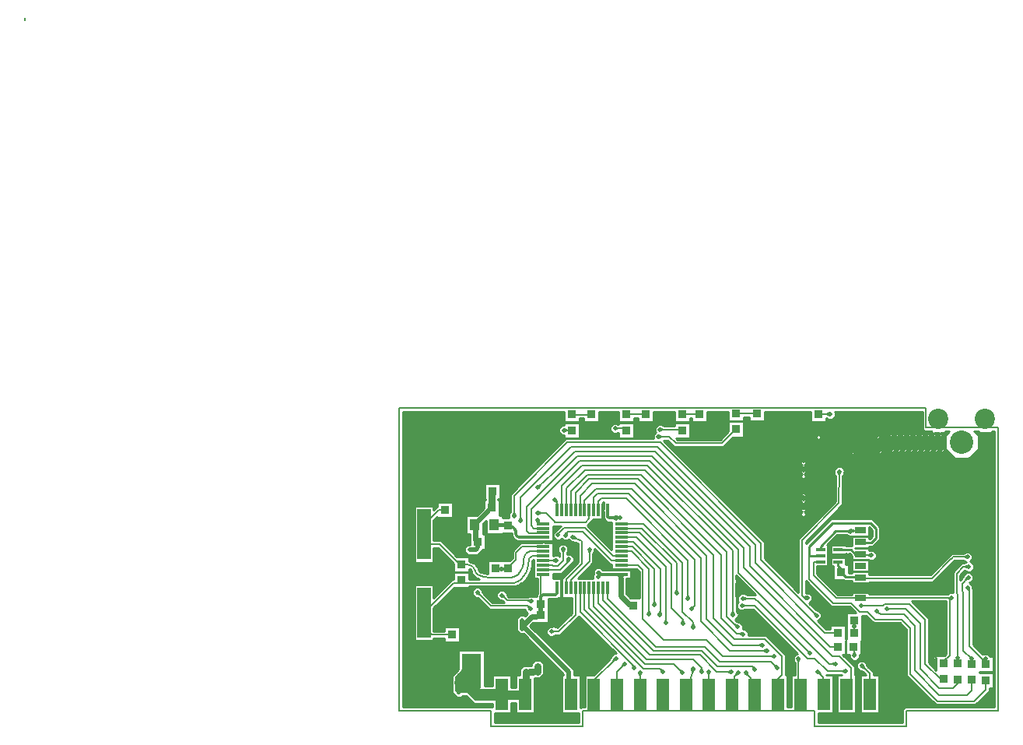
<source format=gbr>
G04 PROTEUS RS274X GERBER FILE*
%FSLAX45Y45*%
%MOMM*%
G01*
%ADD43C,0.152400*%
%ADD44C,0.228600*%
%ADD10C,0.190500*%
%ADD20C,0.254000*%
%ADD17C,0.381000*%
%ADD16C,0.609600*%
%ADD70C,0.304800*%
%ADD12C,0.508000*%
%ADD14C,0.762000*%
%ADD18C,1.270000*%
%ADD45C,1.549400*%
%ADD71C,0.482600*%
%ADD19C,0.558800*%
%ADD13C,1.016000*%
%ADD21C,0.500000*%
%ADD24C,2.540000*%
%ADD25C,2.200000*%
%ADD46R,1.480000X0.300000*%
%ADD47R,0.300000X1.480000*%
%ADD48R,1.000000X0.400000*%
%ADD23R,2.032000X3.810000*%
%ADD49R,1.230000X0.650000*%
%ADD50R,2.100000X0.700000*%
%ADD31R,1.397000X3.505200*%
%ADD34C,1.250000*%
%AMPPAD030*
4,1,36,
-1.150000,-0.167400,
-1.150000,0.167400,
-1.140400,0.266080,
-1.112770,0.357330,
-1.068880,0.439390,
-1.010500,0.510500,
-0.939390,0.568880,
-0.857330,0.612770,
-0.766080,0.640400,
-0.667400,0.650000,
0.667400,0.650000,
0.766080,0.640400,
0.857330,0.612770,
0.939390,0.568880,
1.010500,0.510500,
1.068880,0.439390,
1.112770,0.357330,
1.140400,0.266080,
1.150000,0.167400,
1.150000,-0.167400,
1.140400,-0.266080,
1.112770,-0.357330,
1.068880,-0.439390,
1.010500,-0.510500,
0.939390,-0.568880,
0.857330,-0.612770,
0.766080,-0.640400,
0.667400,-0.650000,
-0.667400,-0.650000,
-0.766080,-0.640400,
-0.857330,-0.612770,
-0.939390,-0.568880,
-1.010500,-0.510500,
-1.068880,-0.439390,
-1.112770,-0.357330,
-1.140400,-0.266080,
-1.150000,-0.167400,
0*%
%ADD36PPAD030*%
%ADD37C,0.400000*%
%ADD51R,1.500000X5.500000*%
%ADD39R,0.889000X0.889000*%
%ADD52R,1.016000X1.270000*%
%ADD42C,0.203200*%
G36*
X+1471880Y-3801120D02*
X+1477738Y-3815443D01*
X+1512755Y-3801120D01*
X+1477738Y-3786797D01*
X+1471880Y-3801120D01*
G37*
G36*
X+1471880Y-3849380D02*
X+1473185Y-3833961D01*
X+1435488Y-3830768D01*
X+1460143Y-3859464D01*
X+1471880Y-3849380D01*
G37*
G36*
X+1588720Y-2297440D02*
X+1588748Y-2298309D01*
X+1614990Y-2297440D01*
X+1588748Y-2296571D01*
X+1588720Y-2297440D01*
G37*
G36*
X+1629360Y-2297440D02*
X+1629332Y-2296571D01*
X+1603090Y-2297440D01*
X+1629332Y-2298309D01*
X+1629360Y-2297440D01*
G37*
G36*
X+1629360Y-2297440D02*
X+1629417Y-2298308D01*
X+1655616Y-2296584D01*
X+1629360Y-2296571D01*
X+1629360Y-2297440D01*
G37*
G36*
X+1672420Y-2762420D02*
X+1666435Y-2776690D01*
X+1701323Y-2791323D01*
X+1686690Y-2756435D01*
X+1672420Y-2762420D01*
G37*
G36*
X+7005080Y-2376200D02*
X+6999222Y-2361877D01*
X+6964205Y-2376200D01*
X+6999222Y-2390523D01*
X+7005080Y-2376200D01*
G37*
G36*
X+7005080Y-2710000D02*
X+6996082Y-2722589D01*
X+7026860Y-2744588D01*
X+7020322Y-2707326D01*
X+7005080Y-2710000D01*
G37*
G36*
X+6015940Y-2962920D02*
X+6009955Y-2977190D01*
X+6044843Y-2991823D01*
X+6030210Y-2956935D01*
X+6015940Y-2962920D01*
G37*
G36*
X+5772100Y-3135640D02*
X+5786423Y-3129782D01*
X+5772100Y-3094765D01*
X+5757777Y-3129782D01*
X+5772100Y-3135640D01*
G37*
G36*
X+5736540Y-2094240D02*
X+5742398Y-2108563D01*
X+5777415Y-2094240D01*
X+5742398Y-2079917D01*
X+5736540Y-2094240D01*
G37*
G36*
X+5736540Y-2094240D02*
X+5731815Y-2081520D01*
X+5697570Y-2094240D01*
X+5731815Y-2106960D01*
X+5736540Y-2094240D01*
G37*
G36*
X+5700980Y-2363800D02*
X+5696291Y-2351066D01*
X+5662010Y-2363690D01*
X+5696219Y-2376507D01*
X+5700980Y-2363800D01*
G37*
G36*
X+6125160Y-2942600D02*
X+6131018Y-2956923D01*
X+6166035Y-2942600D01*
X+6131018Y-2928277D01*
X+6125160Y-2942600D01*
G37*
G36*
X+5960060Y-2358400D02*
X+5954202Y-2344077D01*
X+5919185Y-2358400D01*
X+5954202Y-2372723D01*
X+5960060Y-2358400D01*
G37*
G36*
X+3691840Y-3625920D02*
X+3697825Y-3611650D01*
X+3662937Y-3597017D01*
X+3677570Y-3631905D01*
X+3691840Y-3625920D01*
G37*
G36*
X+3905200Y-3636020D02*
X+3911185Y-3621750D01*
X+3876297Y-3607117D01*
X+3890930Y-3642005D01*
X+3905200Y-3636020D01*
G37*
G36*
X+3276360Y-3539500D02*
X+3262090Y-3533515D01*
X+3247457Y-3568403D01*
X+3282345Y-3553770D01*
X+3276360Y-3539500D01*
G37*
G36*
X+3719780Y-3096080D02*
X+3734439Y-3091123D01*
X+3722320Y-3055284D01*
X+3705849Y-3089343D01*
X+3719780Y-3096080D01*
G37*
G36*
X+3181300Y-3478540D02*
X+3167307Y-3471934D01*
X+3151155Y-3506145D01*
X+3186652Y-3493059D01*
X+3181300Y-3478540D01*
G37*
G36*
X+3653740Y-3006100D02*
X+3669069Y-3003986D01*
X+3663900Y-2966508D01*
X+3641323Y-2996865D01*
X+3653740Y-3006100D01*
G37*
G36*
X+4430980Y-3628400D02*
X+4426023Y-3613741D01*
X+4390184Y-3625860D01*
X+4424243Y-3642331D01*
X+4430980Y-3628400D01*
G37*
G36*
X+4692600Y-3597920D02*
X+4698114Y-3583461D01*
X+4662766Y-3569980D01*
X+4678534Y-3604369D01*
X+4692600Y-3597920D01*
G37*
G36*
X+2157680Y-3112780D02*
X+2143357Y-3118638D01*
X+2157680Y-3153655D01*
X+2172003Y-3118638D01*
X+2157680Y-3112780D01*
G37*
G36*
X+2157680Y-3158500D02*
X+2172003Y-3152642D01*
X+2157680Y-3117625D01*
X+2143357Y-3152642D01*
X+2157680Y-3158500D01*
G37*
G36*
X+2157680Y-3158500D02*
X+2172003Y-3152642D01*
X+2157680Y-3117625D01*
X+2143357Y-3152642D01*
X+2157680Y-3158500D01*
G37*
G36*
X+3539440Y-2998480D02*
X+3553763Y-2992622D01*
X+3539440Y-2957605D01*
X+3525117Y-2992622D01*
X+3539440Y-2998480D01*
G37*
G36*
X+2987596Y-2551409D02*
X+2986715Y-2561129D01*
X+3020354Y-2564181D01*
X+2993526Y-2543658D01*
X+2987596Y-2551409D01*
G37*
G36*
X+4903420Y-3460760D02*
X+4897562Y-3446437D01*
X+4862545Y-3460760D01*
X+4897562Y-3475083D01*
X+4903420Y-3460760D01*
G37*
G36*
X+2518360Y-3084840D02*
X+2533108Y-3080155D01*
X+2521655Y-3044098D01*
X+2504556Y-3077846D01*
X+2518360Y-3084840D01*
G37*
G36*
X+3186380Y-1953520D02*
X+3183671Y-1944144D01*
X+3151220Y-1953520D01*
X+3183671Y-1962896D01*
X+3186380Y-1953520D01*
G37*
G36*
X+3379420Y-3585220D02*
X+3389661Y-3573620D01*
X+3361301Y-3548581D01*
X+3363984Y-3586317D01*
X+3379420Y-3585220D01*
G37*
G36*
X+7019240Y-2482860D02*
X+7013382Y-2468537D01*
X+6978365Y-2482860D01*
X+7013382Y-2497183D01*
X+7019240Y-2482860D01*
G37*
G36*
X+2604720Y-2289820D02*
X+2590397Y-2295678D01*
X+2604720Y-2330695D01*
X+2619043Y-2295678D01*
X+2604720Y-2289820D01*
G37*
G36*
X+3640000Y-1070000D02*
X+3645858Y-1084323D01*
X+3680875Y-1070000D01*
X+3645858Y-1055677D01*
X+3640000Y-1070000D01*
G37*
G36*
X+3660000Y-990000D02*
X+3665858Y-1004323D01*
X+3700875Y-990000D01*
X+3665858Y-975677D01*
X+3660000Y-990000D01*
G37*
G36*
X+2665680Y-2401580D02*
X+2650206Y-2401726D01*
X+2650563Y-2439557D01*
X+2676820Y-2412320D01*
X+2665680Y-2401580D01*
G37*
G36*
X+2891740Y-2294900D02*
X+2877417Y-2300758D01*
X+2891740Y-2335775D01*
X+2906063Y-2300758D01*
X+2891740Y-2294900D01*
G37*
G36*
X+4110940Y-3623320D02*
X+4125263Y-3617462D01*
X+4110940Y-3582445D01*
X+4096617Y-3617462D01*
X+4110940Y-3623320D01*
G37*
G36*
X+4020000Y-3140720D02*
X+4034323Y-3134862D01*
X+4020000Y-3099845D01*
X+4005677Y-3134862D01*
X+4020000Y-3140720D01*
G37*
G36*
X+4020000Y-3590300D02*
X+4005023Y-3594192D01*
X+4014539Y-3630809D01*
X+4033411Y-3598019D01*
X+4020000Y-3590300D01*
G37*
G36*
X+4933900Y-3580000D02*
X+4939433Y-3565549D01*
X+4904102Y-3552021D01*
X+4919825Y-3586431D01*
X+4933900Y-3580000D01*
G37*
G36*
X+4771340Y-3336300D02*
X+4765482Y-3321977D01*
X+4730465Y-3336300D01*
X+4765482Y-3350623D01*
X+4771340Y-3336300D01*
G37*
G36*
X+5165040Y-3483620D02*
X+5150717Y-3489478D01*
X+5165040Y-3524495D01*
X+5179363Y-3489478D01*
X+5165040Y-3483620D01*
G37*
G36*
X+7015080Y-2600000D02*
X+7001229Y-2593100D01*
X+6984358Y-2626962D01*
X+7020124Y-2614629D01*
X+7015080Y-2600000D01*
G37*
G36*
X+4824680Y-3397260D02*
X+4818822Y-3382937D01*
X+4783805Y-3397260D01*
X+4818822Y-3411583D01*
X+4824680Y-3397260D01*
G37*
G36*
X+5378400Y-3625860D02*
X+5372415Y-3640130D01*
X+5407303Y-3654763D01*
X+5392670Y-3619875D01*
X+5378400Y-3625860D01*
G37*
G36*
X+6640000Y-3460000D02*
X+6654270Y-3465985D01*
X+6668903Y-3431097D01*
X+6634015Y-3445730D01*
X+6640000Y-3460000D01*
G37*
G36*
X+5261560Y-2823220D02*
X+5260554Y-2807778D01*
X+5222801Y-2810238D01*
X+5251456Y-2834940D01*
X+5261560Y-2823220D01*
G37*
G36*
X+5610000Y-1450000D02*
X+5595621Y-1455719D01*
X+5609604Y-1490873D01*
X+5624265Y-1455997D01*
X+5610000Y-1450000D01*
G37*
G36*
X+4510000Y-2640000D02*
X+4504015Y-2654270D01*
X+4538903Y-2668903D01*
X+4524270Y-2634015D01*
X+4510000Y-2640000D01*
G37*
G36*
X+3839160Y-2767340D02*
X+3853483Y-2761482D01*
X+3839160Y-2726465D01*
X+3824837Y-2761482D01*
X+3839160Y-2767340D01*
G37*
G36*
X+4530000Y-2990000D02*
X+4535985Y-2975730D01*
X+4501097Y-2961097D01*
X+4515730Y-2995985D01*
X+4530000Y-2990000D01*
G37*
G36*
X+3963620Y-2830000D02*
X+3977943Y-2824142D01*
X+3963620Y-2789125D01*
X+3949297Y-2824142D01*
X+3963620Y-2830000D01*
G37*
G36*
X+4560000Y-2830000D02*
X+4565858Y-2844323D01*
X+4600875Y-2830000D01*
X+4565858Y-2815677D01*
X+4560000Y-2830000D01*
G37*
G36*
X+5292040Y-3425200D02*
X+5298025Y-3410930D01*
X+5263137Y-3396297D01*
X+5277770Y-3431185D01*
X+5292040Y-3425200D01*
G37*
G36*
X+2710000Y-2160000D02*
X+2709223Y-2175455D01*
X+2747007Y-2177355D01*
X+2721385Y-2149520D01*
X+2710000Y-2160000D01*
G37*
G36*
X+2330000Y-1900000D02*
X+2335858Y-1914323D01*
X+2370875Y-1900000D01*
X+2335858Y-1885677D01*
X+2330000Y-1900000D01*
G37*
G36*
X+1932732Y-2509705D02*
X+1940191Y-2523263D01*
X+1973338Y-2505028D01*
X+1936913Y-2494806D01*
X+1932732Y-2509705D01*
G37*
G36*
X+1936700Y-2792740D02*
X+1931993Y-2807481D01*
X+1968031Y-2818991D01*
X+1950389Y-2785524D01*
X+1936700Y-2792740D01*
G37*
G36*
X+2260000Y-2860000D02*
X+2257824Y-2844679D01*
X+2220368Y-2850000D01*
X+2250816Y-2872454D01*
X+2260000Y-2860000D01*
G37*
G36*
X+2630000Y-2142939D02*
X+2645349Y-2144903D01*
X+2650153Y-2107377D01*
X+2620428Y-2130781D01*
X+2630000Y-2142939D01*
G37*
G36*
X+5680660Y-3620780D02*
X+5674802Y-3606457D01*
X+5639785Y-3620780D01*
X+5674802Y-3635103D01*
X+5680660Y-3620780D01*
G37*
G36*
X+4550000Y-2905136D02*
X+4555858Y-2919459D01*
X+4590875Y-2905136D01*
X+4555858Y-2890813D01*
X+4550000Y-2905136D01*
G37*
G36*
X+3999180Y-2942600D02*
X+4013450Y-2948585D01*
X+4028083Y-2913697D01*
X+3993195Y-2928330D01*
X+3999180Y-2942600D01*
G37*
G36*
X+5774640Y-3448060D02*
X+5788963Y-3442202D01*
X+5774640Y-3407185D01*
X+5760317Y-3442202D01*
X+5774640Y-3448060D01*
G37*
G36*
X+5510000Y-824280D02*
X+5504142Y-809957D01*
X+5469125Y-824280D01*
X+5504142Y-838603D01*
X+5510000Y-824280D01*
G37*
G36*
X+3907740Y-3102620D02*
X+3922029Y-3096680D01*
X+3907506Y-3061745D01*
X+3893384Y-3096844D01*
X+3907740Y-3102620D01*
G37*
G36*
X+3440000Y-3638560D02*
X+3425677Y-3644418D01*
X+3440000Y-3679435D01*
X+3454323Y-3644418D01*
X+3440000Y-3638560D01*
G37*
G36*
X+4563060Y-3216920D02*
X+4558103Y-3202261D01*
X+4522264Y-3214380D01*
X+4556323Y-3230851D01*
X+4563060Y-3216920D01*
G37*
G36*
X+4593540Y-3638560D02*
X+4587555Y-3652830D01*
X+4622443Y-3667463D01*
X+4607810Y-3632575D01*
X+4593540Y-3638560D01*
G37*
G36*
X+4504640Y-3138180D02*
X+4509347Y-3123439D01*
X+4473309Y-3111929D01*
X+4490951Y-3145396D01*
X+4504640Y-3138180D01*
G37*
G36*
X+4507180Y-3638560D02*
X+4492910Y-3632575D01*
X+4478277Y-3667463D01*
X+4513165Y-3652830D01*
X+4507180Y-3638560D01*
G37*
G36*
X+5571440Y-3539500D02*
X+5565582Y-3525177D01*
X+5530565Y-3539500D01*
X+5565582Y-3553823D01*
X+5571440Y-3539500D01*
G37*
G36*
X+2330570Y-1619430D02*
X+2344642Y-1625866D01*
X+2360378Y-1591462D01*
X+2325043Y-1604976D01*
X+2330570Y-1619430D01*
G37*
G36*
X+2513280Y-1753880D02*
X+2504613Y-1766699D01*
X+2535953Y-1787890D01*
X+2528447Y-1750810D01*
X+2513280Y-1753880D01*
G37*
G36*
X+2142440Y-1979940D02*
X+2156763Y-1974082D01*
X+2142440Y-1939065D01*
X+2128117Y-1974082D01*
X+2142440Y-1979940D01*
G37*
G36*
X+2325320Y-1977400D02*
X+2315457Y-1989324D01*
X+2344609Y-2013437D01*
X+2340712Y-1975807D01*
X+2325320Y-1977400D01*
G37*
G36*
X+5363160Y-3013720D02*
X+5369145Y-2999450D01*
X+5334257Y-2984817D01*
X+5348890Y-3019705D01*
X+5363160Y-3013720D01*
G37*
G36*
X+2071320Y-1929140D02*
X+2085643Y-1923282D01*
X+2071320Y-1888265D01*
X+2056997Y-1923282D01*
X+2071320Y-1929140D01*
G37*
G36*
X+2528520Y-2414280D02*
X+2522662Y-2399957D01*
X+2487645Y-2414280D01*
X+2522662Y-2428603D01*
X+2528520Y-2414280D01*
G37*
G36*
X+2475180Y-3188980D02*
X+2481917Y-3202911D01*
X+2515976Y-3186440D01*
X+2480137Y-3174321D01*
X+2475180Y-3188980D01*
G37*
G36*
X+2475180Y-3188980D02*
X+2481038Y-3203303D01*
X+2516055Y-3188980D01*
X+2481038Y-3174657D01*
X+2475180Y-3188980D01*
G37*
G36*
X+2250000Y-2940000D02*
X+2255985Y-2925730D01*
X+2221097Y-2911097D01*
X+2235730Y-2945985D01*
X+2250000Y-2940000D01*
G37*
G36*
X+3600400Y-2894340D02*
X+3614723Y-2888482D01*
X+3600400Y-2853465D01*
X+3586077Y-2888482D01*
X+3600400Y-2894340D01*
G37*
G36*
X+4451300Y-3006100D02*
X+4465428Y-2999788D01*
X+4449996Y-2965246D01*
X+4436798Y-3000702D01*
X+4451300Y-3006100D01*
G37*
G36*
X+4189680Y-3623320D02*
X+4175357Y-3629178D01*
X+4189680Y-3664195D01*
X+4204003Y-3629178D01*
X+4189680Y-3623320D01*
G37*
G36*
X+2614711Y-797188D02*
X+2614711Y-911489D01*
X+2784889Y-911489D01*
X+2784889Y-870004D01*
X+2824711Y-870004D01*
X+2824711Y-911489D01*
X+2994889Y-911489D01*
X+2994889Y-797224D01*
X+3205211Y-797244D01*
X+3205211Y-911489D01*
X+3375389Y-911489D01*
X+3375389Y-866404D01*
X+3415211Y-866404D01*
X+3415211Y-911489D01*
X+3585389Y-911489D01*
X+3585389Y-797279D01*
X+3815711Y-797301D01*
X+3815711Y-911489D01*
X+3985889Y-911489D01*
X+3985889Y-866404D01*
X+4005711Y-866404D01*
X+4005711Y-911489D01*
X+4175889Y-911489D01*
X+4175889Y-797335D01*
X+4402090Y-797356D01*
X+4402090Y-901000D01*
X+4572268Y-901000D01*
X+4572268Y-855915D01*
X+4632362Y-855915D01*
X+4632362Y-902540D01*
X+4802540Y-902540D01*
X+4802540Y-797394D01*
X+5298191Y-797441D01*
X+5298191Y-909369D01*
X+5468369Y-909369D01*
X+5468369Y-867191D01*
X+5478662Y-871401D01*
X+5487020Y-879759D01*
X+5532980Y-879759D01*
X+5565479Y-847260D01*
X+5565479Y-801300D01*
X+5561644Y-797465D01*
X+6513360Y-797555D01*
X+6513360Y-984092D01*
X+6537168Y-1007900D01*
X+6611424Y-1007900D01*
X+6621445Y-1017921D01*
X+6619326Y-1017921D01*
X+6603100Y-1034147D01*
X+6603100Y-1057095D01*
X+6619326Y-1073321D01*
X+6642274Y-1073321D01*
X+6658500Y-1057095D01*
X+6658500Y-1034147D01*
X+6647532Y-1023179D01*
X+6681848Y-1023179D01*
X+6670880Y-1034147D01*
X+6670880Y-1057095D01*
X+6687106Y-1073321D01*
X+6710054Y-1073321D01*
X+6726280Y-1057095D01*
X+6726280Y-1034147D01*
X+6715312Y-1023179D01*
X+6751497Y-1023179D01*
X+6766776Y-1007900D01*
X+6806702Y-1007900D01*
X+6762761Y-1051841D01*
X+6762761Y-1201239D01*
X+6868401Y-1306879D01*
X+7017799Y-1306879D01*
X+7123439Y-1201239D01*
X+7123439Y-1051841D01*
X+7079498Y-1007900D01*
X+7119424Y-1007900D01*
X+7134703Y-1023179D01*
X+7259497Y-1023179D01*
X+7274776Y-1007900D01*
X+7297433Y-1007900D01*
X+7298329Y-4005734D01*
X+6323010Y-4005578D01*
X+6299200Y-4029386D01*
X+6299200Y-4178300D01*
X+5382260Y-4178300D01*
X+5382260Y-4075739D01*
X+5540329Y-4075739D01*
X+5540329Y-3664261D01*
X+5473375Y-3664261D01*
X+5469898Y-3660784D01*
X+5631922Y-3660784D01*
X+5640422Y-3664261D01*
X+5589671Y-3664261D01*
X+5589671Y-4075739D01*
X+5790329Y-4075739D01*
X+5790329Y-3664261D01*
X+5779084Y-3664261D01*
X+5779084Y-3571190D01*
X+5644523Y-3436629D01*
X+5679389Y-3436629D01*
X+5679389Y-3289289D01*
X+5681931Y-3289289D01*
X+5681931Y-3436629D01*
X+5719161Y-3436629D01*
X+5719161Y-3471040D01*
X+5751660Y-3503539D01*
X+5797620Y-3503539D01*
X+5830119Y-3471040D01*
X+5830119Y-3436629D01*
X+5852109Y-3436629D01*
X+5852109Y-3289289D01*
X+5854749Y-3289289D01*
X+5854749Y-3154689D01*
X+5857189Y-3154689D01*
X+5857189Y-3015623D01*
X+5902849Y-3015623D01*
X+5984130Y-3096904D01*
X+6268610Y-3096904D01*
X+6339156Y-3167450D01*
X+6339156Y-3665290D01*
X+6659770Y-3985904D01*
X+7096770Y-3985904D01*
X+7242124Y-3840550D01*
X+7242124Y-3801289D01*
X+7285089Y-3801289D01*
X+7285089Y-3631111D01*
X+7132549Y-3631111D01*
X+7132549Y-3628569D01*
X+7285089Y-3628569D01*
X+7285089Y-3458391D01*
X+7250324Y-3458391D01*
X+7222614Y-3430681D01*
X+7176654Y-3430681D01*
X+7173424Y-3433910D01*
X+7066864Y-3327350D01*
X+7066864Y-2725370D01*
X+7063515Y-2722021D01*
X+7060559Y-2705172D01*
X+7060559Y-2687020D01*
X+7029018Y-2655479D01*
X+7038060Y-2655479D01*
X+7070559Y-2622980D01*
X+7070559Y-2577020D01*
X+7038060Y-2544521D01*
X+6992100Y-2544521D01*
X+6959601Y-2577020D01*
X+6959601Y-2586946D01*
X+6951460Y-2603286D01*
X+6927164Y-2627582D01*
X+6927164Y-2573090D01*
X+6975390Y-2524864D01*
X+6987902Y-2529981D01*
X+6996260Y-2538339D01*
X+7042220Y-2538339D01*
X+7074719Y-2505840D01*
X+7074719Y-2459880D01*
X+7042220Y-2427381D01*
X+7032358Y-2427381D01*
X+7060559Y-2399180D01*
X+7060559Y-2353220D01*
X+7028060Y-2320721D01*
X+6982100Y-2320721D01*
X+6973742Y-2329079D01*
X+6956342Y-2336196D01*
X+6832310Y-2336196D01*
X+6598510Y-2569996D01*
X+5931979Y-2569996D01*
X+5931979Y-2536541D01*
X+5748021Y-2536541D01*
X+5748021Y-2550171D01*
X+5714989Y-2550171D01*
X+5714989Y-2461211D01*
X+5675479Y-2461211D01*
X+5675479Y-2378021D01*
X+5514521Y-2378021D01*
X+5514521Y-2478979D01*
X+5544811Y-2478979D01*
X+5544811Y-2631389D01*
X+5655621Y-2631389D01*
X+5658221Y-2633989D01*
X+5748021Y-2633989D01*
X+5748021Y-2662499D01*
X+5931979Y-2662499D01*
X+5931979Y-2650004D01*
X+6631650Y-2650004D01*
X+6865450Y-2416204D01*
X+6956342Y-2416204D01*
X+6973742Y-2423321D01*
X+6982100Y-2431679D01*
X+6991962Y-2431679D01*
X+6987902Y-2435739D01*
X+6970502Y-2442856D01*
X+6944250Y-2442856D01*
X+6847156Y-2539950D01*
X+6847156Y-2763781D01*
X+6804460Y-2763781D01*
X+6790105Y-2778136D01*
X+6735970Y-2778136D01*
X+6734850Y-2779256D01*
X+5931719Y-2779256D01*
X+5931719Y-2758821D01*
X+5747761Y-2758821D01*
X+5747761Y-2785756D01*
X+5593090Y-2785756D01*
X+5370004Y-2562670D01*
X+5370004Y-2478979D01*
X+5485479Y-2478979D01*
X+5485479Y-2248021D01*
X+5476927Y-2248021D01*
X+5588799Y-2136149D01*
X+5690040Y-2136149D01*
X+5705870Y-2142029D01*
X+5713560Y-2149719D01*
X+5748021Y-2149719D01*
X+5748021Y-2151379D01*
X+5931979Y-2151379D01*
X+5931979Y-2051023D01*
X+5967681Y-2086725D01*
X+5967681Y-2152555D01*
X+5939635Y-2180601D01*
X+5931979Y-2180601D01*
X+5931979Y-2153361D01*
X+5748021Y-2153361D01*
X+5748021Y-2256591D01*
X+5675479Y-2256591D01*
X+5675479Y-2248021D01*
X+5514521Y-2248021D01*
X+5514521Y-2348979D01*
X+5675479Y-2348979D01*
X+5675479Y-2340409D01*
X+5685197Y-2340409D01*
X+5673280Y-2352326D01*
X+5673280Y-2375274D01*
X+5689506Y-2391500D01*
X+5712454Y-2391500D01*
X+5728680Y-2375274D01*
X+5728680Y-2352326D01*
X+5716763Y-2340409D01*
X+5721721Y-2340409D01*
X+5748021Y-2366709D01*
X+5748021Y-2407259D01*
X+5930460Y-2407259D01*
X+5931802Y-2408601D01*
X+5748021Y-2408601D01*
X+5748021Y-2534559D01*
X+5931979Y-2534559D01*
X+5931979Y-2408778D01*
X+5937080Y-2413879D01*
X+5983040Y-2413879D01*
X+6015539Y-2381380D01*
X+6015539Y-2335420D01*
X+5983040Y-2302921D01*
X+5937080Y-2302921D01*
X+5931979Y-2308022D01*
X+5931979Y-2281301D01*
X+5781149Y-2281301D01*
X+5779167Y-2279319D01*
X+5931979Y-2279319D01*
X+5931979Y-2266959D01*
X+5975405Y-2266959D01*
X+6054039Y-2188325D01*
X+6054039Y-2050955D01*
X+5965245Y-1962161D01*
X+5515455Y-1962161D01*
X+5245307Y-2232309D01*
X+5245307Y-2209888D01*
X+5646526Y-1808669D01*
X+5649677Y-1498776D01*
X+5656924Y-1481535D01*
X+5665479Y-1472980D01*
X+5665479Y-1446859D01*
X+5679807Y-1461187D01*
X+5702755Y-1461187D01*
X+5718981Y-1444961D01*
X+5718981Y-1422013D01*
X+5702755Y-1405787D01*
X+5679807Y-1405787D01*
X+5663581Y-1422013D01*
X+5663581Y-1425122D01*
X+5632980Y-1394521D01*
X+5587020Y-1394521D01*
X+5554521Y-1427020D01*
X+5554521Y-1472980D01*
X+5562680Y-1481139D01*
X+5569398Y-1498028D01*
X+5566832Y-1775215D01*
X+5165299Y-2176748D01*
X+5165299Y-2759285D01*
X+4798644Y-2392630D01*
X+4798644Y-2209690D01*
X+3698958Y-1110004D01*
X+3743430Y-1110004D01*
X+3813430Y-1180004D01*
X+4346570Y-1180004D01*
X+4452854Y-1073720D01*
X+4572268Y-1073720D01*
X+4572268Y-903542D01*
X+4402090Y-903542D01*
X+4402090Y-1011336D01*
X+4313430Y-1099996D01*
X+3846570Y-1099996D01*
X+3830783Y-1084209D01*
X+3985889Y-1084209D01*
X+3985889Y-914031D01*
X+3815711Y-914031D01*
X+3815711Y-949996D01*
X+3708738Y-949996D01*
X+3691338Y-942879D01*
X+3682980Y-934521D01*
X+3637020Y-934521D01*
X+3604521Y-967020D01*
X+3604521Y-1012980D01*
X+3611541Y-1020000D01*
X+3584521Y-1047020D01*
X+3584521Y-1089996D01*
X+2633430Y-1089996D01*
X+2031316Y-1692110D01*
X+2031316Y-1880402D01*
X+2024199Y-1897802D01*
X+2015841Y-1906160D01*
X+2015841Y-1952120D01*
X+2016932Y-1953211D01*
X+1946859Y-1953211D01*
X+1946859Y-1921521D01*
X+1912669Y-1921521D01*
X+1912669Y-1752591D01*
X+1898599Y-1752591D01*
X+1898599Y-1744969D01*
X+1917749Y-1744969D01*
X+1917749Y-1574791D01*
X+1747571Y-1574791D01*
X+1747571Y-1744969D01*
X+1761441Y-1744969D01*
X+1761441Y-1752591D01*
X+1742491Y-1752591D01*
X+1742491Y-1846205D01*
X+1667175Y-1921521D01*
X+1550621Y-1921521D01*
X+1550621Y-2129799D01*
X+1588721Y-2129799D01*
X+1588721Y-2208389D01*
X+1592531Y-2212199D01*
X+1592531Y-2241961D01*
X+1565740Y-2241961D01*
X+1533241Y-2274460D01*
X+1533241Y-2320420D01*
X+1565740Y-2352919D01*
X+1652340Y-2352919D01*
X+1653210Y-2352049D01*
X+1677379Y-2352049D01*
X+1732229Y-2297199D01*
X+1732229Y-2296169D01*
X+1762709Y-2296169D01*
X+1762709Y-2125991D01*
X+1733499Y-2125991D01*
X+1733499Y-2013245D01*
X+1763981Y-1982763D01*
X+1763981Y-2129799D01*
X+1946859Y-2129799D01*
X+1946859Y-2123389D01*
X+2043792Y-2123389D01*
X+2045921Y-2146197D01*
X+2053546Y-2162889D01*
X+2060654Y-2171072D01*
X+2076130Y-2188887D01*
X+2105153Y-2203782D01*
X+2138070Y-2211079D01*
X+2321397Y-2211079D01*
X+2321817Y-2210659D01*
X+2376640Y-2210659D01*
X+2376640Y-2219461D01*
X+2284861Y-2219461D01*
X+2284861Y-2224416D01*
X+2143650Y-2224416D01*
X+2051636Y-2316430D01*
X+2051636Y-2390130D01*
X+2023635Y-2418131D01*
X+1953209Y-2418131D01*
X+1953209Y-2418091D01*
X+1783031Y-2418091D01*
X+1783031Y-2556138D01*
X+1754410Y-2553914D01*
X+1710156Y-2539507D01*
X+1697282Y-2531862D01*
X+1689221Y-2524513D01*
X+1687260Y-2521355D01*
X+1685290Y-2501726D01*
X+1681865Y-2498301D01*
X+1668645Y-2474734D01*
X+1664827Y-2470880D01*
X+1649237Y-2455146D01*
X+1645738Y-2452845D01*
X+1624957Y-2439182D01*
X+1583189Y-2424129D01*
X+1583189Y-2369491D01*
X+1448105Y-2369491D01*
X+1275090Y-2196476D01*
X+1195959Y-2196476D01*
X+1195959Y-1977155D01*
X+1231851Y-1941263D01*
X+1231851Y-1950729D01*
X+1402029Y-1950729D01*
X+1402029Y-1780551D01*
X+1231851Y-1780551D01*
X+1231851Y-1828115D01*
X+1195959Y-1864007D01*
X+1195959Y-1826341D01*
X+985001Y-1826341D01*
X+985001Y-2437299D01*
X+1195959Y-2437299D01*
X+1195959Y-2276484D01*
X+1241950Y-2276484D01*
X+1413011Y-2447545D01*
X+1413011Y-2539669D01*
X+1583189Y-2539669D01*
X+1583189Y-2509173D01*
X+1588921Y-2511239D01*
X+1598288Y-2517397D01*
X+1604176Y-2523339D01*
X+1605093Y-2524974D01*
X+1605283Y-2534870D01*
X+1610797Y-2549880D01*
X+1627111Y-2576154D01*
X+1649416Y-2596488D01*
X+1652923Y-2598571D01*
X+1676937Y-2612832D01*
X+1689236Y-2616836D01*
X+1583189Y-2616836D01*
X+1583189Y-2542211D01*
X+1413011Y-2542211D01*
X+1413011Y-2618116D01*
X+1397610Y-2618116D01*
X+1195959Y-2819767D01*
X+1195959Y-2676341D01*
X+985001Y-2676341D01*
X+985001Y-3287299D01*
X+1195959Y-3287299D01*
X+1195959Y-3262604D01*
X+1307811Y-3262604D01*
X+1307811Y-3307689D01*
X+1477989Y-3307689D01*
X+1477989Y-3137511D01*
X+1307811Y-3137511D01*
X+1307811Y-3182596D01*
X+1195959Y-3182596D01*
X+1195959Y-2932915D01*
X+1416485Y-2712389D01*
X+1583189Y-2712389D01*
X+1583189Y-2696844D01*
X+2087151Y-2696844D01*
X+2089919Y-2694689D01*
X+2135035Y-2676657D01*
X+2151782Y-2664834D01*
X+2174733Y-2648633D01*
X+2208244Y-2612314D01*
X+2235103Y-2569131D01*
X+2236395Y-2565943D01*
X+2254921Y-2520217D01*
X+2267222Y-2466591D01*
X+2271344Y-2425770D01*
X+2273551Y-2410755D01*
X+2280429Y-2407554D01*
X+2284861Y-2407180D01*
X+2284861Y-2610419D01*
X+2323416Y-2610419D01*
X+2323416Y-2783328D01*
X+2317701Y-2789043D01*
X+2317701Y-2804171D01*
X+2273251Y-2804171D01*
X+2273251Y-2804521D01*
X+2237020Y-2804521D01*
X+2233863Y-2807678D01*
X+2217544Y-2809996D01*
X+2015610Y-2809996D01*
X+2000596Y-2794982D01*
X+1992179Y-2779015D01*
X+1992179Y-2769760D01*
X+1959680Y-2737261D01*
X+1913720Y-2737261D01*
X+1881221Y-2769760D01*
X+1881221Y-2815720D01*
X+1913720Y-2848219D01*
X+1928061Y-2848219D01*
X+1946609Y-2854143D01*
X+1962462Y-2869996D01*
X+1836570Y-2869996D01*
X+1735170Y-2768596D01*
X+1727899Y-2751260D01*
X+1727899Y-2739440D01*
X+1695400Y-2706941D01*
X+1649440Y-2706941D01*
X+1616941Y-2739440D01*
X+1616941Y-2785400D01*
X+1649440Y-2817899D01*
X+1661260Y-2817899D01*
X+1678596Y-2825170D01*
X+1803430Y-2950004D01*
X+2194036Y-2950004D01*
X+2194521Y-2951160D01*
X+2194521Y-2962980D01*
X+2219462Y-2987922D01*
X+2188514Y-3018870D01*
X+2180826Y-3011181D01*
X+2134534Y-3011181D01*
X+2101801Y-3043914D01*
X+2101801Y-3181646D01*
X+2134534Y-3214379D01*
X+2175355Y-3214379D01*
X+2609801Y-3648825D01*
X+2609801Y-3664261D01*
X+2589671Y-3664261D01*
X+2589671Y-4075739D01*
X+2776323Y-4075739D01*
X+2776679Y-4177725D01*
X+1859280Y-4178277D01*
X+1859280Y-4075739D01*
X+2040329Y-4075739D01*
X+2040329Y-3961139D01*
X+2089671Y-3961139D01*
X+2089671Y-4075739D01*
X+2290329Y-4075739D01*
X+2290329Y-3691899D01*
X+2353726Y-3691899D01*
X+2393899Y-3651726D01*
X+2393899Y-3536494D01*
X+2353726Y-3496321D01*
X+2296914Y-3496321D01*
X+2256741Y-3536494D01*
X+2256741Y-3554741D01*
X+2172454Y-3554741D01*
X+2132281Y-3594914D01*
X+2132281Y-3664261D01*
X+2089671Y-3664261D01*
X+2089671Y-3798581D01*
X+2040329Y-3798581D01*
X+2040329Y-3664261D01*
X+1839671Y-3664261D01*
X+1839671Y-3776021D01*
X+1751119Y-3776021D01*
X+1751119Y-3385901D01*
X+1466641Y-3385901D01*
X+1466641Y-3597385D01*
X+1393776Y-3670250D01*
X+1393776Y-3699071D01*
X+1392321Y-3700526D01*
X+1392321Y-3789954D01*
X+1393776Y-3791409D01*
X+1393776Y-3845630D01*
X+1406140Y-3857994D01*
X+1416401Y-3869937D01*
X+1416401Y-3872360D01*
X+1448900Y-3904859D01*
X+1494860Y-3904859D01*
X+1510335Y-3889384D01*
X+1549290Y-3889384D01*
X+1630570Y-3970664D01*
X+1839671Y-3970664D01*
X+1839671Y-4009779D01*
X+1835470Y-4005578D01*
X+859620Y-4005734D01*
X+859620Y-797023D01*
X+2614711Y-797188D01*
G37*
%LPC*%
G36*
X+6663129Y-1317840D02*
X+6715071Y-1317840D01*
X+6751800Y-1354569D01*
X+6751800Y-1406511D01*
X+6715071Y-1443240D01*
X+6663129Y-1443240D01*
X+6626400Y-1406511D01*
X+6626400Y-1354569D01*
X+6663129Y-1317840D01*
G37*
G36*
X+7171129Y-1317840D02*
X+7223071Y-1317840D01*
X+7259800Y-1354569D01*
X+7259800Y-1406511D01*
X+7223071Y-1443240D01*
X+7171129Y-1443240D01*
X+7134400Y-1406511D01*
X+7134400Y-1354569D01*
X+7171129Y-1317840D01*
G37*
G36*
X+5582300Y-2368761D02*
X+5582300Y-2358239D01*
X+5589739Y-2350800D01*
X+5600261Y-2350800D01*
X+5607700Y-2358239D01*
X+5607700Y-2368761D01*
X+5600261Y-2376200D01*
X+5589739Y-2376200D01*
X+5582300Y-2368761D01*
G37*
G36*
X+1149140Y-3611779D02*
X+1149140Y-3622301D01*
X+1141701Y-3629740D01*
X+1131179Y-3629740D01*
X+1123740Y-3622301D01*
X+1123740Y-3611779D01*
X+1131179Y-3604340D01*
X+1141701Y-3604340D01*
X+1149140Y-3611779D01*
G37*
G36*
X+5834739Y-2714280D02*
X+5845261Y-2714280D01*
X+5852700Y-2721719D01*
X+5852700Y-2732241D01*
X+5845261Y-2739680D01*
X+5834739Y-2739680D01*
X+5827300Y-2732241D01*
X+5827300Y-2721719D01*
X+5834739Y-2714280D01*
G37*
G36*
X+6011260Y-1911179D02*
X+6011260Y-1921701D01*
X+6003821Y-1929140D01*
X+5993299Y-1929140D01*
X+5985860Y-1921701D01*
X+5985860Y-1911179D01*
X+5993299Y-1903740D01*
X+6003821Y-1903740D01*
X+6011260Y-1911179D01*
G37*
G36*
X+7215560Y-1912339D02*
X+7215560Y-1922861D01*
X+7208121Y-1930300D01*
X+7197599Y-1930300D01*
X+7190160Y-1922861D01*
X+7190160Y-1912339D01*
X+7197599Y-1904900D01*
X+7208121Y-1904900D01*
X+7215560Y-1912339D01*
G37*
G36*
X+7212680Y-3206699D02*
X+7212680Y-3217221D01*
X+7205241Y-3224660D01*
X+7194719Y-3224660D01*
X+7187280Y-3217221D01*
X+7187280Y-3206699D01*
X+7194719Y-3199260D01*
X+7205241Y-3199260D01*
X+7212680Y-3206699D01*
G37*
G36*
X+6011260Y-3206419D02*
X+6011260Y-3216941D01*
X+6003821Y-3224380D01*
X+5993299Y-3224380D01*
X+5985860Y-3216941D01*
X+5985860Y-3206419D01*
X+5993299Y-3198980D01*
X+6003821Y-3198980D01*
X+6011260Y-3206419D01*
G37*
G36*
X+2427300Y-3875261D02*
X+2427300Y-3864739D01*
X+2434739Y-3857300D01*
X+2445261Y-3857300D01*
X+2452700Y-3864739D01*
X+2452700Y-3875261D01*
X+2445261Y-3882700D01*
X+2434739Y-3882700D01*
X+2427300Y-3875261D01*
G37*
G36*
X+5911659Y-3536840D02*
X+5911659Y-3548660D01*
X+5918930Y-3565996D01*
X+5980004Y-3627070D01*
X+5980004Y-3664261D01*
X+6040329Y-3664261D01*
X+6040329Y-4075739D01*
X+5839671Y-4075739D01*
X+5839671Y-3664261D01*
X+5899996Y-3664261D01*
X+5899996Y-3660210D01*
X+5862356Y-3622570D01*
X+5845020Y-3615299D01*
X+5833200Y-3615299D01*
X+5800701Y-3582800D01*
X+5800701Y-3536840D01*
X+5833200Y-3504341D01*
X+5879160Y-3504341D01*
X+5911659Y-3536840D01*
G37*
G36*
X+6177300Y-3875261D02*
X+6177300Y-3864739D01*
X+6184739Y-3857300D01*
X+6195261Y-3857300D01*
X+6202700Y-3864739D01*
X+6202700Y-3875261D01*
X+6195261Y-3882700D01*
X+6184739Y-3882700D01*
X+6177300Y-3875261D01*
G37*
G36*
X+1269678Y-1629280D02*
X+1230162Y-1629280D01*
X+1202220Y-1601338D01*
X+1202220Y-1561822D01*
X+1230162Y-1533880D01*
X+1269678Y-1533880D01*
X+1297620Y-1561822D01*
X+1297620Y-1601338D01*
X+1269678Y-1629280D01*
G37*
G36*
X+1269678Y-1139280D02*
X+1230162Y-1139280D01*
X+1202220Y-1111338D01*
X+1202220Y-1071822D01*
X+1230162Y-1043880D01*
X+1269678Y-1043880D01*
X+1297620Y-1071822D01*
X+1297620Y-1111338D01*
X+1269678Y-1139280D01*
G37*
G36*
X+996462Y-1735280D02*
X+964898Y-1735280D01*
X+942580Y-1712962D01*
X+942580Y-1681398D01*
X+964898Y-1659080D01*
X+996462Y-1659080D01*
X+1018780Y-1681398D01*
X+1018780Y-1712962D01*
X+996462Y-1735280D01*
G37*
G36*
X+996462Y-1011380D02*
X+964898Y-1011380D01*
X+942580Y-989062D01*
X+942580Y-957498D01*
X+964898Y-935180D01*
X+996462Y-935180D01*
X+1018780Y-957498D01*
X+1018780Y-989062D01*
X+996462Y-1011380D01*
G37*
G36*
X+1552920Y-3227861D02*
X+1552920Y-3217339D01*
X+1560359Y-3209900D01*
X+1570881Y-3209900D01*
X+1578320Y-3217339D01*
X+1578320Y-3227861D01*
X+1570881Y-3235300D01*
X+1560359Y-3235300D01*
X+1552920Y-3227861D01*
G37*
G36*
X+5624639Y-2706320D02*
X+5635161Y-2706320D01*
X+5642600Y-2713759D01*
X+5642600Y-2724281D01*
X+5635161Y-2731720D01*
X+5624639Y-2731720D01*
X+5617200Y-2724281D01*
X+5617200Y-2713759D01*
X+5624639Y-2706320D01*
G37*
G36*
X+5388541Y-1009700D02*
X+5378019Y-1009700D01*
X+5370580Y-1002261D01*
X+5370580Y-991739D01*
X+5378019Y-984300D01*
X+5388541Y-984300D01*
X+5395980Y-991739D01*
X+5395980Y-1002261D01*
X+5388541Y-1009700D01*
G37*
G36*
X+2008041Y-2223720D02*
X+1997519Y-2223720D01*
X+1990080Y-2216281D01*
X+1990080Y-2205759D01*
X+1997519Y-2198320D01*
X+2008041Y-2198320D01*
X+2015480Y-2205759D01*
X+2015480Y-2216281D01*
X+2008041Y-2223720D01*
G37*
G36*
X+1837640Y-2216341D02*
X+1837640Y-2205819D01*
X+1845079Y-2198380D01*
X+1855601Y-2198380D01*
X+1863040Y-2205819D01*
X+1863040Y-2216341D01*
X+1855601Y-2223780D01*
X+1845079Y-2223780D01*
X+1837640Y-2216341D01*
G37*
G36*
X+1997539Y-2317800D02*
X+2008061Y-2317800D01*
X+2015500Y-2325239D01*
X+2015500Y-2335761D01*
X+2008061Y-2343200D01*
X+1997539Y-2343200D01*
X+1990100Y-2335761D01*
X+1990100Y-2325239D01*
X+1997539Y-2317800D01*
G37*
G36*
X+1862859Y-2317760D02*
X+1873381Y-2317760D01*
X+1880820Y-2325199D01*
X+1880820Y-2335721D01*
X+1873381Y-2343160D01*
X+1862859Y-2343160D01*
X+1855420Y-2335721D01*
X+1855420Y-2325199D01*
X+1862859Y-2317760D01*
G37*
G36*
X+1647240Y-1665141D02*
X+1647240Y-1654619D01*
X+1654679Y-1647180D01*
X+1665201Y-1647180D01*
X+1672640Y-1654619D01*
X+1672640Y-1665141D01*
X+1665201Y-1672580D01*
X+1654679Y-1672580D01*
X+1647240Y-1665141D01*
G37*
G36*
X+1642160Y-1842941D02*
X+1642160Y-1832419D01*
X+1649599Y-1824980D01*
X+1660121Y-1824980D01*
X+1667560Y-1832419D01*
X+1667560Y-1842941D01*
X+1660121Y-1850380D01*
X+1649599Y-1850380D01*
X+1642160Y-1842941D01*
G37*
G36*
X+1502360Y-1860379D02*
X+1502360Y-1870901D01*
X+1494921Y-1878340D01*
X+1484399Y-1878340D01*
X+1476960Y-1870901D01*
X+1476960Y-1860379D01*
X+1484399Y-1852940D01*
X+1494921Y-1852940D01*
X+1502360Y-1860379D01*
G37*
G36*
X+3505561Y-1011820D02*
X+3495039Y-1011820D01*
X+3487600Y-1004381D01*
X+3487600Y-993859D01*
X+3495039Y-986420D01*
X+3505561Y-986420D01*
X+3513000Y-993859D01*
X+3513000Y-1004381D01*
X+3505561Y-1011820D01*
G37*
G36*
X+4096061Y-1011820D02*
X+4085539Y-1011820D01*
X+4078100Y-1004381D01*
X+4078100Y-993859D01*
X+4085539Y-986420D01*
X+4096061Y-986420D01*
X+4103500Y-993859D01*
X+4103500Y-1004381D01*
X+4096061Y-1011820D01*
G37*
G36*
X+4722712Y-1002871D02*
X+4712190Y-1002871D01*
X+4704751Y-995432D01*
X+4704751Y-984910D01*
X+4712190Y-977471D01*
X+4722712Y-977471D01*
X+4730151Y-984910D01*
X+4730151Y-995432D01*
X+4722712Y-1002871D01*
G37*
G36*
X+2915061Y-1011820D02*
X+2904539Y-1011820D01*
X+2897100Y-1004381D01*
X+2897100Y-993859D01*
X+2904539Y-986420D01*
X+2915061Y-986420D01*
X+2922500Y-993859D01*
X+2922500Y-1004381D01*
X+2915061Y-1011820D01*
G37*
G36*
X+2784889Y-1084209D02*
X+2614711Y-1084209D01*
X+2614711Y-1054599D01*
X+2591410Y-1054599D01*
X+2558911Y-1022100D01*
X+2558911Y-976140D01*
X+2591410Y-943641D01*
X+2614711Y-943641D01*
X+2614711Y-914031D01*
X+2784889Y-914031D01*
X+2784889Y-1084209D01*
G37*
G36*
X+3375389Y-1084209D02*
X+3205211Y-1084209D01*
X+3205211Y-1025537D01*
X+3201338Y-1027121D01*
X+3192980Y-1035479D01*
X+3147020Y-1035479D01*
X+3114521Y-1002980D01*
X+3114521Y-957020D01*
X+3147020Y-924521D01*
X+3192980Y-924521D01*
X+3201338Y-932879D01*
X+3205211Y-934463D01*
X+3205211Y-914031D01*
X+3375389Y-914031D01*
X+3375389Y-1084209D01*
G37*
G36*
X+5930740Y-2738454D02*
X+5930740Y-2715506D01*
X+5946966Y-2699280D01*
X+5969914Y-2699280D01*
X+5986140Y-2715506D01*
X+5986140Y-2738454D01*
X+5969914Y-2754680D01*
X+5946966Y-2754680D01*
X+5930740Y-2738454D01*
G37*
G36*
X+5355580Y-1084634D02*
X+5355580Y-1061686D01*
X+5371806Y-1045460D01*
X+5394754Y-1045460D01*
X+5410980Y-1061686D01*
X+5410980Y-1084634D01*
X+5394754Y-1100860D01*
X+5371806Y-1100860D01*
X+5355580Y-1084634D01*
G37*
G36*
X+1906460Y-2286054D02*
X+1906460Y-2263106D01*
X+1922686Y-2246880D01*
X+1945634Y-2246880D01*
X+1961860Y-2263106D01*
X+1961860Y-2286054D01*
X+1945634Y-2302280D01*
X+1922686Y-2302280D01*
X+1906460Y-2286054D01*
G37*
G36*
X+1901380Y-2222494D02*
X+1901380Y-2199546D01*
X+1917606Y-2183320D01*
X+1940554Y-2183320D01*
X+1956780Y-2199546D01*
X+1956780Y-2222494D01*
X+1940554Y-2238720D01*
X+1917606Y-2238720D01*
X+1901380Y-2222494D01*
G37*
G36*
X+1906460Y-2341934D02*
X+1906460Y-2318986D01*
X+1922686Y-2302760D01*
X+1945634Y-2302760D01*
X+1961860Y-2318986D01*
X+1961860Y-2341934D01*
X+1945634Y-2358160D01*
X+1922686Y-2358160D01*
X+1906460Y-2341934D01*
G37*
G36*
X+1525460Y-1874574D02*
X+1525460Y-1851626D01*
X+1541686Y-1835400D01*
X+1564634Y-1835400D01*
X+1580860Y-1851626D01*
X+1580860Y-1874574D01*
X+1564634Y-1890800D01*
X+1541686Y-1890800D01*
X+1525460Y-1874574D01*
G37*
G36*
X+1047460Y-3672806D02*
X+1047460Y-3695754D01*
X+1038614Y-3704600D01*
X+1047460Y-3713446D01*
X+1047460Y-3736394D01*
X+1036074Y-3747780D01*
X+1047460Y-3759166D01*
X+1047460Y-3782114D01*
X+1038614Y-3790960D01*
X+1047460Y-3799806D01*
X+1047460Y-3822754D01*
X+1031234Y-3838980D01*
X+1008286Y-3838980D01*
X+992060Y-3822754D01*
X+992060Y-3799806D01*
X+1000906Y-3790960D01*
X+992060Y-3782114D01*
X+992060Y-3759166D01*
X+1003446Y-3747780D01*
X+992060Y-3736394D01*
X+992060Y-3713446D01*
X+1000906Y-3704600D01*
X+992060Y-3695754D01*
X+992060Y-3672806D01*
X+1008286Y-3656580D01*
X+1031234Y-3656580D01*
X+1047460Y-3672806D01*
G37*
G36*
X+1578800Y-3319834D02*
X+1578800Y-3296886D01*
X+1595026Y-3280660D01*
X+1617974Y-3280660D01*
X+1634200Y-3296886D01*
X+1634200Y-3319834D01*
X+1617974Y-3336060D01*
X+1595026Y-3336060D01*
X+1578800Y-3319834D01*
G37*
G36*
X+1639760Y-3319834D02*
X+1639760Y-3296886D01*
X+1655986Y-3280660D01*
X+1678934Y-3280660D01*
X+1695160Y-3296886D01*
X+1695160Y-3319834D01*
X+1678934Y-3336060D01*
X+1655986Y-3336060D01*
X+1639760Y-3319834D01*
G37*
G36*
X+1700720Y-3319834D02*
X+1700720Y-3296886D01*
X+1716946Y-3280660D01*
X+1739894Y-3280660D01*
X+1756120Y-3296886D01*
X+1756120Y-3319834D01*
X+1739894Y-3336060D01*
X+1716946Y-3336060D01*
X+1700720Y-3319834D01*
G37*
G36*
X+1776920Y-3319834D02*
X+1776920Y-3296886D01*
X+1793146Y-3280660D01*
X+1816094Y-3280660D01*
X+1832320Y-3296886D01*
X+1832320Y-3319834D01*
X+1816094Y-3336060D01*
X+1793146Y-3336060D01*
X+1776920Y-3319834D01*
G37*
G36*
X+1840420Y-3319834D02*
X+1840420Y-3296886D01*
X+1856646Y-3280660D01*
X+1879594Y-3280660D01*
X+1895820Y-3296886D01*
X+1895820Y-3319834D01*
X+1879594Y-3336060D01*
X+1856646Y-3336060D01*
X+1840420Y-3319834D01*
G37*
G36*
X+1655000Y-1244654D02*
X+1655000Y-1221706D01*
X+1671226Y-1205480D01*
X+1694174Y-1205480D01*
X+1710400Y-1221706D01*
X+1710400Y-1244654D01*
X+1694174Y-1260880D01*
X+1671226Y-1260880D01*
X+1655000Y-1244654D01*
G37*
G36*
X+2088860Y-2979386D02*
X+2088860Y-3002334D01*
X+2072634Y-3018560D01*
X+2049686Y-3018560D01*
X+2038300Y-3007174D01*
X+2026914Y-3018560D01*
X+2003966Y-3018560D01*
X+1987740Y-3002334D01*
X+1987740Y-2979386D01*
X+2003966Y-2963160D01*
X+2026914Y-2963160D01*
X+2038300Y-2974546D01*
X+2049686Y-2963160D01*
X+2072634Y-2963160D01*
X+2088860Y-2979386D01*
G37*
G36*
X+5701220Y-2735914D02*
X+5701220Y-2712966D01*
X+5717446Y-2696740D01*
X+5740394Y-2696740D01*
X+5756620Y-2712966D01*
X+5756620Y-2735914D01*
X+5740394Y-2752140D01*
X+5717446Y-2752140D01*
X+5701220Y-2735914D01*
G37*
G36*
X+6152300Y-3581474D02*
X+6152300Y-3558526D01*
X+6168526Y-3542300D01*
X+6191474Y-3542300D01*
X+6207700Y-3558526D01*
X+6207700Y-3581474D01*
X+6191474Y-3597700D01*
X+6168526Y-3597700D01*
X+6152300Y-3581474D01*
G37*
G36*
X+6012300Y-3581474D02*
X+6012300Y-3558526D01*
X+6028526Y-3542300D01*
X+6051474Y-3542300D01*
X+6067700Y-3558526D01*
X+6067700Y-3581474D01*
X+6051474Y-3597700D01*
X+6028526Y-3597700D01*
X+6012300Y-3581474D01*
G37*
G36*
X+6012300Y-3461474D02*
X+6012300Y-3438526D01*
X+6028526Y-3422300D01*
X+6051474Y-3422300D01*
X+6067700Y-3438526D01*
X+6067700Y-3461474D01*
X+6051474Y-3477700D01*
X+6028526Y-3477700D01*
X+6012300Y-3461474D01*
G37*
G36*
X+6152300Y-3461474D02*
X+6152300Y-3438526D01*
X+6168526Y-3422300D01*
X+6191474Y-3422300D01*
X+6207700Y-3438526D01*
X+6207700Y-3461474D01*
X+6191474Y-3477700D01*
X+6168526Y-3477700D01*
X+6152300Y-3461474D01*
G37*
G36*
X+6702300Y-2711474D02*
X+6702300Y-2688526D01*
X+6718526Y-2672300D01*
X+6741474Y-2672300D01*
X+6757700Y-2688526D01*
X+6757700Y-2711474D01*
X+6741474Y-2727700D01*
X+6718526Y-2727700D01*
X+6702300Y-2711474D01*
G37*
G36*
X+6182300Y-2711474D02*
X+6182300Y-2688526D01*
X+6198526Y-2672300D01*
X+6221474Y-2672300D01*
X+6237700Y-2688526D01*
X+6237700Y-2711474D01*
X+6221474Y-2727700D01*
X+6198526Y-2727700D01*
X+6182300Y-2711474D01*
G37*
G36*
X+6182300Y-2421474D02*
X+6182300Y-2398526D01*
X+6198526Y-2382300D01*
X+6221474Y-2382300D01*
X+6237700Y-2398526D01*
X+6237700Y-2421474D01*
X+6221474Y-2437700D01*
X+6198526Y-2437700D01*
X+6182300Y-2421474D01*
G37*
G36*
X+6562300Y-2421474D02*
X+6562300Y-2398526D01*
X+6578526Y-2382300D01*
X+6601474Y-2382300D01*
X+6617700Y-2398526D01*
X+6617700Y-2421474D01*
X+6601474Y-2437700D01*
X+6578526Y-2437700D01*
X+6562300Y-2421474D01*
G37*
G36*
X+6852300Y-2131474D02*
X+6852300Y-2108526D01*
X+6868526Y-2092300D01*
X+6891474Y-2092300D01*
X+6907700Y-2108526D01*
X+6907700Y-2131474D01*
X+6891474Y-2147700D01*
X+6868526Y-2147700D01*
X+6852300Y-2131474D01*
G37*
G36*
X+6122300Y-2001474D02*
X+6122300Y-1978526D01*
X+6138526Y-1962300D01*
X+6161474Y-1962300D01*
X+6177700Y-1978526D01*
X+6177700Y-2001474D01*
X+6161474Y-2017700D01*
X+6138526Y-2017700D01*
X+6122300Y-2001474D01*
G37*
G36*
X+6922300Y-2001474D02*
X+6922300Y-1978526D01*
X+6938526Y-1962300D01*
X+6961474Y-1962300D01*
X+6977700Y-1978526D01*
X+6977700Y-2001474D01*
X+6961474Y-2017700D01*
X+6938526Y-2017700D01*
X+6922300Y-2001474D01*
G37*
G36*
X+5237700Y-918526D02*
X+5237700Y-941474D01*
X+5224174Y-955000D01*
X+5237700Y-968526D01*
X+5237700Y-991474D01*
X+5224174Y-1005000D01*
X+5237700Y-1018526D01*
X+5237700Y-1041474D01*
X+5224174Y-1055000D01*
X+5237700Y-1068526D01*
X+5237700Y-1091474D01*
X+5224174Y-1105000D01*
X+5237700Y-1118526D01*
X+5237700Y-1141474D01*
X+5221474Y-1157700D01*
X+5198526Y-1157700D01*
X+5182300Y-1141474D01*
X+5182300Y-1118526D01*
X+5195826Y-1105000D01*
X+5182300Y-1091474D01*
X+5182300Y-1068526D01*
X+5195826Y-1055000D01*
X+5182300Y-1041474D01*
X+5182300Y-1018526D01*
X+5195826Y-1005000D01*
X+5182300Y-991474D01*
X+5182300Y-968526D01*
X+5195826Y-955000D01*
X+5182300Y-941474D01*
X+5182300Y-918526D01*
X+5198526Y-902300D01*
X+5221474Y-902300D01*
X+5237700Y-918526D01*
G37*
G36*
X+5247700Y-1288526D02*
X+5247700Y-1311474D01*
X+5234174Y-1325000D01*
X+5247700Y-1338526D01*
X+5247700Y-1361474D01*
X+5234174Y-1375000D01*
X+5247700Y-1388526D01*
X+5247700Y-1411474D01*
X+5234174Y-1425000D01*
X+5247700Y-1438526D01*
X+5247700Y-1461474D01*
X+5234174Y-1475000D01*
X+5247700Y-1488526D01*
X+5247700Y-1511474D01*
X+5231474Y-1527700D01*
X+5208526Y-1527700D01*
X+5192300Y-1511474D01*
X+5192300Y-1488526D01*
X+5205826Y-1475000D01*
X+5192300Y-1461474D01*
X+5192300Y-1438526D01*
X+5205826Y-1425000D01*
X+5192300Y-1411474D01*
X+5192300Y-1388526D01*
X+5205826Y-1375000D01*
X+5192300Y-1361474D01*
X+5192300Y-1338526D01*
X+5205826Y-1325000D01*
X+5192300Y-1311474D01*
X+5192300Y-1288526D01*
X+5208526Y-1272300D01*
X+5231474Y-1272300D01*
X+5247700Y-1288526D01*
G37*
G36*
X+5247700Y-1698526D02*
X+5247700Y-1721474D01*
X+5234174Y-1735000D01*
X+5247700Y-1748526D01*
X+5247700Y-1771474D01*
X+5234174Y-1785000D01*
X+5247700Y-1798526D01*
X+5247700Y-1821474D01*
X+5234174Y-1835000D01*
X+5247700Y-1848526D01*
X+5247700Y-1871474D01*
X+5234174Y-1885000D01*
X+5247700Y-1898526D01*
X+5247700Y-1921474D01*
X+5231474Y-1937700D01*
X+5208526Y-1937700D01*
X+5192300Y-1921474D01*
X+5192300Y-1898526D01*
X+5205826Y-1885000D01*
X+5192300Y-1871474D01*
X+5192300Y-1848526D01*
X+5205826Y-1835000D01*
X+5192300Y-1821474D01*
X+5192300Y-1798526D01*
X+5205826Y-1785000D01*
X+5192300Y-1771474D01*
X+5192300Y-1748526D01*
X+5205826Y-1735000D01*
X+5192300Y-1721474D01*
X+5192300Y-1698526D01*
X+5208526Y-1682300D01*
X+5231474Y-1682300D01*
X+5247700Y-1698526D01*
G37*
G36*
X+4402300Y-1781474D02*
X+4402300Y-1758526D01*
X+4418526Y-1742300D01*
X+4441474Y-1742300D01*
X+4457700Y-1758526D01*
X+4457700Y-1781474D01*
X+4441474Y-1797700D01*
X+4418526Y-1797700D01*
X+4402300Y-1781474D01*
G37*
G36*
X+4402300Y-1631474D02*
X+4402300Y-1608526D01*
X+4418526Y-1592300D01*
X+4441474Y-1592300D01*
X+4457700Y-1608526D01*
X+4457700Y-1631474D01*
X+4441474Y-1647700D01*
X+4418526Y-1647700D01*
X+4402300Y-1631474D01*
G37*
G36*
X+4202300Y-1461474D02*
X+4202300Y-1438526D01*
X+4218526Y-1422300D01*
X+4241474Y-1422300D01*
X+4257700Y-1438526D01*
X+4257700Y-1461474D01*
X+4241474Y-1477700D01*
X+4218526Y-1477700D01*
X+4202300Y-1461474D01*
G37*
G36*
X+1492300Y-2131474D02*
X+1492300Y-2108526D01*
X+1508526Y-2092300D01*
X+1531474Y-2092300D01*
X+1547700Y-2108526D01*
X+1547700Y-2131474D01*
X+1531474Y-2147700D01*
X+1508526Y-2147700D01*
X+1492300Y-2131474D01*
G37*
G36*
X+6695667Y-1218853D02*
X+6695667Y-1195905D01*
X+6711893Y-1179679D01*
X+6734841Y-1179679D01*
X+6751067Y-1195905D01*
X+6751067Y-1218853D01*
X+6734841Y-1235079D01*
X+6711893Y-1235079D01*
X+6695667Y-1218853D01*
G37*
G36*
X+6627887Y-1218853D02*
X+6627887Y-1195905D01*
X+6644113Y-1179679D01*
X+6667061Y-1179679D01*
X+6683287Y-1195905D01*
X+6683287Y-1218853D01*
X+6667061Y-1235079D01*
X+6644113Y-1235079D01*
X+6627887Y-1218853D01*
G37*
G36*
X+6560107Y-1218853D02*
X+6560107Y-1195905D01*
X+6576333Y-1179679D01*
X+6599281Y-1179679D01*
X+6615507Y-1195905D01*
X+6615507Y-1218853D01*
X+6599281Y-1235079D01*
X+6576333Y-1235079D01*
X+6560107Y-1218853D01*
G37*
G36*
X+6492327Y-1218853D02*
X+6492327Y-1195905D01*
X+6508553Y-1179679D01*
X+6531501Y-1179679D01*
X+6547727Y-1195905D01*
X+6547727Y-1218853D01*
X+6531501Y-1235079D01*
X+6508553Y-1235079D01*
X+6492327Y-1218853D01*
G37*
G36*
X+6424547Y-1218853D02*
X+6424547Y-1195905D01*
X+6440773Y-1179679D01*
X+6463721Y-1179679D01*
X+6479947Y-1195905D01*
X+6479947Y-1218853D01*
X+6463721Y-1235079D01*
X+6440773Y-1235079D01*
X+6424547Y-1218853D01*
G37*
G36*
X+6356767Y-1218853D02*
X+6356767Y-1195905D01*
X+6372993Y-1179679D01*
X+6395941Y-1179679D01*
X+6412167Y-1195905D01*
X+6412167Y-1218853D01*
X+6395941Y-1235079D01*
X+6372993Y-1235079D01*
X+6356767Y-1218853D01*
G37*
G36*
X+6288987Y-1218853D02*
X+6288987Y-1195905D01*
X+6305213Y-1179679D01*
X+6328161Y-1179679D01*
X+6344387Y-1195905D01*
X+6344387Y-1218853D01*
X+6328161Y-1235079D01*
X+6305213Y-1235079D01*
X+6288987Y-1218853D01*
G37*
G36*
X+6221207Y-1218853D02*
X+6221207Y-1195905D01*
X+6237433Y-1179679D01*
X+6260381Y-1179679D01*
X+6276607Y-1195905D01*
X+6276607Y-1218853D01*
X+6260381Y-1235079D01*
X+6237433Y-1235079D01*
X+6221207Y-1218853D01*
G37*
G36*
X+6153440Y-1220204D02*
X+6153440Y-1197256D01*
X+6169666Y-1181030D01*
X+6192614Y-1181030D01*
X+6208840Y-1197256D01*
X+6208840Y-1220204D01*
X+6192614Y-1236430D01*
X+6169666Y-1236430D01*
X+6153440Y-1220204D01*
G37*
G36*
X+6085737Y-1223433D02*
X+6085737Y-1200485D01*
X+6101963Y-1184259D01*
X+6124911Y-1184259D01*
X+6141137Y-1200485D01*
X+6141137Y-1223433D01*
X+6124911Y-1239659D01*
X+6101963Y-1239659D01*
X+6085737Y-1223433D01*
G37*
G36*
X+6019057Y-1235597D02*
X+6019057Y-1212649D01*
X+6035283Y-1196423D01*
X+6058231Y-1196423D01*
X+6074457Y-1212649D01*
X+6074457Y-1235597D01*
X+6058231Y-1251823D01*
X+6035283Y-1251823D01*
X+6019057Y-1235597D01*
G37*
G36*
X+5954974Y-1257675D02*
X+5954974Y-1234727D01*
X+5971200Y-1218501D01*
X+5994148Y-1218501D01*
X+6010374Y-1234727D01*
X+6010374Y-1257675D01*
X+5994148Y-1273901D01*
X+5971200Y-1273901D01*
X+5954974Y-1257675D01*
G37*
G36*
X+5896926Y-1292669D02*
X+5896926Y-1269721D01*
X+5913152Y-1253495D01*
X+5936100Y-1253495D01*
X+5952326Y-1269721D01*
X+5952326Y-1292669D01*
X+5936100Y-1308895D01*
X+5913152Y-1308895D01*
X+5896926Y-1292669D01*
G37*
G36*
X+5849560Y-1341152D02*
X+5849560Y-1318204D01*
X+5865786Y-1301978D01*
X+5888734Y-1301978D01*
X+5904960Y-1318204D01*
X+5904960Y-1341152D01*
X+5888734Y-1357378D01*
X+5865786Y-1357378D01*
X+5849560Y-1341152D01*
G37*
G36*
X+5826670Y-1404950D02*
X+5826670Y-1382002D01*
X+5842896Y-1365776D01*
X+5865844Y-1365776D01*
X+5882070Y-1382002D01*
X+5882070Y-1404950D01*
X+5865844Y-1421176D01*
X+5842896Y-1421176D01*
X+5826670Y-1404950D01*
G37*
G36*
X+5825339Y-1472716D02*
X+5825339Y-1449768D01*
X+5841565Y-1433542D01*
X+5864513Y-1433542D01*
X+5880739Y-1449768D01*
X+5880739Y-1472716D01*
X+5864513Y-1488942D01*
X+5841565Y-1488942D01*
X+5825339Y-1472716D01*
G37*
G36*
X+5825339Y-1540496D02*
X+5825339Y-1517548D01*
X+5841565Y-1501322D01*
X+5864513Y-1501322D01*
X+5880739Y-1517548D01*
X+5880739Y-1540496D01*
X+5864513Y-1556722D01*
X+5841565Y-1556722D01*
X+5825339Y-1540496D01*
G37*
G36*
X+5663581Y-1512741D02*
X+5663581Y-1489793D01*
X+5679807Y-1473567D01*
X+5702755Y-1473567D01*
X+5718981Y-1489793D01*
X+5718981Y-1512741D01*
X+5702755Y-1528967D01*
X+5679807Y-1528967D01*
X+5663581Y-1512741D01*
G37*
G36*
X+5664235Y-1377184D02*
X+5664235Y-1354236D01*
X+5680461Y-1338010D01*
X+5703409Y-1338010D01*
X+5719635Y-1354236D01*
X+5719635Y-1377184D01*
X+5703409Y-1393410D01*
X+5680461Y-1393410D01*
X+5664235Y-1377184D01*
G37*
G36*
X+5683553Y-1312215D02*
X+5683553Y-1289267D01*
X+5699779Y-1273041D01*
X+5722727Y-1273041D01*
X+5738953Y-1289267D01*
X+5738953Y-1312215D01*
X+5722727Y-1328441D01*
X+5699779Y-1328441D01*
X+5683553Y-1312215D01*
G37*
G36*
X+5714106Y-1251712D02*
X+5714106Y-1228764D01*
X+5730332Y-1212538D01*
X+5753280Y-1212538D01*
X+5769506Y-1228764D01*
X+5769506Y-1251712D01*
X+5753280Y-1267938D01*
X+5730332Y-1267938D01*
X+5714106Y-1251712D01*
G37*
G36*
X+5756553Y-1198869D02*
X+5756553Y-1175921D01*
X+5772779Y-1159695D01*
X+5795727Y-1159695D01*
X+5811953Y-1175921D01*
X+5811953Y-1198869D01*
X+5795727Y-1215095D01*
X+5772779Y-1215095D01*
X+5756553Y-1198869D01*
G37*
G36*
X+5808774Y-1155660D02*
X+5808774Y-1132712D01*
X+5825000Y-1116486D01*
X+5847948Y-1116486D01*
X+5864174Y-1132712D01*
X+5864174Y-1155660D01*
X+5847948Y-1171886D01*
X+5825000Y-1171886D01*
X+5808774Y-1155660D01*
G37*
G36*
X+5867202Y-1121304D02*
X+5867202Y-1098356D01*
X+5883428Y-1082130D01*
X+5906376Y-1082130D01*
X+5922602Y-1098356D01*
X+5922602Y-1121304D01*
X+5906376Y-1137530D01*
X+5883428Y-1137530D01*
X+5867202Y-1121304D01*
G37*
G36*
X+5929584Y-1094798D02*
X+5929584Y-1071850D01*
X+5945810Y-1055624D01*
X+5968758Y-1055624D01*
X+5984984Y-1071850D01*
X+5984984Y-1094798D01*
X+5968758Y-1111024D01*
X+5945810Y-1111024D01*
X+5929584Y-1094798D01*
G37*
G36*
X+5994557Y-1075493D02*
X+5994557Y-1052545D01*
X+6010783Y-1036319D01*
X+6033731Y-1036319D01*
X+6049957Y-1052545D01*
X+6049957Y-1075493D01*
X+6033731Y-1091719D01*
X+6010783Y-1091719D01*
X+5994557Y-1075493D01*
G37*
G36*
X+6061074Y-1062471D02*
X+6061074Y-1039523D01*
X+6077300Y-1023297D01*
X+6100248Y-1023297D01*
X+6116474Y-1039523D01*
X+6116474Y-1062471D01*
X+6100248Y-1078697D01*
X+6077300Y-1078697D01*
X+6061074Y-1062471D01*
G37*
G36*
X+6128640Y-1057095D02*
X+6128640Y-1034147D01*
X+6144866Y-1017921D01*
X+6167814Y-1017921D01*
X+6184040Y-1034147D01*
X+6184040Y-1057095D01*
X+6167814Y-1073321D01*
X+6144866Y-1073321D01*
X+6128640Y-1057095D01*
G37*
G36*
X+6196420Y-1057095D02*
X+6196420Y-1034147D01*
X+6212646Y-1017921D01*
X+6235594Y-1017921D01*
X+6251820Y-1034147D01*
X+6251820Y-1057095D01*
X+6235594Y-1073321D01*
X+6212646Y-1073321D01*
X+6196420Y-1057095D01*
G37*
G36*
X+6264200Y-1057095D02*
X+6264200Y-1034147D01*
X+6280426Y-1017921D01*
X+6303374Y-1017921D01*
X+6319600Y-1034147D01*
X+6319600Y-1057095D01*
X+6303374Y-1073321D01*
X+6280426Y-1073321D01*
X+6264200Y-1057095D01*
G37*
G36*
X+6331980Y-1057095D02*
X+6331980Y-1034147D01*
X+6348206Y-1017921D01*
X+6371154Y-1017921D01*
X+6387380Y-1034147D01*
X+6387380Y-1057095D01*
X+6371154Y-1073321D01*
X+6348206Y-1073321D01*
X+6331980Y-1057095D01*
G37*
G36*
X+6399760Y-1057095D02*
X+6399760Y-1034147D01*
X+6415986Y-1017921D01*
X+6438934Y-1017921D01*
X+6455160Y-1034147D01*
X+6455160Y-1057095D01*
X+6438934Y-1073321D01*
X+6415986Y-1073321D01*
X+6399760Y-1057095D01*
G37*
G36*
X+6467540Y-1057095D02*
X+6467540Y-1034147D01*
X+6483766Y-1017921D01*
X+6506714Y-1017921D01*
X+6522940Y-1034147D01*
X+6522940Y-1057095D01*
X+6506714Y-1073321D01*
X+6483766Y-1073321D01*
X+6467540Y-1057095D01*
G37*
G36*
X+6535320Y-1057095D02*
X+6535320Y-1034147D01*
X+6551546Y-1017921D01*
X+6574494Y-1017921D01*
X+6590720Y-1034147D01*
X+6590720Y-1057095D01*
X+6574494Y-1073321D01*
X+6551546Y-1073321D01*
X+6535320Y-1057095D01*
G37*
G36*
X+1627120Y-946194D02*
X+1627120Y-923246D01*
X+1643346Y-907020D01*
X+1666294Y-907020D01*
X+1682520Y-923246D01*
X+1682520Y-946194D01*
X+1666294Y-962420D01*
X+1643346Y-962420D01*
X+1627120Y-946194D01*
G37*
G36*
X+2136380Y-946194D02*
X+2136380Y-923246D01*
X+2152606Y-907020D01*
X+2175554Y-907020D01*
X+2191780Y-923246D01*
X+2191780Y-946194D01*
X+2175554Y-962420D01*
X+2152606Y-962420D01*
X+2136380Y-946194D01*
G37*
G36*
X+2337040Y-1146854D02*
X+2337040Y-1123906D01*
X+2353266Y-1107680D01*
X+2376214Y-1107680D01*
X+2392440Y-1123906D01*
X+2392440Y-1146854D01*
X+2376214Y-1163080D01*
X+2353266Y-1163080D01*
X+2337040Y-1146854D01*
G37*
%LPD*%
G36*
X+1553160Y-1863100D02*
X+1559023Y-1877421D01*
X+1594035Y-1863088D01*
X+1559014Y-1848776D01*
X+1553160Y-1863100D01*
G37*
G36*
X+1019760Y-3724920D02*
X+1023772Y-3736546D01*
X+1057460Y-3724920D01*
X+1023772Y-3713294D01*
X+1019760Y-3724920D01*
G37*
G36*
X+1019760Y-3724920D02*
X+1005437Y-3730778D01*
X+1019760Y-3765795D01*
X+1034083Y-3730778D01*
X+1019760Y-3724920D01*
G37*
G36*
X+1019760Y-3770640D02*
X+1034083Y-3764782D01*
X+1019760Y-3729765D01*
X+1005437Y-3764782D01*
X+1019760Y-3770640D01*
G37*
G36*
X+1606500Y-3308360D02*
X+1612485Y-3294090D01*
X+1577597Y-3279457D01*
X+1592230Y-3314345D01*
X+1606500Y-3308360D01*
G37*
G36*
X+1606500Y-3308360D02*
X+1612358Y-3322683D01*
X+1647375Y-3308360D01*
X+1612358Y-3294037D01*
X+1606500Y-3308360D01*
G37*
G36*
X+1667460Y-3308360D02*
X+1661602Y-3294037D01*
X+1626585Y-3308360D01*
X+1661602Y-3322683D01*
X+1667460Y-3308360D01*
G37*
G36*
X+1728420Y-3308360D02*
X+1734278Y-3322683D01*
X+1769295Y-3308360D01*
X+1734278Y-3294037D01*
X+1728420Y-3308360D01*
G37*
G36*
X+1520000Y-2120000D02*
X+1534323Y-2114142D01*
X+1520000Y-2079125D01*
X+1505677Y-2114142D01*
X+1520000Y-2120000D01*
G37*
G36*
X+1654820Y-934720D02*
X+1660678Y-949043D01*
X+1695695Y-934720D01*
X+1660678Y-920397D01*
X+1654820Y-934720D01*
G37*
G36*
X+5958440Y-2726980D02*
X+5952582Y-2712657D01*
X+5917565Y-2726980D01*
X+5952582Y-2741303D01*
X+5958440Y-2726980D01*
G37*
G36*
X+1934160Y-2274580D02*
X+1948483Y-2268722D01*
X+1934160Y-2233705D01*
X+1919837Y-2268722D01*
X+1934160Y-2274580D01*
G37*
G36*
X+1934160Y-2330460D02*
X+1940013Y-2344785D01*
X+1975035Y-2330475D01*
X+1940023Y-2316140D01*
X+1934160Y-2330460D01*
G37*
G36*
X+1934160Y-2330460D02*
X+1948483Y-2324602D01*
X+1934160Y-2289585D01*
X+1919837Y-2324602D01*
X+1934160Y-2330460D01*
G37*
G36*
X+1934160Y-2330460D02*
X+1928302Y-2316137D01*
X+1893285Y-2330460D01*
X+1928302Y-2344783D01*
X+1934160Y-2330460D01*
G37*
G36*
X+5728920Y-2724440D02*
X+5723062Y-2710117D01*
X+5688045Y-2724440D01*
X+5723062Y-2738763D01*
X+5728920Y-2724440D01*
G37*
G36*
X+5728920Y-2724440D02*
X+5734778Y-2738763D01*
X+5769795Y-2724440D01*
X+5734778Y-2710117D01*
X+5728920Y-2724440D01*
G37*
G36*
X+2614390Y-999120D02*
X+2620248Y-1013443D01*
X+2655265Y-999120D01*
X+2620248Y-984797D01*
X+2614390Y-999120D01*
G37*
G36*
X+3170000Y-980000D02*
X+3175858Y-994323D01*
X+3210875Y-980000D01*
X+3175858Y-965677D01*
X+3170000Y-980000D01*
G37*
G36*
X+6180000Y-3570000D02*
X+6165677Y-3575858D01*
X+6180000Y-3610875D01*
X+6194323Y-3575858D01*
X+6180000Y-3570000D01*
G37*
G36*
X+6040000Y-3570000D02*
X+6054323Y-3564142D01*
X+6040000Y-3529125D01*
X+6025677Y-3564142D01*
X+6040000Y-3570000D01*
G37*
G36*
X+6040000Y-3450000D02*
X+6025677Y-3455858D01*
X+6040000Y-3490875D01*
X+6054323Y-3455858D01*
X+6040000Y-3450000D01*
G37*
G36*
X+6210000Y-2410000D02*
X+6215858Y-2424323D01*
X+6250875Y-2410000D01*
X+6215858Y-2395677D01*
X+6210000Y-2410000D01*
G37*
G36*
X+6590000Y-2410000D02*
X+6584142Y-2395677D01*
X+6549125Y-2410000D01*
X+6584142Y-2424323D01*
X+6590000Y-2410000D01*
G37*
G36*
X+6880000Y-2120000D02*
X+6894270Y-2125985D01*
X+6908903Y-2091097D01*
X+6874015Y-2105730D01*
X+6880000Y-2120000D01*
G37*
G36*
X+6150000Y-1990000D02*
X+6164323Y-1984142D01*
X+6150000Y-1949125D01*
X+6135677Y-1984142D01*
X+6150000Y-1990000D01*
G37*
G36*
X+5210000Y-930000D02*
X+5195677Y-935858D01*
X+5210000Y-970875D01*
X+5224323Y-935858D01*
X+5210000Y-930000D01*
G37*
G36*
X+5210000Y-980000D02*
X+5224323Y-974142D01*
X+5210000Y-939125D01*
X+5195677Y-974142D01*
X+5210000Y-980000D01*
G37*
G36*
X+5210000Y-1030000D02*
X+5195677Y-1035858D01*
X+5210000Y-1070875D01*
X+5224323Y-1035858D01*
X+5210000Y-1030000D01*
G37*
G36*
X+5210000Y-1080000D02*
X+5224323Y-1074142D01*
X+5210000Y-1039125D01*
X+5195677Y-1074142D01*
X+5210000Y-1080000D01*
G37*
G36*
X+5220000Y-1300000D02*
X+5205677Y-1305858D01*
X+5220000Y-1340875D01*
X+5234323Y-1305858D01*
X+5220000Y-1300000D01*
G37*
G36*
X+5220000Y-1350000D02*
X+5234323Y-1344142D01*
X+5220000Y-1309125D01*
X+5205677Y-1344142D01*
X+5220000Y-1350000D01*
G37*
G36*
X+5220000Y-1400000D02*
X+5205677Y-1405858D01*
X+5220000Y-1440875D01*
X+5234323Y-1405858D01*
X+5220000Y-1400000D01*
G37*
G36*
X+5220000Y-1450000D02*
X+5234323Y-1444142D01*
X+5220000Y-1409125D01*
X+5205677Y-1444142D01*
X+5220000Y-1450000D01*
G37*
G36*
X+5220000Y-1710000D02*
X+5205677Y-1715858D01*
X+5220000Y-1750875D01*
X+5234323Y-1715858D01*
X+5220000Y-1710000D01*
G37*
G36*
X+5220000Y-1760000D02*
X+5234323Y-1754142D01*
X+5220000Y-1719125D01*
X+5205677Y-1754142D01*
X+5220000Y-1760000D01*
G37*
G36*
X+5220000Y-1810000D02*
X+5205677Y-1815858D01*
X+5220000Y-1850875D01*
X+5234323Y-1815858D01*
X+5220000Y-1810000D01*
G37*
G36*
X+5220000Y-1860000D02*
X+5234323Y-1854142D01*
X+5220000Y-1819125D01*
X+5205677Y-1854142D01*
X+5220000Y-1860000D01*
G37*
G36*
X+4430000Y-1770000D02*
X+4444323Y-1764142D01*
X+4430000Y-1729125D01*
X+4415677Y-1764142D01*
X+4430000Y-1770000D01*
G37*
G36*
X+4430000Y-1620000D02*
X+4444323Y-1614142D01*
X+4430000Y-1579125D01*
X+4415677Y-1614142D01*
X+4430000Y-1620000D01*
G37*
G36*
X+4230000Y-1450000D02*
X+4235858Y-1464323D01*
X+4270875Y-1450000D01*
X+4235858Y-1435677D01*
X+4230000Y-1450000D01*
G37*
G36*
X+5856180Y-3559820D02*
X+5850195Y-3574090D01*
X+5885083Y-3588723D01*
X+5870450Y-3553835D01*
X+5856180Y-3559820D01*
G37*
G36*
X+2164080Y-934720D02*
X+2158222Y-920397D01*
X+2123205Y-934720D01*
X+2158222Y-949043D01*
X+2164080Y-934720D01*
G37*
G36*
X+4699322Y-2789996D02*
X+4608738Y-2789996D01*
X+4591338Y-2782879D01*
X+4582980Y-2774521D01*
X+4537020Y-2774521D01*
X+4504521Y-2807020D01*
X+4504521Y-2852980D01*
X+4514109Y-2862568D01*
X+4494521Y-2882156D01*
X+4494521Y-2928116D01*
X+4527020Y-2960615D01*
X+4572980Y-2960615D01*
X+4581338Y-2952257D01*
X+4598738Y-2945140D01*
X+4674126Y-2945140D01*
X+5157127Y-3428141D01*
X+5142060Y-3428141D01*
X+5109561Y-3460640D01*
X+5109561Y-3506600D01*
X+5117919Y-3514958D01*
X+5125036Y-3532358D01*
X+5125036Y-3664261D01*
X+5089671Y-3664261D01*
X+5089671Y-4005580D01*
X+5040329Y-4005580D01*
X+5040329Y-3664261D01*
X+5027244Y-3664261D01*
X+5027244Y-3440670D01*
X+4816830Y-3230256D01*
X+4618539Y-3230256D01*
X+4618539Y-3193940D01*
X+4586040Y-3161441D01*
X+4559838Y-3161441D01*
X+4560119Y-3161160D01*
X+4560119Y-3115200D01*
X+4527620Y-3082701D01*
X+4513279Y-3082701D01*
X+4494731Y-3076777D01*
X+4476906Y-3058952D01*
X+4506779Y-3029080D01*
X+4506779Y-3005953D01*
X+4518526Y-3017700D01*
X+4541474Y-3017700D01*
X+4557700Y-3001474D01*
X+4557700Y-2978526D01*
X+4541474Y-2962300D01*
X+4518526Y-2962300D01*
X+4502300Y-2978526D01*
X+4502300Y-2978641D01*
X+4497771Y-2974112D01*
X+4489984Y-2956682D01*
X+4489454Y-2658628D01*
X+4498526Y-2667700D01*
X+4521474Y-2667700D01*
X+4537700Y-2651474D01*
X+4537700Y-2628526D01*
X+4521474Y-2612300D01*
X+4498526Y-2612300D01*
X+4489388Y-2621438D01*
X+4489315Y-2579989D01*
X+4699322Y-2789996D01*
G37*
%LPC*%
G36*
X+4542300Y-2711474D02*
X+4542300Y-2688526D01*
X+4558526Y-2672300D01*
X+4581474Y-2672300D01*
X+4597700Y-2688526D01*
X+4597700Y-2711474D01*
X+4581474Y-2727700D01*
X+4558526Y-2727700D01*
X+4542300Y-2711474D01*
G37*
G36*
X+4572300Y-3121474D02*
X+4572300Y-3098526D01*
X+4588526Y-3082300D01*
X+4611474Y-3082300D01*
X+4627700Y-3098526D01*
X+4627700Y-3121474D01*
X+4611474Y-3137700D01*
X+4588526Y-3137700D01*
X+4572300Y-3121474D01*
G37*
%LPD*%
G36*
X+4570000Y-2700000D02*
X+4555403Y-2694864D01*
X+4542844Y-2730550D01*
X+4576812Y-2713894D01*
X+4570000Y-2700000D01*
G37*
G36*
X+4570000Y-2700000D02*
X+4575985Y-2685730D01*
X+4541097Y-2671097D01*
X+4555730Y-2705985D01*
X+4570000Y-2700000D01*
G37*
G36*
X+2592861Y-2818419D02*
X+2698336Y-2818419D01*
X+2698336Y-2990530D01*
X+2542430Y-3146436D01*
X+2535308Y-3146436D01*
X+2546060Y-3135684D01*
X+2546060Y-3112736D01*
X+2537849Y-3104525D01*
X+2546060Y-3096314D01*
X+2546060Y-3073366D01*
X+2529834Y-3057140D01*
X+2506886Y-3057140D01*
X+2490660Y-3073366D01*
X+2490660Y-3096314D01*
X+2498871Y-3104525D01*
X+2490660Y-3112736D01*
X+2490660Y-3133501D01*
X+2452200Y-3133501D01*
X+2419701Y-3166000D01*
X+2419701Y-3211960D01*
X+2452200Y-3244459D01*
X+2498160Y-3244459D01*
X+2506518Y-3236101D01*
X+2523918Y-3228984D01*
X+2573030Y-3228984D01*
X+2779080Y-3022934D01*
X+3179207Y-3423061D01*
X+3158320Y-3423061D01*
X+3125821Y-3455560D01*
X+3125821Y-3466106D01*
X+3117951Y-3482775D01*
X+2936465Y-3664261D01*
X+2839671Y-3664261D01*
X+2839671Y-4005580D01*
X+2799986Y-4005580D01*
X+2790329Y-4015270D01*
X+2790329Y-3664261D01*
X+2721559Y-3664261D01*
X+2721559Y-3602535D01*
X+2245820Y-3126796D01*
X+2276347Y-3096269D01*
X+2443429Y-3096269D01*
X+2443429Y-2830839D01*
X+2542377Y-2830839D01*
X+2554797Y-2818419D01*
X+2583819Y-2818419D01*
X+2583819Y-2789397D01*
X+2584059Y-2789157D01*
X+2584059Y-2726640D01*
X+2592861Y-2726640D01*
X+2592861Y-2818419D01*
G37*
%LPC*%
G36*
X+2518360Y-2894521D02*
X+2518360Y-2883999D01*
X+2525799Y-2876560D01*
X+2536321Y-2876560D01*
X+2543760Y-2883999D01*
X+2543760Y-2894521D01*
X+2536321Y-2901960D01*
X+2525799Y-2901960D01*
X+2518360Y-2894521D01*
G37*
G36*
X+2518360Y-3016441D02*
X+2518360Y-3005919D01*
X+2525799Y-2998480D01*
X+2536321Y-2998480D01*
X+2543760Y-3005919D01*
X+2543760Y-3016441D01*
X+2536321Y-3023880D01*
X+2525799Y-3023880D01*
X+2518360Y-3016441D01*
G37*
%LPD*%
G36*
X+3042861Y-1846763D02*
X+3042621Y-1847003D01*
X+3042621Y-1853240D01*
X+3033819Y-1853240D01*
X+3033819Y-1782755D01*
X+3036570Y-1780004D01*
X+3042861Y-1780004D01*
X+3042861Y-1846763D01*
G37*
G36*
X+3042621Y-1939300D02*
X+3042621Y-1958237D01*
X+3042861Y-1958477D01*
X+3042861Y-1970419D01*
X+3054803Y-1970419D01*
X+3083623Y-1999239D01*
X+3132861Y-1999239D01*
X+3132861Y-2294027D01*
X+2871874Y-2033040D01*
X+2928344Y-1976570D01*
X+2928344Y-1970419D01*
X+3033819Y-1970419D01*
X+3033819Y-1878640D01*
X+3042621Y-1878640D01*
X+3042621Y-1939300D01*
G37*
%LPC*%
G36*
X+3060960Y-2004026D02*
X+3060960Y-2026974D01*
X+3052929Y-2035005D01*
X+3062590Y-2044666D01*
X+3062590Y-2067614D01*
X+3046364Y-2083840D01*
X+3023416Y-2083840D01*
X+3007190Y-2067614D01*
X+3007190Y-2044666D01*
X+3015221Y-2036635D01*
X+3005560Y-2026974D01*
X+3005560Y-2004026D01*
X+3021786Y-1987800D01*
X+3044734Y-1987800D01*
X+3060960Y-2004026D01*
G37*
%LPD*%
G36*
X+3034890Y-2056140D02*
X+3044266Y-2053431D01*
X+3034890Y-2020980D01*
X+3025514Y-2053431D01*
X+3034890Y-2056140D01*
G37*
G36*
X+3099673Y-2445107D02*
X+3111390Y-2456824D01*
X+3132861Y-2456824D01*
X+3132861Y-2510419D01*
X+3224640Y-2510419D01*
X+3224640Y-2519118D01*
X+3035897Y-2518510D01*
X+3024231Y-2509585D01*
X+3010576Y-2495930D01*
X+2964616Y-2495930D01*
X+2932117Y-2528429D01*
X+2932117Y-2567224D01*
X+2930241Y-2569100D01*
X+2930241Y-2609461D01*
X+2763293Y-2609461D01*
X+2931744Y-2441010D01*
X+2931744Y-2343638D01*
X+2938861Y-2326238D01*
X+2947219Y-2317880D01*
X+2947219Y-2292653D01*
X+3099673Y-2445107D01*
G37*
%LPC*%
G36*
X+3015960Y-2367246D02*
X+3015960Y-2390194D01*
X+3003774Y-2402380D01*
X+3018500Y-2417106D01*
X+3018500Y-2440054D01*
X+3002274Y-2456280D01*
X+2979326Y-2456280D01*
X+2963100Y-2440054D01*
X+2963100Y-2417106D01*
X+2975286Y-2404920D01*
X+2960560Y-2390194D01*
X+2960560Y-2367246D01*
X+2976786Y-2351020D01*
X+2999734Y-2351020D01*
X+3015960Y-2367246D01*
G37*
%LPD*%
G36*
X+2988260Y-2378720D02*
X+2987391Y-2378748D01*
X+2988260Y-2404990D01*
X+2989129Y-2378748D01*
X+2988260Y-2378720D01*
G37*
G36*
X+2532034Y-2084521D02*
X+2527020Y-2084521D01*
X+2494521Y-2117020D01*
X+2494521Y-2162980D01*
X+2527020Y-2195479D01*
X+2572980Y-2195479D01*
X+2588530Y-2179928D01*
X+2607020Y-2198418D01*
X+2652980Y-2198418D01*
X+2661470Y-2189928D01*
X+2687020Y-2215479D01*
X+2708626Y-2215479D01*
X+2732055Y-2216657D01*
X+2765376Y-2231023D01*
X+2765376Y-2430730D01*
X+2597736Y-2598370D01*
X+2597736Y-2609461D01*
X+2592861Y-2609461D01*
X+2592861Y-2701240D01*
X+2584059Y-2701240D01*
X+2584059Y-2695003D01*
X+2583819Y-2694763D01*
X+2583819Y-2609461D01*
X+2493819Y-2609461D01*
X+2493819Y-2558424D01*
X+2588270Y-2558424D01*
X+2705684Y-2441010D01*
X+2705684Y-2440035D01*
X+2721159Y-2424560D01*
X+2721159Y-2378600D01*
X+2688660Y-2346101D01*
X+2644724Y-2346101D01*
X+2644724Y-2338558D01*
X+2651841Y-2321158D01*
X+2660199Y-2312800D01*
X+2660199Y-2266840D01*
X+2627700Y-2234341D01*
X+2581740Y-2234341D01*
X+2549241Y-2266840D01*
X+2549241Y-2312800D01*
X+2557599Y-2321158D01*
X+2564716Y-2338558D01*
X+2564716Y-2372017D01*
X+2551500Y-2358801D01*
X+2505540Y-2358801D01*
X+2497182Y-2367159D01*
X+2493819Y-2368534D01*
X+2493819Y-2219461D01*
X+2402040Y-2219461D01*
X+2402040Y-2210659D01*
X+2408277Y-2210659D01*
X+2408517Y-2210419D01*
X+2493819Y-2210419D01*
X+2493819Y-2040004D01*
X+2576551Y-2040004D01*
X+2532034Y-2084521D01*
G37*
G36*
X+3433396Y-2532450D02*
X+3433396Y-2819451D01*
X+3336344Y-2819451D01*
X+3290516Y-2773623D01*
X+3290516Y-2610419D01*
X+3341819Y-2610419D01*
X+3341819Y-2519461D01*
X+3256517Y-2519461D01*
X+3256277Y-2519221D01*
X+3251048Y-2519217D01*
X+3251034Y-2519203D01*
X+3250040Y-2519200D01*
X+3250040Y-2510419D01*
X+3341819Y-2510419D01*
X+3341819Y-2504944D01*
X+3405890Y-2504944D01*
X+3433396Y-2532450D01*
G37*
%LPC*%
G36*
X+3358979Y-2719120D02*
X+3369501Y-2719120D01*
X+3376940Y-2726559D01*
X+3376940Y-2737081D01*
X+3369501Y-2744520D01*
X+3358979Y-2744520D01*
X+3351540Y-2737081D01*
X+3351540Y-2726559D01*
X+3358979Y-2719120D01*
G37*
G36*
X+3358903Y-2552512D02*
X+3358903Y-2529564D01*
X+3375129Y-2513338D01*
X+3398077Y-2513338D01*
X+3414303Y-2529564D01*
X+3414303Y-2552512D01*
X+3398077Y-2568738D01*
X+3375129Y-2568738D01*
X+3358903Y-2552512D01*
G37*
G36*
X+3358903Y-2631474D02*
X+3358903Y-2608526D01*
X+3375129Y-2592300D01*
X+3398077Y-2592300D01*
X+3414303Y-2608526D01*
X+3414303Y-2631474D01*
X+3398077Y-2647700D01*
X+3375129Y-2647700D01*
X+3358903Y-2631474D01*
G37*
%LPD*%
G36*
X+5513943Y-2906117D02*
X+5525660Y-2917834D01*
X+5721260Y-2917834D01*
X+5787937Y-2984511D01*
X+5687011Y-2984511D01*
X+5687011Y-3119111D01*
X+5684571Y-3119111D01*
X+5684571Y-3266451D01*
X+5682029Y-3266451D01*
X+5682029Y-3119111D01*
X+5511851Y-3119111D01*
X+5511851Y-3164203D01*
X+5471161Y-3164207D01*
X+5376153Y-3069199D01*
X+5386140Y-3069199D01*
X+5418639Y-3036700D01*
X+5418639Y-2990740D01*
X+5386140Y-2958241D01*
X+5374320Y-2958241D01*
X+5356984Y-2950970D01*
X+5284626Y-2878612D01*
X+5317039Y-2846200D01*
X+5317039Y-2800240D01*
X+5284540Y-2767741D01*
X+5245307Y-2767741D01*
X+5245307Y-2637481D01*
X+5513943Y-2906117D01*
G37*
%LPC*%
G36*
X+5586680Y-3074861D02*
X+5586680Y-3064339D01*
X+5594119Y-3056900D01*
X+5604641Y-3056900D01*
X+5612080Y-3064339D01*
X+5612080Y-3074861D01*
X+5604641Y-3082300D01*
X+5594119Y-3082300D01*
X+5586680Y-3074861D01*
G37*
G36*
X+5500560Y-3081074D02*
X+5500560Y-3058126D01*
X+5516786Y-3041900D01*
X+5539734Y-3041900D01*
X+5555960Y-3058126D01*
X+5555960Y-3081074D01*
X+5539734Y-3097300D01*
X+5516786Y-3097300D01*
X+5500560Y-3081074D01*
G37*
%LPD*%
G36*
X+5528260Y-3069600D02*
X+5534118Y-3083923D01*
X+5569135Y-3069600D01*
X+5534118Y-3055277D01*
X+5528260Y-3069600D01*
G37*
G36*
X+6773496Y-3428950D02*
X+6753715Y-3448731D01*
X+6667700Y-3448731D01*
X+6667700Y-3448526D01*
X+6651474Y-3432300D01*
X+6628526Y-3432300D01*
X+6612300Y-3448526D01*
X+6612300Y-3471474D01*
X+6628526Y-3487700D01*
X+6651474Y-3487700D01*
X+6664431Y-3474743D01*
X+6664431Y-3605637D01*
X+6581724Y-3522930D01*
X+6581724Y-3045410D01*
X+6395578Y-2859264D01*
X+6773496Y-2859264D01*
X+6773496Y-3428950D01*
G37*
%LPC*%
G36*
X+6702300Y-3081474D02*
X+6702300Y-3058526D01*
X+6718526Y-3042300D01*
X+6741474Y-3042300D01*
X+6757700Y-3058526D01*
X+6757700Y-3081474D01*
X+6741474Y-3097700D01*
X+6718526Y-3097700D01*
X+6702300Y-3081474D01*
G37*
%LPD*%
G36*
X+6730000Y-3070000D02*
X+6715677Y-3075858D01*
X+6730000Y-3110875D01*
X+6744323Y-3075858D01*
X+6730000Y-3070000D01*
G37*
G36*
X+6730000Y-3070000D02*
X+6744323Y-3064142D01*
X+6730000Y-3029125D01*
X+6715677Y-3064142D01*
X+6730000Y-3070000D01*
G37*
D43*
X-3251020Y+3481620D02*
X-3251020Y+3463620D01*
D44*
X+5595000Y-2298500D02*
X+5739080Y-2298500D01*
X+5784860Y-2344280D01*
X+5840000Y-2344280D01*
D10*
X+6835080Y-2390000D02*
X+6815080Y-2410000D01*
X+5840000Y-2599520D02*
X+5901500Y-2610000D01*
X+6155080Y-2610000D01*
X+6615080Y-2610000D01*
X+6815080Y-2410000D01*
X+6751420Y-2819260D02*
X+6791760Y-2819260D01*
X+6790640Y-2818140D01*
X+6831280Y-2818140D01*
X+6826200Y-2823220D01*
X+6790640Y-2818140D02*
X+6752540Y-2818140D01*
X+6751420Y-2819260D01*
X+6826200Y-2823220D02*
X+6822240Y-2819260D01*
X+6791760Y-2819260D01*
X+6822240Y-2819260D02*
X+6827440Y-2819260D01*
X+6751420Y-2819260D02*
X+6742380Y-2819260D01*
X+5839740Y-2821800D02*
X+5839740Y-2819260D01*
X+6742380Y-2819260D01*
X+7005080Y-2376200D02*
X+6877000Y-2376200D01*
X+6848880Y-2376200D01*
X+6835080Y-2390000D01*
X+5840000Y-2726980D02*
X+5840000Y-2726980D01*
X+5958440Y-2726980D01*
X+5622240Y-2538740D02*
X+5614620Y-2546360D01*
X+5629800Y-2546300D01*
X+5629900Y-2546300D01*
D44*
X+5622240Y-2538740D02*
X+5629800Y-2546300D01*
X+5675580Y-2592080D01*
X+5778500Y-2592080D01*
X+5840000Y-2596980D01*
X+5840000Y-2599520D01*
D10*
X+5637480Y-2520960D02*
X+5626050Y-2532390D01*
X+5629900Y-2546300D01*
D44*
X+5595000Y-2428500D02*
X+5595000Y-2478480D01*
X+5637480Y-2520960D01*
X+5657800Y-2541280D01*
D10*
X+6826200Y-2823220D02*
X+6826200Y-2823220D01*
X+7005080Y-2710000D02*
X+7005080Y-2710000D01*
X+7052540Y-3486440D02*
X+7052540Y-3481080D01*
X+7047460Y-3538740D02*
X+7047460Y-3521720D01*
X+7200000Y-3543480D02*
X+7199864Y-3526916D01*
X+7199781Y-3516841D01*
X+7199634Y-3499030D01*
X+7199634Y-3486160D01*
X+7199864Y-3526916D02*
X+7200000Y-3517060D01*
X+7199781Y-3516841D01*
X+7171640Y-3488700D02*
X+7199634Y-3516694D01*
X+7199634Y-3543510D01*
X+7199634Y-3562360D01*
X+7199620Y-3544520D02*
X+7199634Y-3543510D01*
X+7199864Y-3526916D01*
X+7199781Y-3516841D02*
X+7199634Y-3516694D01*
X+7171640Y-3488700D02*
X+7026860Y-3343920D01*
X+7026860Y-2741940D01*
X+7005080Y-2720160D01*
X+7005080Y-2710000D01*
X+5736540Y-2094240D02*
X+5778500Y-2094240D01*
X+5840000Y-2088400D01*
X+5850058Y-2905868D02*
X+5846346Y-2909580D01*
X+5850058Y-2905868D02*
X+5855920Y-2901960D01*
X+7047460Y-3521720D02*
X+7047460Y-3486440D01*
X+7052540Y-3486440D01*
X+6749520Y-3533820D02*
X+6749520Y-3509500D01*
X+6813500Y-3445520D01*
X+6813500Y-2841000D01*
X+6795720Y-2823220D01*
X+6826200Y-2823220D01*
D44*
X+5405000Y-2363500D02*
X+5292040Y-2363500D01*
X+5279340Y-2350800D01*
D10*
X+7047460Y-3711460D02*
X+7047460Y-3829060D01*
X+6999200Y-3877320D01*
X+6696660Y-3877320D01*
X+6432500Y-3613160D01*
X+6432500Y-3122940D01*
X+6313120Y-3003560D01*
X+6056580Y-3003560D01*
X+6015940Y-2962920D01*
X+5599380Y-3069600D02*
X+5528260Y-3069600D01*
X+5772100Y-3069600D02*
X+5772100Y-3135640D01*
X+5769660Y-3204200D02*
X+5772122Y-3159750D01*
X+5772122Y-3114050D01*
X+5772100Y-3069600D01*
X+5850058Y-2905868D02*
X+5848300Y-2907040D01*
X+1921760Y-3870000D02*
X+1939240Y-3887480D01*
D44*
X+5405000Y-2298500D02*
X+5405000Y-2260680D01*
X+5571440Y-2094240D01*
X+5736540Y-2094240D01*
D20*
X+5279340Y-2350800D02*
X+5279340Y-2259340D01*
X+5533340Y-2005340D01*
X+5947360Y-2005340D01*
X+6010860Y-2068840D01*
X+6010860Y-2170440D01*
X+5957520Y-2223780D01*
X+5901500Y-2223780D01*
X+5840000Y-2216340D01*
D44*
X+5700980Y-2363800D02*
X+5595000Y-2363500D01*
D10*
X+6897300Y-3708740D02*
X+6897300Y-3755420D01*
X+6849060Y-3803660D01*
X+6699200Y-3803660D01*
X+6488380Y-3592840D01*
X+6488380Y-3100080D01*
X+6330900Y-2942600D01*
X+6125160Y-2942600D01*
X+5960060Y-2358400D02*
X+5901500Y-2358400D01*
X+5840000Y-2344280D01*
X+1508063Y-2457431D02*
X+1502394Y-2455809D01*
X+1498100Y-2454580D01*
X+1508063Y-2453511D02*
X+1498100Y-2454580D01*
X+1508063Y-2449811D02*
X+1508063Y-2453511D01*
X+1508063Y-2455956D01*
D17*
X+2002780Y-2038300D02*
X+2002780Y-2025600D01*
X+2001754Y-2025660D01*
X+1855420Y-2025660D01*
D16*
X+1677620Y-2211080D02*
X+1649680Y-2183140D01*
X+1649680Y-2089160D01*
X+1642060Y-2025660D01*
D70*
X+2389340Y-2164940D02*
X+2302460Y-2164940D01*
X+2302460Y-2165360D01*
X+2157007Y-2165360D01*
X+2119366Y-2159689D01*
X+2104856Y-2152242D01*
X+2095167Y-2141089D01*
X+2091640Y-2127260D01*
X+2086937Y-2094272D01*
X+2074019Y-2067669D01*
X+2054671Y-2049907D01*
X+2047230Y-2047902D01*
X+2002780Y-2038300D01*
X+2389340Y-2214940D02*
X+2047230Y-2214940D01*
X+2002780Y-2211020D01*
D10*
X+1997662Y-2330495D02*
X+1997662Y-2255470D01*
X+2002780Y-2211020D01*
X+1997662Y-2330495D02*
X+2002800Y-2330500D01*
X+1855417Y-2211073D02*
X+1855417Y-2302520D01*
X+1870660Y-2317763D01*
D12*
X+1855417Y-2211073D02*
X+1850340Y-2211080D01*
D10*
X+1868120Y-2330460D02*
X+1934160Y-2330460D01*
X+1958350Y-2330460D01*
X+1997662Y-2330495D01*
X+2002800Y-2503220D02*
X+1995120Y-2503220D01*
X+1498100Y-2454580D02*
X+1453650Y-2431610D01*
X+1258520Y-2236480D01*
X+1047700Y-2236480D01*
X+1090480Y-2131820D01*
X+2389340Y-2314940D02*
X+2254200Y-2314940D01*
X+2223211Y-2321820D01*
X+2198220Y-2340718D01*
X+2181534Y-2369023D01*
X+2175460Y-2404120D01*
X+2172731Y-2444110D01*
X+2164878Y-2481091D01*
X+2152404Y-2514348D01*
X+2135812Y-2543165D01*
X+2115603Y-2566825D01*
X+2092280Y-2584611D01*
X+2066345Y-2595808D01*
X+2038300Y-2599700D01*
X+1090480Y-2981820D02*
X+1414180Y-2658120D01*
X+1467280Y-2658120D01*
X+1498100Y-2627300D01*
D12*
X+1642060Y-2025660D02*
X+1785590Y-1882130D01*
X+1822591Y-1842961D01*
X+1827580Y-1837680D01*
D14*
X+1822591Y-1842961D02*
X+1830020Y-1810165D01*
X+1830020Y-1671534D01*
X+1832660Y-1659880D01*
D12*
X+1929080Y-2211020D02*
X+1894790Y-2211020D01*
X+1855417Y-2211073D01*
D10*
X+1934160Y-2211020D02*
X+1934160Y-2274580D01*
X+1934160Y-2287280D01*
X+1934160Y-2330460D02*
X+1934160Y-2287280D01*
D12*
X+2002780Y-2211020D02*
X+1934160Y-2211020D01*
X+1929080Y-2211020D01*
D10*
X+1392900Y-3222600D02*
X+1165480Y-3222600D01*
X+1090480Y-2981820D01*
X+1647140Y-1837683D02*
X+1647140Y-1704330D01*
X+1659940Y-1659880D01*
X+1647140Y-1837683D02*
X+1654860Y-1837680D01*
X+1645286Y-2518296D02*
X+1645287Y-2518300D01*
X+1648608Y-2534940D01*
X+1658166Y-2550333D01*
X+1673349Y-2564175D01*
X+1693546Y-2576169D01*
X+1746534Y-2593420D01*
X+1812240Y-2599700D01*
X+1645286Y-2518296D02*
X+1644373Y-2513231D01*
X+1636410Y-2499036D01*
X+1623762Y-2486271D01*
X+1606938Y-2475210D01*
X+1562797Y-2459302D01*
X+1508063Y-2453511D01*
X+2038300Y-2599700D02*
X+1812240Y-2599700D01*
X+1553160Y-1863100D02*
X+1609040Y-1863083D01*
X+1647140Y-1863083D01*
X+1647140Y-1837683D01*
X+1316940Y-1865640D02*
X+1250900Y-1865640D01*
X+1147163Y-1969377D01*
X+1116280Y-1969780D01*
X+1113340Y-2159760D01*
X+1113340Y-2131820D01*
X+1090480Y-2131820D01*
X+1940000Y-3870000D02*
X+1931620Y-3870000D01*
X+1921760Y-3870000D01*
D18*
X+1743660Y-3870000D01*
X+1677620Y-3870000D01*
X+1615160Y-3807540D01*
X+1609505Y-3636005D01*
X+1608880Y-3617040D01*
D10*
X+1471880Y-3745240D02*
X+1500270Y-3745240D01*
D45*
X+1507280Y-3745240D01*
X+1534055Y-3711455D01*
D10*
X+1608880Y-3617040D01*
X+1471880Y-3707140D02*
X+1471880Y-3745240D01*
X+1471880Y-3752860D01*
X+1609505Y-3636005D02*
X+1534055Y-3711455D01*
X+1500270Y-3745240D01*
X+1471880Y-3773630D01*
X+1517600Y-3801120D02*
X+1530300Y-3813820D01*
X+1471880Y-3801120D02*
X+1517600Y-3801120D01*
X+1596340Y-3801120D01*
X+1596340Y-3813820D01*
X+1530300Y-3813820D01*
X+1479500Y-3813820D01*
X+1565860Y-3849380D02*
X+1581100Y-3864620D01*
X+1530300Y-3813820D02*
X+1565860Y-3849380D01*
X+1621740Y-3905260D02*
X+1634440Y-3917960D01*
X+1647140Y-3930660D01*
X+1929080Y-3930660D01*
X+1581100Y-3864620D02*
X+1621740Y-3905260D01*
X+1634440Y-3917960D02*
X+1903680Y-3917960D01*
X+1576020Y-3849380D02*
X+1593800Y-3849380D01*
X+1457910Y-3662690D02*
X+1454100Y-3666500D01*
X+1482040Y-3849380D02*
X+1553160Y-3849380D01*
X+1565860Y-3849380D01*
X+1576020Y-3849380D01*
X+1608880Y-3617040D02*
X+1611580Y-3603000D01*
X+1517600Y-3603000D01*
X+1476960Y-3643640D01*
X+1457910Y-3662690D01*
X+1484580Y-3844300D02*
X+1476960Y-3844300D01*
X+1482040Y-3849380D01*
X+1471880Y-3801120D02*
X+1471880Y-3826520D01*
X+1471880Y-3839220D01*
X+1471880Y-3844300D01*
X+1471880Y-3849380D01*
X+1553160Y-3849380D02*
X+1535380Y-3831600D01*
X+1492200Y-3831600D01*
X+1479500Y-3818900D01*
X+1479500Y-3834140D01*
X+1471880Y-3826520D01*
X+1461720Y-3816360D01*
X+1461720Y-3671580D01*
X+1517600Y-3615700D01*
X+1454100Y-3666500D02*
X+1433780Y-3686820D01*
X+1433780Y-3829060D01*
X+1454100Y-3849380D01*
X+1471880Y-3849380D01*
X+1482040Y-3849380D01*
X+1476960Y-3844300D02*
X+1471880Y-3844300D01*
X+1461720Y-3844300D01*
X+1451560Y-3834140D01*
X+1451560Y-3717300D01*
X+1454100Y-3666500D02*
X+1454100Y-3821440D01*
X+1471880Y-3839220D01*
X+1476960Y-3844300D01*
D20*
X+1019760Y-3724920D02*
X+1106120Y-3724920D01*
D10*
X+1106120Y-3691900D02*
X+1019760Y-3691900D01*
X+1019760Y-3684280D01*
X+1019760Y-3724920D01*
X+1019760Y-3727460D01*
X+1019760Y-3770640D01*
D20*
X+1019760Y-3691900D02*
X+1019760Y-3724920D01*
D10*
X+1106120Y-3724920D02*
X+1106120Y-3691900D01*
X+1106120Y-3618240D01*
X+1019760Y-3770640D02*
X+1022300Y-3773180D01*
X+1019760Y-3770640D01*
X+1606500Y-3308360D02*
X+1667460Y-3308360D01*
X+1606500Y-3308360D02*
X+1568400Y-3270260D01*
X+1568400Y-3267050D01*
X+1565620Y-3222600D01*
X+2838340Y-2713940D02*
X+2838340Y-2950220D01*
X+3478420Y-3590300D01*
X+3656220Y-3590300D01*
X+3691840Y-3625920D01*
X+3905200Y-3636020D02*
X+3811220Y-3542040D01*
X+3498800Y-3542040D01*
X+2889200Y-2932440D01*
X+2889200Y-2787940D01*
X+2888340Y-2713940D01*
X+3190000Y-3870000D02*
X+3190000Y-3625860D01*
X+3276360Y-3539500D01*
X+3719780Y-3096080D02*
X+3722320Y-3093540D01*
X+3722320Y-2485400D01*
X+3402280Y-2165360D01*
X+3311340Y-2165360D01*
X+3237340Y-2164940D01*
X+2940000Y-3870000D02*
X+2940000Y-3717300D01*
X+3178760Y-3478540D01*
X+3188920Y-3478540D01*
X+3181300Y-3478540D01*
X+3653740Y-3006100D02*
X+3663900Y-2995940D01*
X+3663900Y-2510800D01*
X+3367990Y-2214890D01*
X+3237340Y-2214940D01*
X+4430980Y-3628400D02*
X+4428440Y-3625860D01*
X+4276040Y-3625860D01*
X+4093160Y-3442980D01*
X+3547060Y-3442980D01*
X+2988260Y-2884180D01*
X+2988340Y-2713940D01*
X+3038340Y-2713940D02*
X+3038340Y-2851160D01*
X+3586980Y-3399800D01*
X+4116020Y-3399800D01*
X+4286200Y-3569980D01*
X+4664660Y-3569980D01*
X+4692600Y-3597920D01*
X+2538340Y-1865940D02*
X+2538340Y-1863400D01*
X+2538340Y-1865940D01*
D14*
X+1746200Y-3310900D02*
X+1609040Y-3310900D01*
X+1606500Y-3308360D01*
D10*
X+1995541Y-2502799D02*
X+2002800Y-2503220D01*
X+1995120Y-2503220D02*
X+1995541Y-2502799D01*
X+3539440Y-2998480D02*
X+3539440Y-2505720D01*
X+3349012Y-2315292D01*
X+3237340Y-2314940D01*
X+2157680Y-3115320D02*
X+2157680Y-3072140D01*
X+2157680Y-3158500D01*
X+2157680Y-3112780D01*
D12*
X+2157680Y-3067060D02*
X+2157680Y-3072140D01*
X+2157680Y-3112780D01*
X+2157680Y-3115320D01*
X+2157680Y-3158500D01*
D10*
X+2389340Y-2014940D02*
X+2396440Y-2012960D01*
X+2389340Y-2014940D01*
D71*
X+2998375Y-2428580D02*
X+2988260Y-2418465D01*
X+2988260Y-2378720D01*
D70*
X+2998375Y-2428580D02*
X+2990800Y-2428580D01*
D10*
X+3237340Y-2464940D02*
X+3422460Y-2464940D01*
X+3473400Y-2515880D01*
X+3473400Y-3054360D01*
X+3702000Y-3282960D01*
X+4161740Y-3282960D01*
X+4339540Y-3460760D01*
X+4903420Y-3460760D01*
D70*
X+3237340Y-2564940D02*
X+3232097Y-2564922D01*
X+3008580Y-2564140D01*
X+2987596Y-2551409D01*
D10*
X+3232097Y-2609860D02*
X+3191467Y-2569230D01*
D19*
X+3232097Y-2609860D02*
X+3232097Y-2797820D01*
X+3319790Y-2885513D01*
X+3364240Y-2904540D01*
D10*
X+3232097Y-2607322D02*
X+3262580Y-2576839D01*
X+3232097Y-2607322D02*
X+3232097Y-2609860D01*
X+3262580Y-2576839D02*
X+3232097Y-2576839D01*
X+3205428Y-2576839D01*
X+3232097Y-2576839D02*
X+3232097Y-2607322D01*
D70*
X+3364240Y-2731820D02*
X+3364240Y-2663200D01*
X+3237340Y-2514940D02*
X+3237340Y-2513340D01*
X+3131440Y-2513340D01*
X+3046680Y-2428580D01*
X+2998375Y-2428580D01*
D10*
X+2518360Y-3084840D02*
X+2518360Y-3055630D01*
X+2531060Y-3011180D01*
X+2518360Y-3089920D02*
X+2531060Y-3077220D01*
X+2531060Y-3011180D01*
D70*
X+2531060Y-2942600D01*
X+2531060Y-2933710D01*
X+2531060Y-2889260D01*
D10*
X+2518360Y-3084840D02*
X+2518360Y-3089920D01*
X+2518360Y-3124210D01*
D12*
X+2358340Y-3006100D02*
X+2358340Y-3011180D01*
X+2358340Y-2889260D02*
X+2358340Y-2966730D01*
X+2358340Y-3006100D01*
D10*
X+2165300Y-3115320D02*
X+2165300Y-3112780D01*
D12*
X+2157680Y-3112780D01*
D10*
X+2165300Y-3115320D02*
X+2157680Y-3115320D01*
X+2363420Y-2815600D02*
X+2363420Y-2807980D01*
X+2363420Y-2579940D01*
X+2389340Y-2564940D01*
D70*
X+2363420Y-2815600D02*
X+2363420Y-2844810D01*
X+2358340Y-2889260D01*
X+3034890Y-2013870D02*
X+3034890Y-2056140D01*
X+3038340Y-1865940D02*
X+3039060Y-1865940D01*
X+3039060Y-2009700D01*
X+3034890Y-2013870D01*
X+3033260Y-2015500D01*
X+3088340Y-1865940D02*
X+3088340Y-1939300D01*
X+3102560Y-1953520D01*
X+3186380Y-1953520D01*
D10*
X+3232097Y-2564922D02*
X+3232097Y-2564940D01*
X+3232097Y-2576839D01*
X+3237340Y-2564940D02*
X+3232097Y-2564940D01*
X+3049220Y-2564940D01*
X+3013660Y-2564940D01*
X+3012860Y-2564940D01*
X+2985720Y-2592080D01*
X+3013660Y-2564940D02*
X+2988260Y-2590340D01*
X+2983180Y-2595420D01*
X+2983180Y-2553980D01*
X+1995913Y-2502427D02*
X+2002800Y-2503220D01*
X+1995541Y-2502799D02*
X+1995913Y-2502427D01*
X+2091640Y-2406700D01*
X+2091640Y-2333000D01*
X+2160220Y-2264420D01*
X+2315340Y-2264420D01*
X+2389340Y-2264940D01*
X+1989029Y-2503220D02*
X+1995913Y-2502427D01*
X+1995120Y-2503220D02*
X+1989029Y-2503220D01*
X+1912570Y-2503220D01*
X+1868120Y-2503180D01*
X+1728420Y-3308360D02*
X+1802080Y-3308360D01*
X+1804620Y-3308360D01*
D14*
X+1799540Y-3310900D02*
X+1746200Y-3310900D01*
D10*
X+2588340Y-2724160D02*
X+2588340Y-2713940D01*
D70*
X+2588340Y-2724160D02*
X+2588340Y-2823220D01*
X+2566750Y-2844810D01*
X+2531060Y-2889260D01*
X+2538340Y-2713940D02*
X+2538340Y-2770220D01*
X+2523440Y-2785120D01*
X+2386280Y-2785120D01*
X+2363420Y-2807980D01*
D10*
X+1136440Y-3617040D02*
X+1136600Y-3625860D01*
X+1136600Y-3630940D01*
X+1136600Y-3691900D01*
X+1106120Y-3691900D01*
X+1525220Y-3338840D02*
X+1537920Y-3338840D01*
X+1771600Y-3338840D01*
X+1799540Y-3310900D01*
X+1802080Y-3308360D01*
X+1136600Y-3630940D02*
X+1421080Y-3346460D01*
X+1537920Y-3346460D01*
X+1537920Y-3338840D01*
X+1537920Y-3267050D01*
X+1565620Y-3222600D01*
X+2788340Y-2713940D02*
X+2788340Y-2975620D01*
X+3379420Y-3566700D01*
X+3379420Y-3585220D01*
D14*
X+2061160Y-2990860D02*
X+2038300Y-2990860D01*
X+2035760Y-2990860D01*
D12*
X+2015440Y-2990860D02*
X+2035760Y-2990860D01*
D14*
X+2028140Y-2998480D01*
X+2028140Y-3082300D01*
X+1802080Y-3308360D01*
D10*
X+2147688Y-3875973D02*
X+2192061Y-3831600D01*
D13*
X+2190000Y-3870000D02*
X+2147688Y-3875973D01*
X+2120150Y-3879860D01*
X+2009850Y-3879860D01*
X+1940000Y-3870000D01*
D10*
X+5840000Y-2726980D02*
X+5840000Y-2724440D01*
X+5728920Y-2724440D01*
X+5674350Y-2724440D01*
X+5629900Y-2719020D01*
D70*
X+2588340Y-2713940D02*
X+2588340Y-2583060D01*
X+2734260Y-2437140D01*
X+2734260Y-2272040D01*
X+2678380Y-2216160D01*
X+2457734Y-2216160D01*
X+2389340Y-2214940D01*
D10*
X+6902400Y-3470920D02*
X+6902400Y-3491570D01*
X+6897300Y-3536020D01*
X+6912540Y-3531880D02*
X+6902400Y-3531880D01*
X+6902400Y-3491570D01*
X+6902400Y-3473460D01*
X+6897301Y-3516640D02*
X+6897301Y-3501888D01*
X+6897301Y-2785101D01*
X+6897300Y-3536020D02*
X+6897301Y-3516640D01*
X+6897301Y-3501888D02*
X+6897322Y-2785122D01*
X+6897301Y-2785101D01*
X+6887160Y-2774960D01*
X+6887160Y-2762260D01*
X+6887160Y-2599700D02*
X+6887160Y-2594620D01*
X+6887160Y-2556520D01*
X+6960820Y-2482860D01*
X+7019240Y-2482860D01*
X+6887160Y-2762260D02*
X+6887160Y-2599700D01*
D71*
X+1629360Y-2297440D02*
X+1588720Y-2297440D01*
X+1609040Y-2297440D01*
X+1603960Y-2297440D01*
X+1629360Y-2297440D02*
X+1654760Y-2297440D01*
X+1677620Y-2274580D01*
X+1677620Y-2255530D01*
X+1677620Y-2211080D01*
D10*
X+2389340Y-2464940D02*
X+2485340Y-2464940D01*
X+2495640Y-2475240D01*
X+2546300Y-2475240D01*
X+2604720Y-2416820D01*
X+2604720Y-2289820D01*
X+2699800Y-999120D02*
X+2614390Y-999120D01*
X+3170000Y-980000D02*
X+3245850Y-980000D01*
X+3290300Y-999120D01*
X+3640000Y-1070000D02*
X+3760000Y-1070000D01*
X+3830000Y-1140000D01*
X+4330000Y-1140000D01*
X+4442729Y-1027271D01*
X+4487179Y-988631D01*
X+4487179Y-815911D02*
X+4673001Y-815911D01*
X+4717451Y-817451D01*
X+4090800Y-826400D02*
X+3900800Y-826400D01*
X+3500300Y-826400D02*
X+3334750Y-826400D01*
X+3290300Y-826400D01*
X+2909800Y-826400D02*
X+2865350Y-830000D01*
X+2744250Y-830000D01*
X+2699800Y-826400D01*
X+3900800Y-999120D02*
X+3856350Y-990000D01*
X+3660000Y-990000D01*
X+2665680Y-2401580D02*
X+2665680Y-2424440D01*
X+2571700Y-2518420D01*
X+2463340Y-2518420D01*
X+2389340Y-2514940D01*
X+2688340Y-2713940D02*
X+2688340Y-2627840D01*
X+2891740Y-2424440D01*
X+2891740Y-2294900D01*
X+2938340Y-2713940D02*
X+2938340Y-2912120D01*
X+3514920Y-3488700D01*
X+4018701Y-3488700D01*
X+4110940Y-3580939D01*
X+4110940Y-3623320D01*
X+3237340Y-2014940D02*
X+3311340Y-2020580D01*
X+3481020Y-2020580D01*
X+3902660Y-2442220D01*
X+3902660Y-2970540D01*
X+4020000Y-3087880D01*
X+4020000Y-3140720D01*
X+4020000Y-3590300D02*
X+4020000Y-3616172D01*
X+3966160Y-3760480D01*
X+3940000Y-3870000D01*
X+3088340Y-2713940D02*
X+3088340Y-2828300D01*
X+3616660Y-3356620D01*
X+4146500Y-3356620D01*
X+4309060Y-3519180D01*
X+4870000Y-3520000D01*
X+4933900Y-3580000D01*
X+2788340Y-1865940D02*
X+2790140Y-1791940D01*
X+2790140Y-1708900D01*
X+2919040Y-1580000D01*
X+3380800Y-1580000D01*
X+4166820Y-2366020D01*
X+4166820Y-3054360D01*
X+4448760Y-3336300D01*
X+4771340Y-3336300D01*
X+5165040Y-3483620D02*
X+5165040Y-3694740D01*
X+5190000Y-3870000D01*
X+7052540Y-3486440D02*
X+6960000Y-3393900D01*
X+6960000Y-2758900D01*
X+6945580Y-2744480D01*
X+6945580Y-2665740D01*
X+7011320Y-2600000D01*
X+7015080Y-2600000D01*
X+2838340Y-1865940D02*
X+2838340Y-1761500D01*
X+2959840Y-1640000D01*
X+3346820Y-1640000D01*
X+4100780Y-2393960D01*
X+4100780Y-3077220D01*
X+4420820Y-3397260D01*
X+4824680Y-3397260D01*
X+5378400Y-3625860D02*
X+5436820Y-3684280D01*
X+5436820Y-3694740D01*
X+5440000Y-3870000D01*
X+6190000Y-3870000D02*
X+6180000Y-3694740D01*
X+6180000Y-3570000D01*
X+6040000Y-3570000D02*
X+6040000Y-3450000D01*
X+6590000Y-2410000D02*
X+6210000Y-2410000D01*
X+6150000Y-1990000D02*
X+6150000Y-1920000D01*
X+7080000Y-1920000D01*
X+6880000Y-2120000D01*
X+6730000Y-2910000D02*
X+6730000Y-3070000D01*
X+6730000Y-3370000D01*
X+6640000Y-3460000D01*
X+6730000Y-2910000D02*
X+6730000Y-2900000D01*
X+5210000Y-930000D02*
X+5210000Y-980000D01*
X+5210000Y-1030000D02*
X+5210000Y-1080000D01*
X+4430000Y-1650000D02*
X+4430000Y-1620000D01*
X+4430000Y-1540000D01*
X+4340000Y-1450000D01*
X+4230000Y-1450000D01*
X+4430000Y-1770000D02*
X+4430000Y-1650000D01*
D70*
X+3364240Y-2663200D02*
X+3364240Y-2650500D01*
X+3389580Y-2625160D01*
X+3389580Y-2546360D01*
D10*
X+5261560Y-2823220D02*
X+5243403Y-2823220D01*
X+5237053Y-2824490D01*
X+5205303Y-2792740D01*
X+5205303Y-2193318D01*
X+5606683Y-1791938D01*
X+5610000Y-1450000D01*
X+4510000Y-2640000D02*
X+4570000Y-2700000D01*
X+3237340Y-2064940D02*
X+3459340Y-2064940D01*
X+3839160Y-2444760D01*
X+3839160Y-2767340D01*
X+4570000Y-2700000D02*
X+4490000Y-2790000D01*
X+4490000Y-2950000D01*
X+4530000Y-2990000D01*
X+2988340Y-1865940D02*
X+2988340Y-1771660D01*
X+3020000Y-1740000D01*
X+3289340Y-1740000D01*
X+3963620Y-2414280D01*
X+3963620Y-2846080D01*
X+3963620Y-2830000D01*
X+4560000Y-2830000D02*
X+4690000Y-2830000D01*
X+4735780Y-2868940D01*
X+5292040Y-3425200D01*
X+6749520Y-3706540D02*
X+6708760Y-3706540D01*
X+6541720Y-3539500D01*
X+6541720Y-3061980D01*
X+6369740Y-2890000D01*
X+6100000Y-2890000D01*
X+6084132Y-2905868D01*
X+5850058Y-2905868D01*
X+5405000Y-2428500D02*
X+5330000Y-2430000D01*
X+5330000Y-2579240D01*
X+5576520Y-2825760D01*
X+5810040Y-2825760D01*
X+5839740Y-2821800D01*
X+7200000Y-3716200D02*
X+7202120Y-3760650D01*
X+7202120Y-3823980D01*
X+7080200Y-3945900D01*
X+6676340Y-3945900D01*
X+6379160Y-3648720D01*
X+6379160Y-3150880D01*
X+6285180Y-3056900D01*
X+6000700Y-3056900D01*
X+5919420Y-2975620D01*
X+5835620Y-2975620D01*
X+5737830Y-2877830D01*
X+5542230Y-2877830D01*
X+5279340Y-2614940D01*
X+5279340Y-2350800D01*
X+3361445Y-2515880D02*
X+3386603Y-2541038D01*
D70*
X+3389580Y-2546360D02*
X+3361445Y-2515880D01*
X+3280815Y-2515880D01*
X+3237340Y-2514940D01*
D14*
X+2190000Y-3870000D02*
X+2200860Y-3694740D01*
X+2200860Y-3623320D01*
X+2238960Y-3623320D02*
X+2279600Y-3623320D01*
X+2325320Y-3623320D02*
X+2325320Y-3564900D01*
D10*
X+2638340Y-2713940D02*
X+2637740Y-2713940D01*
X+2637740Y-2614940D01*
X+2805380Y-2447300D01*
X+2805380Y-2204730D01*
X+2710000Y-2160000D01*
X+2552745Y-2120384D02*
X+2550000Y-2123129D01*
X+2550000Y-2140000D01*
X+2552745Y-2120384D02*
X+2550000Y-2140000D01*
X+2840570Y-2129430D02*
X+3127960Y-2416820D01*
X+3234059Y-2416820D01*
X+3234640Y-2419360D01*
X+3234944Y-2416576D01*
X+3237340Y-2414940D01*
X+2812999Y-2101859D02*
X+2815570Y-2104430D01*
X+2840570Y-2129430D01*
X+2812999Y-2101859D02*
X+2815570Y-2104430D01*
X+2840570Y-2129430D01*
X+3237340Y-2364940D02*
X+3147200Y-2364940D01*
X+2842260Y-2060000D01*
X+2613129Y-2060000D01*
X+2552745Y-2120384D01*
X+1553160Y-1863100D02*
X+1548080Y-1868180D01*
X+1520000Y-1896260D01*
X+1520000Y-2120000D01*
X+1489660Y-1865640D02*
X+1489660Y-1868180D01*
X+1548080Y-1868180D01*
X+1553160Y-1868180D01*
X+1553160Y-1863100D01*
X+2888340Y-1865940D02*
X+2888340Y-1960000D01*
X+2848340Y-2000000D01*
X+2510000Y-2000000D01*
X+2520000Y-2000000D01*
X+2420000Y-1900000D01*
X+2330000Y-1900000D01*
X+2738340Y-2713940D02*
X+2738340Y-3007100D01*
X+2559000Y-3186440D01*
X+2556460Y-3188980D01*
X+2475180Y-3188980D01*
X+2473398Y-3188980D01*
X+2475180Y-3188980D02*
X+2477489Y-3186440D01*
X+2559000Y-3186440D01*
X+2738340Y-3007100D02*
X+2739340Y-3006100D01*
X+2739340Y-2787940D01*
X+2738340Y-2713940D01*
X+1989029Y-2503220D02*
X+1932732Y-2509705D01*
X+1936700Y-2792740D02*
X+1944320Y-2800360D01*
X+1949400Y-2800360D01*
X+1999040Y-2850000D01*
X+2245924Y-2850000D01*
X+2260000Y-2860000D01*
D19*
X+2165300Y-3112780D02*
X+2177220Y-3112780D01*
X+2268660Y-3021340D01*
X+2299072Y-3021340D01*
X+2358340Y-3011180D01*
D10*
X+2198320Y-3115320D02*
X+2177220Y-3115320D01*
X+2165300Y-3115320D01*
D12*
X+2177220Y-3115320D02*
X+2177220Y-3112780D01*
D14*
X+2440000Y-3870000D02*
X+2459940Y-3850060D01*
X+2459940Y-3549940D01*
X+2220900Y-3310900D01*
X+1799540Y-3310900D01*
D12*
X+2690000Y-3870000D02*
X+2665680Y-3845680D01*
X+2665680Y-3625680D01*
X+2177220Y-3137220D01*
X+2177220Y-3115320D01*
D10*
X+2630000Y-2142939D02*
X+2653280Y-2101859D01*
X+2812999Y-2101859D01*
X+5680660Y-3620780D02*
X+5482540Y-3620780D01*
X+5341760Y-3480000D01*
X+5265560Y-3480000D01*
X+4690696Y-2905136D01*
X+4550000Y-2905136D01*
X+3999180Y-2942600D02*
X+4034740Y-2907040D01*
X+4034740Y-2406660D01*
X+3318080Y-1690000D01*
X+2980000Y-1690000D01*
X+2937460Y-1732540D01*
X+2937460Y-1791940D01*
X+2938340Y-1865940D01*
X+5774640Y-3448060D02*
X+5774640Y-3395990D01*
X+5767020Y-3351540D01*
X+5383280Y-824280D02*
X+5510000Y-824280D01*
X+3237340Y-2114940D02*
X+3438220Y-2114940D01*
X+3780740Y-2457460D01*
X+3780740Y-2934980D01*
X+3907740Y-3061980D01*
X+3907740Y-3102620D01*
X+3440000Y-3638560D02*
X+3440000Y-3870000D01*
X+4940000Y-3870000D02*
X+4944060Y-3694740D01*
X+4955260Y-3694740D01*
X+4987240Y-3662760D01*
X+4987240Y-3457240D01*
X+4800260Y-3270260D01*
X+4469080Y-3270260D01*
X+4240480Y-3041660D01*
X+4240480Y-2355800D01*
X+3414680Y-1530000D01*
X+2888400Y-1530000D01*
X+2739340Y-1679060D01*
X+2739340Y-1791940D01*
X+2738340Y-1865940D01*
X+2688340Y-1865940D02*
X+2688340Y-1661660D01*
X+2870000Y-1480000D01*
X+3448500Y-1480000D01*
X+4321760Y-2353260D01*
X+4321760Y-3044200D01*
X+4491940Y-3214380D01*
X+4537660Y-3214380D01*
X+4540200Y-3216920D01*
X+4563060Y-3216920D01*
X+4593540Y-3638560D02*
X+4649720Y-3694740D01*
X+4690000Y-3870000D01*
X+2638340Y-1865940D02*
X+2642820Y-1791940D01*
X+2642820Y-1627180D01*
X+2840000Y-1430000D01*
X+3492480Y-1430000D01*
X+4387800Y-2325320D01*
X+4387800Y-3026420D01*
X+4504640Y-3143260D01*
X+4504640Y-3155960D01*
X+4504640Y-3138180D01*
X+4507180Y-3638560D02*
X+4471620Y-3674120D01*
X+4471620Y-3694740D01*
X+4440000Y-3870000D01*
X+2389340Y-2064940D02*
X+2283320Y-2064940D01*
X+2256740Y-2038360D01*
X+2256740Y-1853260D01*
X+2780000Y-1330000D01*
X+3547420Y-1330000D01*
X+4514800Y-2297380D01*
X+4514800Y-2548900D01*
X+5505400Y-3539500D01*
X+5571440Y-3539500D01*
X+5856180Y-3559820D02*
X+5940000Y-3643640D01*
X+5940000Y-3870000D01*
X+5690000Y-3870000D02*
X+5690000Y-3780800D01*
X+5739080Y-3731720D01*
X+5739080Y-3587760D01*
X+5609540Y-3458220D01*
X+5535880Y-3458220D01*
X+4570680Y-2493020D01*
X+4570680Y-2282140D01*
X+3568540Y-1280000D01*
X+2760000Y-1280000D01*
X+2208480Y-1831520D01*
X+2208480Y-2091700D01*
X+2233880Y-2117100D01*
X+2334600Y-2117100D01*
X+2389340Y-2114940D01*
X+5594300Y-3351540D02*
X+5513020Y-3351540D01*
X+4636720Y-2475240D01*
X+4636720Y-2261820D01*
X+3604900Y-1230000D01*
X+2730000Y-1230000D01*
X+2492530Y-1467470D01*
X+2330570Y-1619430D01*
X+2513280Y-1753880D02*
X+2513280Y-1741180D01*
X+2513280Y-1753880D01*
X+2538680Y-1791980D01*
X+2538680Y-1825000D01*
X+2538340Y-1865940D01*
X+5596940Y-3204200D02*
X+5454592Y-3204212D01*
X+4695140Y-2444760D01*
X+4695140Y-2244040D01*
X+3631100Y-1180000D01*
X+2690000Y-1180000D01*
X+2142440Y-1727560D01*
X+2142440Y-1979940D01*
X+2325320Y-1977400D02*
X+2330400Y-2012960D01*
X+2389340Y-2014940D01*
X+5363160Y-3013720D02*
X+4758640Y-2409200D01*
X+4758640Y-2226260D01*
X+3662380Y-1130000D01*
X+2650000Y-1130000D01*
X+2071320Y-1708680D01*
X+2071320Y-1929140D01*
X+2528520Y-2414280D02*
X+2463340Y-2414280D01*
X+2389340Y-2414940D01*
X+2389340Y-2364940D02*
X+2294840Y-2364940D01*
X+2269849Y-2368354D01*
X+2249695Y-2377734D01*
X+2236239Y-2391781D01*
X+2231340Y-2409200D01*
X+2227550Y-2460615D01*
X+2216643Y-2508163D01*
X+2199319Y-2550922D01*
X+2176274Y-2587972D01*
X+2148206Y-2618392D01*
X+2115812Y-2641260D01*
X+2079791Y-2655657D01*
X+2070581Y-2656840D01*
X+1537460Y-2656840D01*
X+1498100Y-2627300D01*
X+2250000Y-2940000D02*
X+2220000Y-2910000D01*
X+1820000Y-2910000D01*
X+1672420Y-2762420D01*
X+1654820Y-934720D02*
X+2164080Y-934720D01*
X+3237340Y-2264940D02*
X+3359100Y-2264940D01*
X+3600400Y-2506240D01*
X+3600400Y-2894340D01*
X+2588340Y-1865940D02*
X+2586940Y-1856772D01*
X+2586940Y-1603060D01*
X+2810000Y-1380000D01*
X+3521220Y-1380000D01*
X+4448827Y-2307607D01*
X+4450074Y-3009166D01*
X+4451300Y-3003560D01*
X+4451300Y-3006100D01*
X+4189680Y-3623320D02*
X+4189680Y-3745240D01*
X+4191000Y-3794760D01*
X+4176741Y-3798819D01*
X+4171900Y-3798580D01*
X+4190000Y-3812850D01*
X+4190000Y-3870000D01*
X+1553160Y-1863100D02*
X+1559023Y-1877421D01*
X+1594035Y-1863088D01*
X+1559014Y-1848776D01*
X+1553160Y-1863100D01*
X+1471880Y-3801120D02*
X+1477738Y-3815443D01*
X+1512755Y-3801120D01*
X+1477738Y-3786797D01*
X+1471880Y-3801120D01*
X+1471880Y-3849380D02*
X+1473185Y-3833961D01*
X+1435488Y-3830768D01*
X+1460143Y-3859464D01*
X+1471880Y-3849380D01*
D20*
X+1019760Y-3724920D02*
X+1023772Y-3736546D01*
X+1057460Y-3724920D01*
X+1023772Y-3713294D01*
X+1019760Y-3724920D01*
D10*
X+1005437Y-3730778D01*
X+1019760Y-3765795D01*
X+1034083Y-3730778D01*
X+1019760Y-3724920D01*
X+1019760Y-3770640D02*
X+1034083Y-3764782D01*
X+1019760Y-3729765D01*
X+1005437Y-3764782D01*
X+1019760Y-3770640D01*
X+1606500Y-3308360D02*
X+1612485Y-3294090D01*
X+1577597Y-3279457D01*
X+1592230Y-3314345D01*
X+1606500Y-3308360D01*
X+1612358Y-3322683D01*
X+1647375Y-3308360D01*
X+1612358Y-3294037D01*
X+1606500Y-3308360D01*
X+1667460Y-3308360D02*
X+1661602Y-3294037D01*
X+1626585Y-3308360D01*
X+1661602Y-3322683D01*
X+1667460Y-3308360D01*
X+1728420Y-3308360D02*
X+1734278Y-3322683D01*
X+1769295Y-3308360D01*
X+1734278Y-3294037D01*
X+1728420Y-3308360D01*
D71*
X+1588720Y-2297440D02*
X+1588748Y-2298309D01*
X+1614990Y-2297440D01*
X+1588748Y-2296571D01*
X+1588720Y-2297440D01*
X+1629360Y-2297440D02*
X+1629332Y-2296571D01*
X+1603090Y-2297440D01*
X+1629332Y-2298309D01*
X+1629360Y-2297440D01*
X+1629417Y-2298308D01*
X+1655616Y-2296584D01*
X+1629360Y-2296571D01*
X+1629360Y-2297440D01*
D10*
X+1520000Y-2120000D02*
X+1534323Y-2114142D01*
X+1520000Y-2079125D01*
X+1505677Y-2114142D01*
X+1520000Y-2120000D01*
X+1672420Y-2762420D02*
X+1666435Y-2776690D01*
X+1701323Y-2791323D01*
X+1686690Y-2756435D01*
X+1672420Y-2762420D01*
X+1654820Y-934720D02*
X+1660678Y-949043D01*
X+1695695Y-934720D01*
X+1660678Y-920397D01*
X+1654820Y-934720D01*
X+7005080Y-2376200D02*
X+6999222Y-2361877D01*
X+6964205Y-2376200D01*
X+6999222Y-2390523D01*
X+7005080Y-2376200D01*
X+5958440Y-2726980D02*
X+5952582Y-2712657D01*
X+5917565Y-2726980D01*
X+5952582Y-2741303D01*
X+5958440Y-2726980D01*
X+7005080Y-2710000D02*
X+6996082Y-2722589D01*
X+7026860Y-2744588D01*
X+7020322Y-2707326D01*
X+7005080Y-2710000D01*
X+6015940Y-2962920D02*
X+6009955Y-2977190D01*
X+6044843Y-2991823D01*
X+6030210Y-2956935D01*
X+6015940Y-2962920D01*
X+5772100Y-3135640D02*
X+5786423Y-3129782D01*
X+5772100Y-3094765D01*
X+5757777Y-3129782D01*
X+5772100Y-3135640D01*
X+5528260Y-3069600D02*
X+5534118Y-3083923D01*
X+5569135Y-3069600D01*
X+5534118Y-3055277D01*
X+5528260Y-3069600D01*
X+5736540Y-2094240D02*
X+5742398Y-2108563D01*
X+5777415Y-2094240D01*
X+5742398Y-2079917D01*
X+5736540Y-2094240D01*
D44*
X+5731815Y-2081520D01*
X+5697570Y-2094240D01*
X+5731815Y-2106960D01*
X+5736540Y-2094240D01*
X+5700980Y-2363800D02*
X+5696291Y-2351066D01*
X+5662010Y-2363690D01*
X+5696219Y-2376507D01*
X+5700980Y-2363800D01*
D10*
X+6125160Y-2942600D02*
X+6131018Y-2956923D01*
X+6166035Y-2942600D01*
X+6131018Y-2928277D01*
X+6125160Y-2942600D01*
X+5960060Y-2358400D02*
X+5954202Y-2344077D01*
X+5919185Y-2358400D01*
X+5954202Y-2372723D01*
X+5960060Y-2358400D01*
X+1934160Y-2274580D02*
X+1948483Y-2268722D01*
X+1934160Y-2233705D01*
X+1919837Y-2268722D01*
X+1934160Y-2274580D01*
X+1934160Y-2330460D02*
X+1940013Y-2344785D01*
X+1975035Y-2330475D01*
X+1940023Y-2316140D01*
X+1934160Y-2330460D01*
X+1948483Y-2324602D01*
X+1934160Y-2289585D01*
X+1919837Y-2324602D01*
X+1934160Y-2330460D01*
X+1928302Y-2316137D01*
X+1893285Y-2330460D01*
X+1928302Y-2344783D01*
X+1934160Y-2330460D01*
X+3691840Y-3625920D02*
X+3697825Y-3611650D01*
X+3662937Y-3597017D01*
X+3677570Y-3631905D01*
X+3691840Y-3625920D01*
X+3905200Y-3636020D02*
X+3911185Y-3621750D01*
X+3876297Y-3607117D01*
X+3890930Y-3642005D01*
X+3905200Y-3636020D01*
X+3276360Y-3539500D02*
X+3262090Y-3533515D01*
X+3247457Y-3568403D01*
X+3282345Y-3553770D01*
X+3276360Y-3539500D01*
X+3719780Y-3096080D02*
X+3734439Y-3091123D01*
X+3722320Y-3055284D01*
X+3705849Y-3089343D01*
X+3719780Y-3096080D01*
X+3181300Y-3478540D02*
X+3167307Y-3471934D01*
X+3151155Y-3506145D01*
X+3186652Y-3493059D01*
X+3181300Y-3478540D01*
X+3653740Y-3006100D02*
X+3669069Y-3003986D01*
X+3663900Y-2966508D01*
X+3641323Y-2996865D01*
X+3653740Y-3006100D01*
X+4430980Y-3628400D02*
X+4426023Y-3613741D01*
X+4390184Y-3625860D01*
X+4424243Y-3642331D01*
X+4430980Y-3628400D01*
X+4692600Y-3597920D02*
X+4698114Y-3583461D01*
X+4662766Y-3569980D01*
X+4678534Y-3604369D01*
X+4692600Y-3597920D01*
X+2157680Y-3112780D02*
X+2143357Y-3118638D01*
X+2157680Y-3153655D01*
X+2172003Y-3118638D01*
X+2157680Y-3112780D01*
X+2157680Y-3158500D02*
X+2172003Y-3152642D01*
X+2157680Y-3117625D01*
X+2143357Y-3152642D01*
X+2157680Y-3158500D01*
X+2172003Y-3152642D01*
X+2157680Y-3117625D01*
X+2143357Y-3152642D01*
X+2157680Y-3158500D01*
X+3539440Y-2998480D02*
X+3553763Y-2992622D01*
X+3539440Y-2957605D01*
X+3525117Y-2992622D01*
X+3539440Y-2998480D01*
D70*
X+2987596Y-2551409D02*
X+2986715Y-2561129D01*
X+3020354Y-2564181D01*
X+2993526Y-2543658D01*
X+2987596Y-2551409D01*
D71*
X+2988260Y-2378720D02*
X+2987391Y-2378748D01*
X+2988260Y-2404990D01*
X+2989129Y-2378748D01*
X+2988260Y-2378720D01*
D10*
X+4903420Y-3460760D02*
X+4897562Y-3446437D01*
X+4862545Y-3460760D01*
X+4897562Y-3475083D01*
X+4903420Y-3460760D01*
X+2518360Y-3084840D02*
X+2533108Y-3080155D01*
X+2521655Y-3044098D01*
X+2504556Y-3077846D01*
X+2518360Y-3084840D01*
D70*
X+3034890Y-2056140D02*
X+3044266Y-2053431D01*
X+3034890Y-2020980D01*
X+3025514Y-2053431D01*
X+3034890Y-2056140D01*
X+3186380Y-1953520D02*
X+3183671Y-1944144D01*
X+3151220Y-1953520D01*
X+3183671Y-1962896D01*
X+3186380Y-1953520D01*
D10*
X+3379420Y-3585220D02*
X+3389661Y-3573620D01*
X+3361301Y-3548581D01*
X+3363984Y-3586317D01*
X+3379420Y-3585220D01*
X+5728920Y-2724440D02*
X+5723062Y-2710117D01*
X+5688045Y-2724440D01*
X+5723062Y-2738763D01*
X+5728920Y-2724440D01*
X+5734778Y-2738763D01*
X+5769795Y-2724440D01*
X+5734778Y-2710117D01*
X+5728920Y-2724440D01*
X+7019240Y-2482860D02*
X+7013382Y-2468537D01*
X+6978365Y-2482860D01*
X+7013382Y-2497183D01*
X+7019240Y-2482860D01*
X+2604720Y-2289820D02*
X+2590397Y-2295678D01*
X+2604720Y-2330695D01*
X+2619043Y-2295678D01*
X+2604720Y-2289820D01*
X+2614390Y-999120D02*
X+2620248Y-1013443D01*
X+2655265Y-999120D01*
X+2620248Y-984797D01*
X+2614390Y-999120D01*
X+3170000Y-980000D02*
X+3175858Y-994323D01*
X+3210875Y-980000D01*
X+3175858Y-965677D01*
X+3170000Y-980000D01*
X+3640000Y-1070000D02*
X+3645858Y-1084323D01*
X+3680875Y-1070000D01*
X+3645858Y-1055677D01*
X+3640000Y-1070000D01*
X+3660000Y-990000D02*
X+3665858Y-1004323D01*
X+3700875Y-990000D01*
X+3665858Y-975677D01*
X+3660000Y-990000D01*
X+2665680Y-2401580D02*
X+2650206Y-2401726D01*
X+2650563Y-2439557D01*
X+2676820Y-2412320D01*
X+2665680Y-2401580D01*
X+2891740Y-2294900D02*
X+2877417Y-2300758D01*
X+2891740Y-2335775D01*
X+2906063Y-2300758D01*
X+2891740Y-2294900D01*
X+4110940Y-3623320D02*
X+4125263Y-3617462D01*
X+4110940Y-3582445D01*
X+4096617Y-3617462D01*
X+4110940Y-3623320D01*
X+4020000Y-3140720D02*
X+4034323Y-3134862D01*
X+4020000Y-3099845D01*
X+4005677Y-3134862D01*
X+4020000Y-3140720D01*
X+4020000Y-3590300D02*
X+4005023Y-3594192D01*
X+4014539Y-3630809D01*
X+4033411Y-3598019D01*
X+4020000Y-3590300D01*
X+4933900Y-3580000D02*
X+4939433Y-3565549D01*
X+4904102Y-3552021D01*
X+4919825Y-3586431D01*
X+4933900Y-3580000D01*
X+4771340Y-3336300D02*
X+4765482Y-3321977D01*
X+4730465Y-3336300D01*
X+4765482Y-3350623D01*
X+4771340Y-3336300D01*
X+5165040Y-3483620D02*
X+5150717Y-3489478D01*
X+5165040Y-3524495D01*
X+5179363Y-3489478D01*
X+5165040Y-3483620D01*
X+7015080Y-2600000D02*
X+7001229Y-2593100D01*
X+6984358Y-2626962D01*
X+7020124Y-2614629D01*
X+7015080Y-2600000D01*
X+4824680Y-3397260D02*
X+4818822Y-3382937D01*
X+4783805Y-3397260D01*
X+4818822Y-3411583D01*
X+4824680Y-3397260D01*
X+5378400Y-3625860D02*
X+5372415Y-3640130D01*
X+5407303Y-3654763D01*
X+5392670Y-3619875D01*
X+5378400Y-3625860D01*
X+6180000Y-3570000D02*
X+6165677Y-3575858D01*
X+6180000Y-3610875D01*
X+6194323Y-3575858D01*
X+6180000Y-3570000D01*
X+6040000Y-3570000D02*
X+6054323Y-3564142D01*
X+6040000Y-3529125D01*
X+6025677Y-3564142D01*
X+6040000Y-3570000D01*
X+6040000Y-3450000D02*
X+6025677Y-3455858D01*
X+6040000Y-3490875D01*
X+6054323Y-3455858D01*
X+6040000Y-3450000D01*
X+6730000Y-3070000D02*
X+6715677Y-3075858D01*
X+6730000Y-3110875D01*
X+6744323Y-3075858D01*
X+6730000Y-3070000D01*
X+6744323Y-3064142D01*
X+6730000Y-3029125D01*
X+6715677Y-3064142D01*
X+6730000Y-3070000D01*
X+6210000Y-2410000D02*
X+6215858Y-2424323D01*
X+6250875Y-2410000D01*
X+6215858Y-2395677D01*
X+6210000Y-2410000D01*
X+6590000Y-2410000D02*
X+6584142Y-2395677D01*
X+6549125Y-2410000D01*
X+6584142Y-2424323D01*
X+6590000Y-2410000D01*
X+6880000Y-2120000D02*
X+6894270Y-2125985D01*
X+6908903Y-2091097D01*
X+6874015Y-2105730D01*
X+6880000Y-2120000D01*
X+6150000Y-1990000D02*
X+6164323Y-1984142D01*
X+6150000Y-1949125D01*
X+6135677Y-1984142D01*
X+6150000Y-1990000D01*
X+6640000Y-3460000D02*
X+6654270Y-3465985D01*
X+6668903Y-3431097D01*
X+6634015Y-3445730D01*
X+6640000Y-3460000D01*
X+5210000Y-930000D02*
X+5195677Y-935858D01*
X+5210000Y-970875D01*
X+5224323Y-935858D01*
X+5210000Y-930000D01*
X+5210000Y-980000D02*
X+5224323Y-974142D01*
X+5210000Y-939125D01*
X+5195677Y-974142D01*
X+5210000Y-980000D01*
X+5210000Y-1030000D02*
X+5195677Y-1035858D01*
X+5210000Y-1070875D01*
X+5224323Y-1035858D01*
X+5210000Y-1030000D01*
X+5210000Y-1080000D02*
X+5224323Y-1074142D01*
X+5210000Y-1039125D01*
X+5195677Y-1074142D01*
X+5210000Y-1080000D01*
X+5220000Y-1300000D02*
X+5205677Y-1305858D01*
X+5220000Y-1340875D01*
X+5234323Y-1305858D01*
X+5220000Y-1300000D01*
X+5220000Y-1350000D02*
X+5234323Y-1344142D01*
X+5220000Y-1309125D01*
X+5205677Y-1344142D01*
X+5220000Y-1350000D01*
X+5220000Y-1400000D02*
X+5205677Y-1405858D01*
X+5220000Y-1440875D01*
X+5234323Y-1405858D01*
X+5220000Y-1400000D01*
X+5220000Y-1450000D02*
X+5234323Y-1444142D01*
X+5220000Y-1409125D01*
X+5205677Y-1444142D01*
X+5220000Y-1450000D01*
X+5220000Y-1710000D02*
X+5205677Y-1715858D01*
X+5220000Y-1750875D01*
X+5234323Y-1715858D01*
X+5220000Y-1710000D01*
X+5220000Y-1760000D02*
X+5234323Y-1754142D01*
X+5220000Y-1719125D01*
X+5205677Y-1754142D01*
X+5220000Y-1760000D01*
X+5220000Y-1810000D02*
X+5205677Y-1815858D01*
X+5220000Y-1850875D01*
X+5234323Y-1815858D01*
X+5220000Y-1810000D01*
X+5220000Y-1860000D02*
X+5234323Y-1854142D01*
X+5220000Y-1819125D01*
X+5205677Y-1854142D01*
X+5220000Y-1860000D01*
X+4430000Y-1770000D02*
X+4444323Y-1764142D01*
X+4430000Y-1729125D01*
X+4415677Y-1764142D01*
X+4430000Y-1770000D01*
X+4430000Y-1620000D02*
X+4444323Y-1614142D01*
X+4430000Y-1579125D01*
X+4415677Y-1614142D01*
X+4430000Y-1620000D01*
X+4230000Y-1450000D02*
X+4235858Y-1464323D01*
X+4270875Y-1450000D01*
X+4235858Y-1435677D01*
X+4230000Y-1450000D01*
X+5261560Y-2823220D02*
X+5260554Y-2807778D01*
X+5222801Y-2810238D01*
X+5251456Y-2834940D01*
X+5261560Y-2823220D01*
X+5610000Y-1450000D02*
X+5595621Y-1455719D01*
X+5609604Y-1490873D01*
X+5624265Y-1455997D01*
X+5610000Y-1450000D01*
X+4510000Y-2640000D02*
X+4504015Y-2654270D01*
X+4538903Y-2668903D01*
X+4524270Y-2634015D01*
X+4510000Y-2640000D01*
X+4570000Y-2700000D02*
X+4555403Y-2694864D01*
X+4542844Y-2730550D01*
X+4576812Y-2713894D01*
X+4570000Y-2700000D01*
X+4575985Y-2685730D01*
X+4541097Y-2671097D01*
X+4555730Y-2705985D01*
X+4570000Y-2700000D01*
X+3839160Y-2767340D02*
X+3853483Y-2761482D01*
X+3839160Y-2726465D01*
X+3824837Y-2761482D01*
X+3839160Y-2767340D01*
X+4530000Y-2990000D02*
X+4535985Y-2975730D01*
X+4501097Y-2961097D01*
X+4515730Y-2995985D01*
X+4530000Y-2990000D01*
X+3963620Y-2830000D02*
X+3977943Y-2824142D01*
X+3963620Y-2789125D01*
X+3949297Y-2824142D01*
X+3963620Y-2830000D01*
X+4560000Y-2830000D02*
X+4565858Y-2844323D01*
X+4600875Y-2830000D01*
X+4565858Y-2815677D01*
X+4560000Y-2830000D01*
X+5292040Y-3425200D02*
X+5298025Y-3410930D01*
X+5263137Y-3396297D01*
X+5277770Y-3431185D01*
X+5292040Y-3425200D01*
X+2710000Y-2160000D02*
X+2709223Y-2175455D01*
X+2747007Y-2177355D01*
X+2721385Y-2149520D01*
X+2710000Y-2160000D01*
X+2330000Y-1900000D02*
X+2335858Y-1914323D01*
X+2370875Y-1900000D01*
X+2335858Y-1885677D01*
X+2330000Y-1900000D01*
X+1932732Y-2509705D02*
X+1940191Y-2523263D01*
X+1973338Y-2505028D01*
X+1936913Y-2494806D01*
X+1932732Y-2509705D01*
X+1936700Y-2792740D02*
X+1931993Y-2807481D01*
X+1968031Y-2818991D01*
X+1950389Y-2785524D01*
X+1936700Y-2792740D01*
X+2260000Y-2860000D02*
X+2257824Y-2844679D01*
X+2220368Y-2850000D01*
X+2250816Y-2872454D01*
X+2260000Y-2860000D01*
X+2630000Y-2142939D02*
X+2645349Y-2144903D01*
X+2650153Y-2107377D01*
X+2620428Y-2130781D01*
X+2630000Y-2142939D01*
X+5680660Y-3620780D02*
X+5674802Y-3606457D01*
X+5639785Y-3620780D01*
X+5674802Y-3635103D01*
X+5680660Y-3620780D01*
X+4550000Y-2905136D02*
X+4555858Y-2919459D01*
X+4590875Y-2905136D01*
X+4555858Y-2890813D01*
X+4550000Y-2905136D01*
X+3999180Y-2942600D02*
X+4013450Y-2948585D01*
X+4028083Y-2913697D01*
X+3993195Y-2928330D01*
X+3999180Y-2942600D01*
X+5774640Y-3448060D02*
X+5788963Y-3442202D01*
X+5774640Y-3407185D01*
X+5760317Y-3442202D01*
X+5774640Y-3448060D01*
X+5510000Y-824280D02*
X+5504142Y-809957D01*
X+5469125Y-824280D01*
X+5504142Y-838603D01*
X+5510000Y-824280D01*
X+3907740Y-3102620D02*
X+3922029Y-3096680D01*
X+3907506Y-3061745D01*
X+3893384Y-3096844D01*
X+3907740Y-3102620D01*
X+3440000Y-3638560D02*
X+3425677Y-3644418D01*
X+3440000Y-3679435D01*
X+3454323Y-3644418D01*
X+3440000Y-3638560D01*
X+4563060Y-3216920D02*
X+4558103Y-3202261D01*
X+4522264Y-3214380D01*
X+4556323Y-3230851D01*
X+4563060Y-3216920D01*
X+4593540Y-3638560D02*
X+4587555Y-3652830D01*
X+4622443Y-3667463D01*
X+4607810Y-3632575D01*
X+4593540Y-3638560D01*
X+4504640Y-3138180D02*
X+4509347Y-3123439D01*
X+4473309Y-3111929D01*
X+4490951Y-3145396D01*
X+4504640Y-3138180D01*
X+4507180Y-3638560D02*
X+4492910Y-3632575D01*
X+4478277Y-3667463D01*
X+4513165Y-3652830D01*
X+4507180Y-3638560D01*
X+5571440Y-3539500D02*
X+5565582Y-3525177D01*
X+5530565Y-3539500D01*
X+5565582Y-3553823D01*
X+5571440Y-3539500D01*
X+5856180Y-3559820D02*
X+5850195Y-3574090D01*
X+5885083Y-3588723D01*
X+5870450Y-3553835D01*
X+5856180Y-3559820D01*
X+2330570Y-1619430D02*
X+2344642Y-1625866D01*
X+2360378Y-1591462D01*
X+2325043Y-1604976D01*
X+2330570Y-1619430D01*
X+2513280Y-1753880D02*
X+2504613Y-1766699D01*
X+2535953Y-1787890D01*
X+2528447Y-1750810D01*
X+2513280Y-1753880D01*
X+2142440Y-1979940D02*
X+2156763Y-1974082D01*
X+2142440Y-1939065D01*
X+2128117Y-1974082D01*
X+2142440Y-1979940D01*
X+2325320Y-1977400D02*
X+2315457Y-1989324D01*
X+2344609Y-2013437D01*
X+2340712Y-1975807D01*
X+2325320Y-1977400D01*
X+5363160Y-3013720D02*
X+5369145Y-2999450D01*
X+5334257Y-2984817D01*
X+5348890Y-3019705D01*
X+5363160Y-3013720D01*
X+2071320Y-1929140D02*
X+2085643Y-1923282D01*
X+2071320Y-1888265D01*
X+2056997Y-1923282D01*
X+2071320Y-1929140D01*
X+2528520Y-2414280D02*
X+2522662Y-2399957D01*
X+2487645Y-2414280D01*
X+2522662Y-2428603D01*
X+2528520Y-2414280D01*
X+2475180Y-3188980D02*
X+2481917Y-3202911D01*
X+2515976Y-3186440D01*
X+2480137Y-3174321D01*
X+2475180Y-3188980D01*
X+2481038Y-3203303D01*
X+2516055Y-3188980D01*
X+2481038Y-3174657D01*
X+2475180Y-3188980D01*
X+2250000Y-2940000D02*
X+2255985Y-2925730D01*
X+2221097Y-2911097D01*
X+2235730Y-2945985D01*
X+2250000Y-2940000D01*
X+2164080Y-934720D02*
X+2158222Y-920397D01*
X+2123205Y-934720D01*
X+2158222Y-949043D01*
X+2164080Y-934720D01*
X+3600400Y-2894340D02*
X+3614723Y-2888482D01*
X+3600400Y-2853465D01*
X+3586077Y-2888482D01*
X+3600400Y-2894340D01*
X+4451300Y-3006100D02*
X+4465428Y-2999788D01*
X+4449996Y-2965246D01*
X+4436798Y-3000702D01*
X+4451300Y-3006100D01*
X+4189680Y-3623320D02*
X+4175357Y-3629178D01*
X+4189680Y-3664195D01*
X+4204003Y-3629178D01*
X+4189680Y-3623320D01*
D21*
X+7005080Y-2376200D03*
X+6827440Y-2819260D03*
X+5958440Y-2726980D03*
X+7005080Y-2710000D03*
X+7052540Y-3481080D03*
X+7199634Y-3486160D03*
X+6902400Y-3473460D03*
X+6015940Y-2962920D03*
X+5772100Y-3135640D03*
X+5528260Y-3069600D03*
X+5848300Y-2907040D03*
X+5736540Y-2094240D03*
X+5700980Y-2363800D03*
X+6125160Y-2942600D03*
X+5960060Y-2358400D03*
X+1934160Y-2274580D03*
X+1929080Y-2211020D03*
X+1934160Y-2330460D03*
X+1553160Y-1863100D03*
X+1471880Y-3707140D03*
X+1471880Y-3752860D03*
X+1471880Y-3801120D03*
X+1471880Y-3849380D03*
X+1019760Y-3684280D03*
X+1019760Y-3724920D03*
X+1019760Y-3770640D03*
X+1019760Y-3811280D03*
X+1606500Y-3308360D03*
X+1667460Y-3308360D03*
X+1728420Y-3308360D03*
X+1804620Y-3308360D03*
X+1868120Y-3308360D03*
X+3691840Y-3625920D03*
X+3905200Y-3636020D03*
X+3276360Y-3539500D03*
X+3719780Y-3096080D03*
X+3181300Y-3478540D03*
X+3653740Y-3006100D03*
X+4430980Y-3628400D03*
X+4692600Y-3597920D03*
X+2157680Y-3112780D03*
X+2157680Y-3067060D03*
X+2157680Y-3158500D03*
X+3539440Y-2998480D03*
X+1682700Y-1233180D03*
X+2990800Y-2428580D03*
X+2985720Y-2592080D03*
X+2987596Y-2551409D03*
X+2988260Y-2378720D03*
X+4903420Y-3460760D03*
X+2518360Y-3084840D03*
X+2518360Y-3124210D03*
X+3034890Y-2056140D03*
X+3033260Y-2015500D03*
X+3186380Y-1953520D03*
X+3227020Y-1953520D03*
X+2015440Y-2990860D03*
X+3379420Y-3585220D03*
X+2061160Y-2990860D03*
X+5728920Y-2724440D03*
X+6902400Y-3470920D03*
X+7019240Y-2482860D03*
X+1588720Y-2297440D03*
X+1629360Y-2297440D03*
X+2604720Y-2289820D03*
X+2614390Y-999120D03*
X+3170000Y-980000D03*
X+3640000Y-1070000D03*
X+3660000Y-990000D03*
X+2665680Y-2401580D03*
X+2891740Y-2294900D03*
X+4110940Y-3623320D03*
X+4020000Y-3140720D03*
X+4020000Y-3590300D03*
X+4933900Y-3580000D03*
X+4771340Y-3336300D03*
X+5165040Y-3483620D03*
X+7015080Y-2600000D03*
X+4824680Y-3397260D03*
X+5378400Y-3625860D03*
X+6180000Y-3570000D03*
X+6040000Y-3570000D03*
X+6040000Y-3450000D03*
X+6180000Y-3450000D03*
X+6730000Y-3070000D03*
X+6730000Y-2700000D03*
X+6210000Y-2700000D03*
X+6210000Y-2410000D03*
X+6590000Y-2410000D03*
X+6880000Y-2120000D03*
X+6150000Y-1990000D03*
X+6950000Y-1990000D03*
X+6640000Y-3460000D03*
X+5210000Y-930000D03*
X+5210000Y-980000D03*
X+5210000Y-1030000D03*
X+5210000Y-1080000D03*
X+5210000Y-1130000D03*
X+4430000Y-1770000D03*
X+4430000Y-1620000D03*
X+4230000Y-1450000D03*
X+5261560Y-2823220D03*
X+5610000Y-1450000D03*
X+4510000Y-2640000D03*
X+4570000Y-2700000D03*
X+3839160Y-2767340D03*
X+4530000Y-2990000D03*
X+4600000Y-3110000D03*
X+3963620Y-2830000D03*
X+4560000Y-2830000D03*
X+5292040Y-3425200D03*
X+3386603Y-2541038D03*
X+3386603Y-2620000D03*
X+2200860Y-3623320D03*
X+2238960Y-3623320D03*
X+2279600Y-3623320D03*
X+2325320Y-3623320D03*
X+2325320Y-3564900D03*
X+2710000Y-2160000D03*
X+2550000Y-2140000D03*
X+1520000Y-2120000D03*
X+2330000Y-1900000D03*
X+1932732Y-2509705D03*
X+1936700Y-2792740D03*
X+2260000Y-2860000D03*
X+2630000Y-2142939D03*
X+5680660Y-3620780D03*
X+4550000Y-2905136D03*
X+3999180Y-2942600D03*
X+5774640Y-3448060D03*
X+5510000Y-824280D03*
X+6723367Y-1207379D03*
X+6655587Y-1207379D03*
X+6587807Y-1207379D03*
X+6520027Y-1207379D03*
X+6452247Y-1207379D03*
X+6384467Y-1207379D03*
X+6316687Y-1207379D03*
X+6248907Y-1207379D03*
X+6181140Y-1208730D03*
X+6113437Y-1211959D03*
X+6046757Y-1224123D03*
X+5982674Y-1246201D03*
X+5924626Y-1281195D03*
X+5877260Y-1329678D03*
X+5854370Y-1393476D03*
X+5853039Y-1461242D03*
X+5853039Y-1529022D03*
X+5691281Y-1501267D03*
X+5691281Y-1433487D03*
X+5691935Y-1365710D03*
X+5711253Y-1300741D03*
X+5741806Y-1240238D03*
X+5784253Y-1187395D03*
X+5836474Y-1144186D03*
X+5894902Y-1109830D03*
X+5957284Y-1083324D03*
X+6022257Y-1064019D03*
X+6088774Y-1050997D03*
X+6156340Y-1045621D03*
X+6224120Y-1045621D03*
X+6291900Y-1045621D03*
X+6359680Y-1045621D03*
X+6427460Y-1045621D03*
X+6495240Y-1045621D03*
X+6563020Y-1045621D03*
X+6630800Y-1045621D03*
X+6698580Y-1045621D03*
X+3907740Y-3102620D03*
X+3440000Y-3638560D03*
X+4563060Y-3216920D03*
X+4593540Y-3638560D03*
X+4504640Y-3138180D03*
X+4507180Y-3638560D03*
X+5571440Y-3539500D03*
X+5856180Y-3559820D03*
X+2330570Y-1619430D03*
X+2513280Y-1753880D03*
X+2142440Y-1979940D03*
X+2325320Y-1977400D03*
X+5363160Y-3013720D03*
X+2071320Y-1929140D03*
X+2528520Y-2414280D03*
X+2475180Y-3188980D03*
X+2250000Y-2940000D03*
X+1672420Y-2762420D03*
X+1654820Y-934720D03*
X+2164080Y-934720D03*
X+2364740Y-1135380D03*
X+3600400Y-2894340D03*
X+4451300Y-3006100D03*
X+4189680Y-3623320D03*
D20*
X+2614711Y-797188D02*
X+2614711Y-911489D01*
X+2784889Y-911489D01*
X+2784889Y-870004D01*
X+2824711Y-870004D01*
X+2824711Y-911489D01*
X+2994889Y-911489D01*
X+2994889Y-797224D01*
X+3205211Y-797244D01*
X+3205211Y-911489D01*
X+3375389Y-911489D01*
X+3375389Y-866404D01*
X+3415211Y-866404D01*
X+3415211Y-911489D01*
X+3585389Y-911489D01*
X+3585389Y-797279D01*
X+3815711Y-797301D01*
X+3815711Y-911489D01*
X+3985889Y-911489D01*
X+3985889Y-866404D01*
X+4005711Y-866404D01*
X+4005711Y-911489D01*
X+4175889Y-911489D01*
X+4175889Y-797335D01*
X+4402090Y-797356D01*
X+4402090Y-901000D01*
X+4572268Y-901000D01*
X+4572268Y-855915D01*
X+4632362Y-855915D01*
X+4632362Y-902540D01*
X+4802540Y-902540D01*
X+4802540Y-797394D01*
X+5298191Y-797441D01*
X+5298191Y-909369D01*
X+5468369Y-909369D01*
X+5468369Y-867191D01*
X+5478662Y-871401D01*
X+5487020Y-879759D01*
X+5532980Y-879759D01*
X+5565479Y-847260D01*
X+5565479Y-801300D01*
X+5561644Y-797465D01*
X+6513360Y-797555D01*
X+6513360Y-984092D01*
X+6537168Y-1007900D01*
X+6611424Y-1007900D01*
X+6621445Y-1017921D01*
X+6619326Y-1017921D01*
X+6603100Y-1034147D01*
X+6603100Y-1057095D01*
X+6619326Y-1073321D01*
X+6642274Y-1073321D01*
X+6658500Y-1057095D01*
X+6658500Y-1034147D01*
X+6647532Y-1023179D01*
X+6681848Y-1023179D01*
X+6670880Y-1034147D01*
X+6670880Y-1057095D01*
X+6687106Y-1073321D01*
X+6710054Y-1073321D01*
X+6726280Y-1057095D01*
X+6726280Y-1034147D01*
X+6715312Y-1023179D01*
X+6751497Y-1023179D01*
X+6766776Y-1007900D01*
X+6806702Y-1007900D01*
X+6762761Y-1051841D01*
X+6762761Y-1201239D01*
X+6868401Y-1306879D01*
X+7017799Y-1306879D01*
X+7123439Y-1201239D01*
X+7123439Y-1051841D01*
X+7079498Y-1007900D01*
X+7119424Y-1007900D01*
X+7134703Y-1023179D01*
X+7259497Y-1023179D01*
X+7274776Y-1007900D01*
X+7297433Y-1007900D01*
X+7298329Y-4005734D01*
X+6323010Y-4005578D01*
X+6299200Y-4029386D01*
X+6299200Y-4178300D01*
X+5382260Y-4178300D01*
X+5382260Y-4075739D01*
X+5540329Y-4075739D01*
X+5540329Y-3664261D01*
X+5473375Y-3664261D01*
X+5469898Y-3660784D01*
X+5631922Y-3660784D01*
X+5640422Y-3664261D01*
X+5589671Y-3664261D01*
X+5589671Y-4075739D01*
X+5790329Y-4075739D01*
X+5790329Y-3664261D01*
X+5779084Y-3664261D01*
X+5779084Y-3571190D01*
X+5644523Y-3436629D01*
X+5679389Y-3436629D01*
X+5679389Y-3289289D01*
X+5681931Y-3289289D01*
X+5681931Y-3436629D01*
X+5719161Y-3436629D01*
X+5719161Y-3471040D01*
X+5751660Y-3503539D01*
X+5797620Y-3503539D01*
X+5830119Y-3471040D01*
X+5830119Y-3436629D01*
X+5852109Y-3436629D01*
X+5852109Y-3289289D01*
X+5854749Y-3289289D01*
X+5854749Y-3154689D01*
X+5857189Y-3154689D01*
X+5857189Y-3015623D01*
X+5902849Y-3015623D01*
X+5984130Y-3096904D01*
X+6268610Y-3096904D01*
X+6339156Y-3167450D01*
X+6339156Y-3665290D01*
X+6659770Y-3985904D01*
X+7096770Y-3985904D01*
X+7242124Y-3840550D01*
X+7242124Y-3801289D01*
X+7285089Y-3801289D01*
X+7285089Y-3631111D01*
X+7132549Y-3631111D01*
X+7132549Y-3628569D01*
X+7285089Y-3628569D01*
X+7285089Y-3458391D01*
X+7250324Y-3458391D01*
X+7222614Y-3430681D01*
X+7176654Y-3430681D01*
X+7173424Y-3433910D01*
X+7066864Y-3327350D01*
X+7066864Y-2725370D01*
X+7063515Y-2722021D01*
X+7060559Y-2705172D01*
X+7060559Y-2687020D01*
X+7029018Y-2655479D01*
X+7038060Y-2655479D01*
X+7070559Y-2622980D01*
X+7070559Y-2577020D01*
X+7038060Y-2544521D01*
X+6992100Y-2544521D01*
X+6959601Y-2577020D01*
X+6959601Y-2586946D01*
X+6951460Y-2603286D01*
X+6927164Y-2627582D01*
X+6927164Y-2573090D01*
X+6975390Y-2524864D01*
X+6987902Y-2529981D01*
X+6996260Y-2538339D01*
X+7042220Y-2538339D01*
X+7074719Y-2505840D01*
X+7074719Y-2459880D01*
X+7042220Y-2427381D01*
X+7032358Y-2427381D01*
X+7060559Y-2399180D01*
X+7060559Y-2353220D01*
X+7028060Y-2320721D01*
X+6982100Y-2320721D01*
X+6973742Y-2329079D01*
X+6956342Y-2336196D01*
X+6832310Y-2336196D01*
X+6598510Y-2569996D01*
X+5931979Y-2569996D01*
X+5931979Y-2536541D01*
X+5748021Y-2536541D01*
X+5748021Y-2550171D01*
X+5714989Y-2550171D01*
X+5714989Y-2461211D01*
X+5675479Y-2461211D01*
X+5675479Y-2378021D01*
X+5514521Y-2378021D01*
X+5514521Y-2478979D01*
X+5544811Y-2478979D01*
X+5544811Y-2631389D01*
X+5655621Y-2631389D01*
X+5658221Y-2633989D01*
X+5748021Y-2633989D01*
X+5748021Y-2662499D01*
X+5931979Y-2662499D01*
X+5931979Y-2650004D01*
X+6631650Y-2650004D01*
X+6865450Y-2416204D01*
X+6956342Y-2416204D01*
X+6973742Y-2423321D01*
X+6982100Y-2431679D01*
X+6991962Y-2431679D01*
X+6987902Y-2435739D01*
X+6970502Y-2442856D01*
X+6944250Y-2442856D01*
X+6847156Y-2539950D01*
X+6847156Y-2763781D01*
X+6804460Y-2763781D01*
X+6790105Y-2778136D01*
X+6735970Y-2778136D01*
X+6734850Y-2779256D01*
X+5931719Y-2779256D01*
X+5931719Y-2758821D01*
X+5747761Y-2758821D01*
X+5747761Y-2785756D01*
X+5593090Y-2785756D01*
X+5370004Y-2562670D01*
X+5370004Y-2478979D01*
X+5485479Y-2478979D01*
X+5485479Y-2248021D01*
X+5476927Y-2248021D01*
X+5588799Y-2136149D01*
X+5690040Y-2136149D01*
X+5705870Y-2142029D01*
X+5713560Y-2149719D01*
X+5748021Y-2149719D01*
X+5748021Y-2151379D01*
X+5931979Y-2151379D01*
X+5931979Y-2051023D01*
X+5967681Y-2086725D01*
X+5967681Y-2152555D01*
X+5939635Y-2180601D01*
X+5931979Y-2180601D01*
X+5931979Y-2153361D01*
X+5748021Y-2153361D01*
X+5748021Y-2256591D01*
X+5675479Y-2256591D01*
X+5675479Y-2248021D01*
X+5514521Y-2248021D01*
X+5514521Y-2348979D01*
X+5675479Y-2348979D01*
X+5675479Y-2340409D01*
X+5685197Y-2340409D01*
X+5673280Y-2352326D01*
X+5673280Y-2375274D01*
X+5689506Y-2391500D01*
X+5712454Y-2391500D01*
X+5728680Y-2375274D01*
X+5728680Y-2352326D01*
X+5716763Y-2340409D01*
X+5721721Y-2340409D01*
X+5748021Y-2366709D01*
X+5748021Y-2407259D01*
X+5930460Y-2407259D01*
X+5931802Y-2408601D01*
X+5748021Y-2408601D01*
X+5748021Y-2534559D01*
X+5931979Y-2534559D01*
X+5931979Y-2408778D01*
X+5937080Y-2413879D01*
X+5983040Y-2413879D01*
X+6015539Y-2381380D01*
X+6015539Y-2335420D01*
X+5983040Y-2302921D01*
X+5937080Y-2302921D01*
X+5931979Y-2308022D01*
X+5931979Y-2281301D01*
X+5781149Y-2281301D01*
X+5779167Y-2279319D01*
X+5931979Y-2279319D01*
X+5931979Y-2266959D01*
X+5975405Y-2266959D01*
X+6054039Y-2188325D01*
X+6054039Y-2050955D01*
X+5965245Y-1962161D01*
X+5515455Y-1962161D01*
X+5245307Y-2232309D01*
X+5245307Y-2209888D01*
X+5646526Y-1808669D01*
X+5649677Y-1498776D01*
X+5656924Y-1481535D01*
X+5665479Y-1472980D01*
X+5665479Y-1446859D01*
X+5679807Y-1461187D01*
X+5702755Y-1461187D01*
X+5718981Y-1444961D01*
X+5718981Y-1422013D01*
X+5702755Y-1405787D01*
X+5679807Y-1405787D01*
X+5663581Y-1422013D01*
X+5663581Y-1425122D01*
X+5632980Y-1394521D01*
X+5587020Y-1394521D01*
X+5554521Y-1427020D01*
X+5554521Y-1472980D01*
X+5562680Y-1481139D01*
X+5569398Y-1498028D01*
X+5566832Y-1775215D01*
X+5165299Y-2176748D01*
X+5165299Y-2759285D01*
X+4798644Y-2392630D01*
X+4798644Y-2209690D01*
X+3698958Y-1110004D01*
X+3743430Y-1110004D01*
X+3813430Y-1180004D01*
X+4346570Y-1180004D01*
X+4452854Y-1073720D01*
X+4572268Y-1073720D01*
X+4572268Y-903542D01*
X+4402090Y-903542D01*
X+4402090Y-1011336D01*
X+4313430Y-1099996D01*
X+3846570Y-1099996D01*
X+3830783Y-1084209D01*
X+3985889Y-1084209D01*
X+3985889Y-914031D01*
X+3815711Y-914031D01*
X+3815711Y-949996D01*
X+3708738Y-949996D01*
X+3691338Y-942879D01*
X+3682980Y-934521D01*
X+3637020Y-934521D01*
X+3604521Y-967020D01*
X+3604521Y-1012980D01*
X+3611541Y-1020000D01*
X+3584521Y-1047020D01*
X+3584521Y-1089996D01*
X+2633430Y-1089996D01*
X+2031316Y-1692110D01*
X+2031316Y-1880402D01*
X+2024199Y-1897802D01*
X+2015841Y-1906160D01*
X+2015841Y-1952120D01*
X+2016932Y-1953211D01*
X+1946859Y-1953211D01*
X+1946859Y-1921521D01*
X+1912669Y-1921521D01*
X+1912669Y-1752591D01*
X+1898599Y-1752591D01*
X+1898599Y-1744969D01*
X+1917749Y-1744969D01*
X+1917749Y-1574791D01*
X+1747571Y-1574791D01*
X+1747571Y-1744969D01*
X+1761441Y-1744969D01*
X+1761441Y-1752591D01*
X+1742491Y-1752591D01*
X+1742491Y-1846205D01*
X+1667175Y-1921521D01*
X+1550621Y-1921521D01*
X+1550621Y-2129799D01*
X+1588721Y-2129799D01*
X+1588721Y-2208389D01*
X+1592531Y-2212199D01*
X+1592531Y-2241961D01*
X+1565740Y-2241961D01*
X+1533241Y-2274460D01*
X+1533241Y-2320420D01*
X+1565740Y-2352919D01*
X+1652340Y-2352919D01*
X+1653210Y-2352049D01*
X+1677379Y-2352049D01*
X+1732229Y-2297199D01*
X+1732229Y-2296169D01*
X+1762709Y-2296169D01*
X+1762709Y-2125991D01*
X+1733499Y-2125991D01*
X+1733499Y-2013245D01*
X+1763981Y-1982763D01*
X+1763981Y-2129799D01*
X+1946859Y-2129799D01*
X+1946859Y-2123389D01*
X+2043792Y-2123389D01*
X+2045921Y-2146197D01*
X+2053546Y-2162889D01*
X+2060654Y-2171072D01*
X+2076130Y-2188887D01*
X+2105153Y-2203782D01*
X+2138070Y-2211079D01*
X+2321397Y-2211079D01*
X+2321817Y-2210659D01*
X+2376640Y-2210659D01*
X+2376640Y-2219461D01*
X+2284861Y-2219461D01*
X+2284861Y-2224416D01*
X+2143650Y-2224416D01*
X+2051636Y-2316430D01*
X+2051636Y-2390130D01*
X+2023635Y-2418131D01*
X+1953209Y-2418131D01*
X+1953209Y-2418091D01*
X+1783031Y-2418091D01*
X+1783031Y-2556138D01*
X+1754410Y-2553914D01*
X+1710156Y-2539507D01*
X+1697282Y-2531862D01*
X+1689221Y-2524513D01*
X+1687260Y-2521355D01*
X+1685290Y-2501726D01*
X+1681865Y-2498301D01*
X+1668645Y-2474734D01*
X+1664827Y-2470880D01*
X+1649237Y-2455146D01*
X+1645738Y-2452845D01*
X+1624957Y-2439182D01*
X+1583189Y-2424129D01*
X+1583189Y-2369491D01*
X+1448105Y-2369491D01*
X+1275090Y-2196476D01*
X+1195959Y-2196476D01*
X+1195959Y-1977155D01*
X+1231851Y-1941263D01*
X+1231851Y-1950729D01*
X+1402029Y-1950729D01*
X+1402029Y-1780551D01*
X+1231851Y-1780551D01*
X+1231851Y-1828115D01*
X+1195959Y-1864007D01*
X+1195959Y-1826341D01*
X+985001Y-1826341D01*
X+985001Y-2437299D01*
X+1195959Y-2437299D01*
X+1195959Y-2276484D01*
X+1241950Y-2276484D01*
X+1413011Y-2447545D01*
X+1413011Y-2539669D01*
X+1583189Y-2539669D01*
X+1583189Y-2509173D01*
X+1588921Y-2511239D01*
X+1598288Y-2517397D01*
X+1604176Y-2523339D01*
X+1605093Y-2524974D01*
X+1605283Y-2534870D01*
X+1610797Y-2549880D01*
X+1627111Y-2576154D01*
X+1649416Y-2596488D01*
X+1652923Y-2598571D01*
X+1676937Y-2612832D01*
X+1689236Y-2616836D01*
X+1583189Y-2616836D01*
X+1583189Y-2542211D01*
X+1413011Y-2542211D01*
X+1413011Y-2618116D01*
X+1397610Y-2618116D01*
X+1195959Y-2819767D01*
X+1195959Y-2676341D01*
X+985001Y-2676341D01*
X+985001Y-3287299D01*
X+1195959Y-3287299D01*
X+1195959Y-3262604D01*
X+1307811Y-3262604D01*
X+1307811Y-3307689D01*
X+1477989Y-3307689D01*
X+1477989Y-3137511D01*
X+1307811Y-3137511D01*
X+1307811Y-3182596D01*
X+1195959Y-3182596D01*
X+1195959Y-2932915D01*
X+1416485Y-2712389D01*
X+1583189Y-2712389D01*
X+1583189Y-2696844D01*
X+2087151Y-2696844D01*
X+2089919Y-2694689D01*
X+2135035Y-2676657D01*
X+2151782Y-2664834D01*
X+2174733Y-2648633D01*
X+2208244Y-2612314D01*
X+2235103Y-2569131D01*
X+2236395Y-2565943D01*
X+2254921Y-2520217D01*
X+2267222Y-2466591D01*
X+2271344Y-2425770D01*
X+2273551Y-2410755D01*
X+2280429Y-2407554D01*
X+2284861Y-2407180D01*
X+2284861Y-2610419D01*
X+2323416Y-2610419D01*
X+2323416Y-2783328D01*
X+2317701Y-2789043D01*
X+2317701Y-2804171D01*
X+2273251Y-2804171D01*
X+2273251Y-2804521D01*
X+2237020Y-2804521D01*
X+2233863Y-2807678D01*
X+2217544Y-2809996D01*
X+2015610Y-2809996D01*
X+2000596Y-2794982D01*
X+1992179Y-2779015D01*
X+1992179Y-2769760D01*
X+1959680Y-2737261D01*
X+1913720Y-2737261D01*
X+1881221Y-2769760D01*
X+1881221Y-2815720D01*
X+1913720Y-2848219D01*
X+1928061Y-2848219D01*
X+1946609Y-2854143D01*
X+1962462Y-2869996D01*
X+1836570Y-2869996D01*
X+1735170Y-2768596D01*
X+1727899Y-2751260D01*
X+1727899Y-2739440D01*
X+1695400Y-2706941D01*
X+1649440Y-2706941D01*
X+1616941Y-2739440D01*
X+1616941Y-2785400D01*
X+1649440Y-2817899D01*
X+1661260Y-2817899D01*
X+1678596Y-2825170D01*
X+1803430Y-2950004D01*
X+2194036Y-2950004D01*
X+2194521Y-2951160D01*
X+2194521Y-2962980D01*
X+2219462Y-2987922D01*
X+2188514Y-3018870D01*
X+2180826Y-3011181D01*
X+2134534Y-3011181D01*
X+2101801Y-3043914D01*
X+2101801Y-3181646D01*
X+2134534Y-3214379D01*
X+2175355Y-3214379D01*
X+2609801Y-3648825D01*
X+2609801Y-3664261D01*
X+2589671Y-3664261D01*
X+2589671Y-4075739D01*
X+2776323Y-4075739D01*
X+2776679Y-4177725D01*
X+1859280Y-4178277D01*
X+1859280Y-4075739D01*
X+2040329Y-4075739D01*
X+2040329Y-3961139D01*
X+2089671Y-3961139D01*
X+2089671Y-4075739D01*
X+2290329Y-4075739D01*
X+2290329Y-3691899D01*
X+2353726Y-3691899D01*
X+2393899Y-3651726D01*
X+2393899Y-3536494D01*
X+2353726Y-3496321D01*
X+2296914Y-3496321D01*
X+2256741Y-3536494D01*
X+2256741Y-3554741D01*
X+2172454Y-3554741D01*
X+2132281Y-3594914D01*
X+2132281Y-3664261D01*
X+2089671Y-3664261D01*
X+2089671Y-3798581D01*
X+2040329Y-3798581D01*
X+2040329Y-3664261D01*
X+1839671Y-3664261D01*
X+1839671Y-3776021D01*
X+1751119Y-3776021D01*
X+1751119Y-3385901D01*
X+1466641Y-3385901D01*
X+1466641Y-3597385D01*
X+1393776Y-3670250D01*
X+1393776Y-3699071D01*
X+1392321Y-3700526D01*
X+1392321Y-3789954D01*
X+1393776Y-3791409D01*
X+1393776Y-3845630D01*
X+1406140Y-3857994D01*
X+1416401Y-3869937D01*
X+1416401Y-3872360D01*
X+1448900Y-3904859D01*
X+1494860Y-3904859D01*
X+1510335Y-3889384D01*
X+1549290Y-3889384D01*
X+1630570Y-3970664D01*
X+1839671Y-3970664D01*
X+1839671Y-4009779D01*
X+1835470Y-4005578D01*
X+859620Y-4005734D01*
X+859620Y-797023D01*
X+2614711Y-797188D01*
X+6663129Y-1317840D02*
X+6715071Y-1317840D01*
X+6751800Y-1354569D01*
X+6751800Y-1406511D01*
X+6715071Y-1443240D01*
X+6663129Y-1443240D01*
X+6626400Y-1406511D01*
X+6626400Y-1354569D01*
X+6663129Y-1317840D01*
X+7171129Y-1317840D02*
X+7223071Y-1317840D01*
X+7259800Y-1354569D01*
X+7259800Y-1406511D01*
X+7223071Y-1443240D01*
X+7171129Y-1443240D01*
X+7134400Y-1406511D01*
X+7134400Y-1354569D01*
X+7171129Y-1317840D01*
X+5582300Y-2368761D02*
X+5582300Y-2358239D01*
X+5589739Y-2350800D01*
X+5600261Y-2350800D01*
X+5607700Y-2358239D01*
X+5607700Y-2368761D01*
X+5600261Y-2376200D01*
X+5589739Y-2376200D01*
X+5582300Y-2368761D01*
X+1149140Y-3611779D02*
X+1149140Y-3622301D01*
X+1141701Y-3629740D01*
X+1131179Y-3629740D01*
X+1123740Y-3622301D01*
X+1123740Y-3611779D01*
X+1131179Y-3604340D01*
X+1141701Y-3604340D01*
X+1149140Y-3611779D01*
X+5834739Y-2714280D02*
X+5845261Y-2714280D01*
X+5852700Y-2721719D01*
X+5852700Y-2732241D01*
X+5845261Y-2739680D01*
X+5834739Y-2739680D01*
X+5827300Y-2732241D01*
X+5827300Y-2721719D01*
X+5834739Y-2714280D01*
X+6011260Y-1911179D02*
X+6011260Y-1921701D01*
X+6003821Y-1929140D01*
X+5993299Y-1929140D01*
X+5985860Y-1921701D01*
X+5985860Y-1911179D01*
X+5993299Y-1903740D01*
X+6003821Y-1903740D01*
X+6011260Y-1911179D01*
X+7215560Y-1912339D02*
X+7215560Y-1922861D01*
X+7208121Y-1930300D01*
X+7197599Y-1930300D01*
X+7190160Y-1922861D01*
X+7190160Y-1912339D01*
X+7197599Y-1904900D01*
X+7208121Y-1904900D01*
X+7215560Y-1912339D01*
X+7212680Y-3206699D02*
X+7212680Y-3217221D01*
X+7205241Y-3224660D01*
X+7194719Y-3224660D01*
X+7187280Y-3217221D01*
X+7187280Y-3206699D01*
X+7194719Y-3199260D01*
X+7205241Y-3199260D01*
X+7212680Y-3206699D01*
X+6011260Y-3206419D02*
X+6011260Y-3216941D01*
X+6003821Y-3224380D01*
X+5993299Y-3224380D01*
X+5985860Y-3216941D01*
X+5985860Y-3206419D01*
X+5993299Y-3198980D01*
X+6003821Y-3198980D01*
X+6011260Y-3206419D01*
X+2427300Y-3875261D02*
X+2427300Y-3864739D01*
X+2434739Y-3857300D01*
X+2445261Y-3857300D01*
X+2452700Y-3864739D01*
X+2452700Y-3875261D01*
X+2445261Y-3882700D01*
X+2434739Y-3882700D01*
X+2427300Y-3875261D01*
X+5911659Y-3536840D02*
X+5911659Y-3548660D01*
X+5918930Y-3565996D01*
X+5980004Y-3627070D01*
X+5980004Y-3664261D01*
X+6040329Y-3664261D01*
X+6040329Y-4075739D01*
X+5839671Y-4075739D01*
X+5839671Y-3664261D01*
X+5899996Y-3664261D01*
X+5899996Y-3660210D01*
X+5862356Y-3622570D01*
X+5845020Y-3615299D01*
X+5833200Y-3615299D01*
X+5800701Y-3582800D01*
X+5800701Y-3536840D01*
X+5833200Y-3504341D01*
X+5879160Y-3504341D01*
X+5911659Y-3536840D01*
X+6177300Y-3875261D02*
X+6177300Y-3864739D01*
X+6184739Y-3857300D01*
X+6195261Y-3857300D01*
X+6202700Y-3864739D01*
X+6202700Y-3875261D01*
X+6195261Y-3882700D01*
X+6184739Y-3882700D01*
X+6177300Y-3875261D01*
X+1269678Y-1629280D02*
X+1230162Y-1629280D01*
X+1202220Y-1601338D01*
X+1202220Y-1561822D01*
X+1230162Y-1533880D01*
X+1269678Y-1533880D01*
X+1297620Y-1561822D01*
X+1297620Y-1601338D01*
X+1269678Y-1629280D01*
X+1269678Y-1139280D02*
X+1230162Y-1139280D01*
X+1202220Y-1111338D01*
X+1202220Y-1071822D01*
X+1230162Y-1043880D01*
X+1269678Y-1043880D01*
X+1297620Y-1071822D01*
X+1297620Y-1111338D01*
X+1269678Y-1139280D01*
X+996462Y-1735280D02*
X+964898Y-1735280D01*
X+942580Y-1712962D01*
X+942580Y-1681398D01*
X+964898Y-1659080D01*
X+996462Y-1659080D01*
X+1018780Y-1681398D01*
X+1018780Y-1712962D01*
X+996462Y-1735280D01*
X+996462Y-1011380D02*
X+964898Y-1011380D01*
X+942580Y-989062D01*
X+942580Y-957498D01*
X+964898Y-935180D01*
X+996462Y-935180D01*
X+1018780Y-957498D01*
X+1018780Y-989062D01*
X+996462Y-1011380D01*
X+1552920Y-3227861D02*
X+1552920Y-3217339D01*
X+1560359Y-3209900D01*
X+1570881Y-3209900D01*
X+1578320Y-3217339D01*
X+1578320Y-3227861D01*
X+1570881Y-3235300D01*
X+1560359Y-3235300D01*
X+1552920Y-3227861D01*
X+5624639Y-2706320D02*
X+5635161Y-2706320D01*
X+5642600Y-2713759D01*
X+5642600Y-2724281D01*
X+5635161Y-2731720D01*
X+5624639Y-2731720D01*
X+5617200Y-2724281D01*
X+5617200Y-2713759D01*
X+5624639Y-2706320D01*
X+5388541Y-1009700D02*
X+5378019Y-1009700D01*
X+5370580Y-1002261D01*
X+5370580Y-991739D01*
X+5378019Y-984300D01*
X+5388541Y-984300D01*
X+5395980Y-991739D01*
X+5395980Y-1002261D01*
X+5388541Y-1009700D01*
X+2008041Y-2223720D02*
X+1997519Y-2223720D01*
X+1990080Y-2216281D01*
X+1990080Y-2205759D01*
X+1997519Y-2198320D01*
X+2008041Y-2198320D01*
X+2015480Y-2205759D01*
X+2015480Y-2216281D01*
X+2008041Y-2223720D01*
X+1837640Y-2216341D02*
X+1837640Y-2205819D01*
X+1845079Y-2198380D01*
X+1855601Y-2198380D01*
X+1863040Y-2205819D01*
X+1863040Y-2216341D01*
X+1855601Y-2223780D01*
X+1845079Y-2223780D01*
X+1837640Y-2216341D01*
X+1997539Y-2317800D02*
X+2008061Y-2317800D01*
X+2015500Y-2325239D01*
X+2015500Y-2335761D01*
X+2008061Y-2343200D01*
X+1997539Y-2343200D01*
X+1990100Y-2335761D01*
X+1990100Y-2325239D01*
X+1997539Y-2317800D01*
X+1862859Y-2317760D02*
X+1873381Y-2317760D01*
X+1880820Y-2325199D01*
X+1880820Y-2335721D01*
X+1873381Y-2343160D01*
X+1862859Y-2343160D01*
X+1855420Y-2335721D01*
X+1855420Y-2325199D01*
X+1862859Y-2317760D01*
X+1647240Y-1665141D02*
X+1647240Y-1654619D01*
X+1654679Y-1647180D01*
X+1665201Y-1647180D01*
X+1672640Y-1654619D01*
X+1672640Y-1665141D01*
X+1665201Y-1672580D01*
X+1654679Y-1672580D01*
X+1647240Y-1665141D01*
X+1642160Y-1842941D02*
X+1642160Y-1832419D01*
X+1649599Y-1824980D01*
X+1660121Y-1824980D01*
X+1667560Y-1832419D01*
X+1667560Y-1842941D01*
X+1660121Y-1850380D01*
X+1649599Y-1850380D01*
X+1642160Y-1842941D01*
X+1502360Y-1860379D02*
X+1502360Y-1870901D01*
X+1494921Y-1878340D01*
X+1484399Y-1878340D01*
X+1476960Y-1870901D01*
X+1476960Y-1860379D01*
X+1484399Y-1852940D01*
X+1494921Y-1852940D01*
X+1502360Y-1860379D01*
X+3505561Y-1011820D02*
X+3495039Y-1011820D01*
X+3487600Y-1004381D01*
X+3487600Y-993859D01*
X+3495039Y-986420D01*
X+3505561Y-986420D01*
X+3513000Y-993859D01*
X+3513000Y-1004381D01*
X+3505561Y-1011820D01*
X+4096061Y-1011820D02*
X+4085539Y-1011820D01*
X+4078100Y-1004381D01*
X+4078100Y-993859D01*
X+4085539Y-986420D01*
X+4096061Y-986420D01*
X+4103500Y-993859D01*
X+4103500Y-1004381D01*
X+4096061Y-1011820D01*
X+4722712Y-1002871D02*
X+4712190Y-1002871D01*
X+4704751Y-995432D01*
X+4704751Y-984910D01*
X+4712190Y-977471D01*
X+4722712Y-977471D01*
X+4730151Y-984910D01*
X+4730151Y-995432D01*
X+4722712Y-1002871D01*
X+2915061Y-1011820D02*
X+2904539Y-1011820D01*
X+2897100Y-1004381D01*
X+2897100Y-993859D01*
X+2904539Y-986420D01*
X+2915061Y-986420D01*
X+2922500Y-993859D01*
X+2922500Y-1004381D01*
X+2915061Y-1011820D01*
X+2784889Y-1084209D02*
X+2614711Y-1084209D01*
X+2614711Y-1054599D01*
X+2591410Y-1054599D01*
X+2558911Y-1022100D01*
X+2558911Y-976140D01*
X+2591410Y-943641D01*
X+2614711Y-943641D01*
X+2614711Y-914031D01*
X+2784889Y-914031D01*
X+2784889Y-1084209D01*
X+3375389Y-1084209D02*
X+3205211Y-1084209D01*
X+3205211Y-1025537D01*
X+3201338Y-1027121D01*
X+3192980Y-1035479D01*
X+3147020Y-1035479D01*
X+3114521Y-1002980D01*
X+3114521Y-957020D01*
X+3147020Y-924521D01*
X+3192980Y-924521D01*
X+3201338Y-932879D01*
X+3205211Y-934463D01*
X+3205211Y-914031D01*
X+3375389Y-914031D01*
X+3375389Y-1084209D01*
X+5930740Y-2738454D02*
X+5930740Y-2715506D01*
X+5946966Y-2699280D01*
X+5969914Y-2699280D01*
X+5986140Y-2715506D01*
X+5986140Y-2738454D01*
X+5969914Y-2754680D01*
X+5946966Y-2754680D01*
X+5930740Y-2738454D01*
X+5355580Y-1084634D02*
X+5355580Y-1061686D01*
X+5371806Y-1045460D01*
X+5394754Y-1045460D01*
X+5410980Y-1061686D01*
X+5410980Y-1084634D01*
X+5394754Y-1100860D01*
X+5371806Y-1100860D01*
X+5355580Y-1084634D01*
X+1906460Y-2286054D02*
X+1906460Y-2263106D01*
X+1922686Y-2246880D01*
X+1945634Y-2246880D01*
X+1961860Y-2263106D01*
X+1961860Y-2286054D01*
X+1945634Y-2302280D01*
X+1922686Y-2302280D01*
X+1906460Y-2286054D01*
X+1901380Y-2222494D02*
X+1901380Y-2199546D01*
X+1917606Y-2183320D01*
X+1940554Y-2183320D01*
X+1956780Y-2199546D01*
X+1956780Y-2222494D01*
X+1940554Y-2238720D01*
X+1917606Y-2238720D01*
X+1901380Y-2222494D01*
X+1906460Y-2341934D02*
X+1906460Y-2318986D01*
X+1922686Y-2302760D01*
X+1945634Y-2302760D01*
X+1961860Y-2318986D01*
X+1961860Y-2341934D01*
X+1945634Y-2358160D01*
X+1922686Y-2358160D01*
X+1906460Y-2341934D01*
X+1525460Y-1874574D02*
X+1525460Y-1851626D01*
X+1541686Y-1835400D01*
X+1564634Y-1835400D01*
X+1580860Y-1851626D01*
X+1580860Y-1874574D01*
X+1564634Y-1890800D01*
X+1541686Y-1890800D01*
X+1525460Y-1874574D01*
X+1047460Y-3672806D02*
X+1047460Y-3695754D01*
X+1038614Y-3704600D01*
X+1047460Y-3713446D01*
X+1047460Y-3736394D01*
X+1036074Y-3747780D01*
X+1047460Y-3759166D01*
X+1047460Y-3782114D01*
X+1038614Y-3790960D01*
X+1047460Y-3799806D01*
X+1047460Y-3822754D01*
X+1031234Y-3838980D01*
X+1008286Y-3838980D01*
X+992060Y-3822754D01*
X+992060Y-3799806D01*
X+1000906Y-3790960D01*
X+992060Y-3782114D01*
X+992060Y-3759166D01*
X+1003446Y-3747780D01*
X+992060Y-3736394D01*
X+992060Y-3713446D01*
X+1000906Y-3704600D01*
X+992060Y-3695754D01*
X+992060Y-3672806D01*
X+1008286Y-3656580D01*
X+1031234Y-3656580D01*
X+1047460Y-3672806D01*
X+1578800Y-3319834D02*
X+1578800Y-3296886D01*
X+1595026Y-3280660D01*
X+1617974Y-3280660D01*
X+1634200Y-3296886D01*
X+1634200Y-3319834D01*
X+1617974Y-3336060D01*
X+1595026Y-3336060D01*
X+1578800Y-3319834D01*
X+1639760Y-3319834D02*
X+1639760Y-3296886D01*
X+1655986Y-3280660D01*
X+1678934Y-3280660D01*
X+1695160Y-3296886D01*
X+1695160Y-3319834D01*
X+1678934Y-3336060D01*
X+1655986Y-3336060D01*
X+1639760Y-3319834D01*
X+1700720Y-3319834D02*
X+1700720Y-3296886D01*
X+1716946Y-3280660D01*
X+1739894Y-3280660D01*
X+1756120Y-3296886D01*
X+1756120Y-3319834D01*
X+1739894Y-3336060D01*
X+1716946Y-3336060D01*
X+1700720Y-3319834D01*
X+1776920Y-3319834D02*
X+1776920Y-3296886D01*
X+1793146Y-3280660D01*
X+1816094Y-3280660D01*
X+1832320Y-3296886D01*
X+1832320Y-3319834D01*
X+1816094Y-3336060D01*
X+1793146Y-3336060D01*
X+1776920Y-3319834D01*
X+1840420Y-3319834D02*
X+1840420Y-3296886D01*
X+1856646Y-3280660D01*
X+1879594Y-3280660D01*
X+1895820Y-3296886D01*
X+1895820Y-3319834D01*
X+1879594Y-3336060D01*
X+1856646Y-3336060D01*
X+1840420Y-3319834D01*
X+1655000Y-1244654D02*
X+1655000Y-1221706D01*
X+1671226Y-1205480D01*
X+1694174Y-1205480D01*
X+1710400Y-1221706D01*
X+1710400Y-1244654D01*
X+1694174Y-1260880D01*
X+1671226Y-1260880D01*
X+1655000Y-1244654D01*
X+2088860Y-2979386D02*
X+2088860Y-3002334D01*
X+2072634Y-3018560D01*
X+2049686Y-3018560D01*
X+2038300Y-3007174D01*
X+2026914Y-3018560D01*
X+2003966Y-3018560D01*
X+1987740Y-3002334D01*
X+1987740Y-2979386D01*
X+2003966Y-2963160D01*
X+2026914Y-2963160D01*
X+2038300Y-2974546D01*
X+2049686Y-2963160D01*
X+2072634Y-2963160D01*
X+2088860Y-2979386D01*
X+5701220Y-2735914D02*
X+5701220Y-2712966D01*
X+5717446Y-2696740D01*
X+5740394Y-2696740D01*
X+5756620Y-2712966D01*
X+5756620Y-2735914D01*
X+5740394Y-2752140D01*
X+5717446Y-2752140D01*
X+5701220Y-2735914D01*
X+6152300Y-3581474D02*
X+6152300Y-3558526D01*
X+6168526Y-3542300D01*
X+6191474Y-3542300D01*
X+6207700Y-3558526D01*
X+6207700Y-3581474D01*
X+6191474Y-3597700D01*
X+6168526Y-3597700D01*
X+6152300Y-3581474D01*
X+6012300Y-3581474D02*
X+6012300Y-3558526D01*
X+6028526Y-3542300D01*
X+6051474Y-3542300D01*
X+6067700Y-3558526D01*
X+6067700Y-3581474D01*
X+6051474Y-3597700D01*
X+6028526Y-3597700D01*
X+6012300Y-3581474D01*
X+6012300Y-3461474D02*
X+6012300Y-3438526D01*
X+6028526Y-3422300D01*
X+6051474Y-3422300D01*
X+6067700Y-3438526D01*
X+6067700Y-3461474D01*
X+6051474Y-3477700D01*
X+6028526Y-3477700D01*
X+6012300Y-3461474D01*
X+6152300Y-3461474D02*
X+6152300Y-3438526D01*
X+6168526Y-3422300D01*
X+6191474Y-3422300D01*
X+6207700Y-3438526D01*
X+6207700Y-3461474D01*
X+6191474Y-3477700D01*
X+6168526Y-3477700D01*
X+6152300Y-3461474D01*
X+6702300Y-2711474D02*
X+6702300Y-2688526D01*
X+6718526Y-2672300D01*
X+6741474Y-2672300D01*
X+6757700Y-2688526D01*
X+6757700Y-2711474D01*
X+6741474Y-2727700D01*
X+6718526Y-2727700D01*
X+6702300Y-2711474D01*
X+6182300Y-2711474D02*
X+6182300Y-2688526D01*
X+6198526Y-2672300D01*
X+6221474Y-2672300D01*
X+6237700Y-2688526D01*
X+6237700Y-2711474D01*
X+6221474Y-2727700D01*
X+6198526Y-2727700D01*
X+6182300Y-2711474D01*
X+6182300Y-2421474D02*
X+6182300Y-2398526D01*
X+6198526Y-2382300D01*
X+6221474Y-2382300D01*
X+6237700Y-2398526D01*
X+6237700Y-2421474D01*
X+6221474Y-2437700D01*
X+6198526Y-2437700D01*
X+6182300Y-2421474D01*
X+6562300Y-2421474D02*
X+6562300Y-2398526D01*
X+6578526Y-2382300D01*
X+6601474Y-2382300D01*
X+6617700Y-2398526D01*
X+6617700Y-2421474D01*
X+6601474Y-2437700D01*
X+6578526Y-2437700D01*
X+6562300Y-2421474D01*
X+6852300Y-2131474D02*
X+6852300Y-2108526D01*
X+6868526Y-2092300D01*
X+6891474Y-2092300D01*
X+6907700Y-2108526D01*
X+6907700Y-2131474D01*
X+6891474Y-2147700D01*
X+6868526Y-2147700D01*
X+6852300Y-2131474D01*
X+6122300Y-2001474D02*
X+6122300Y-1978526D01*
X+6138526Y-1962300D01*
X+6161474Y-1962300D01*
X+6177700Y-1978526D01*
X+6177700Y-2001474D01*
X+6161474Y-2017700D01*
X+6138526Y-2017700D01*
X+6122300Y-2001474D01*
X+6922300Y-2001474D02*
X+6922300Y-1978526D01*
X+6938526Y-1962300D01*
X+6961474Y-1962300D01*
X+6977700Y-1978526D01*
X+6977700Y-2001474D01*
X+6961474Y-2017700D01*
X+6938526Y-2017700D01*
X+6922300Y-2001474D01*
X+5237700Y-918526D02*
X+5237700Y-941474D01*
X+5224174Y-955000D01*
X+5237700Y-968526D01*
X+5237700Y-991474D01*
X+5224174Y-1005000D01*
X+5237700Y-1018526D01*
X+5237700Y-1041474D01*
X+5224174Y-1055000D01*
X+5237700Y-1068526D01*
X+5237700Y-1091474D01*
X+5224174Y-1105000D01*
X+5237700Y-1118526D01*
X+5237700Y-1141474D01*
X+5221474Y-1157700D01*
X+5198526Y-1157700D01*
X+5182300Y-1141474D01*
X+5182300Y-1118526D01*
X+5195826Y-1105000D01*
X+5182300Y-1091474D01*
X+5182300Y-1068526D01*
X+5195826Y-1055000D01*
X+5182300Y-1041474D01*
X+5182300Y-1018526D01*
X+5195826Y-1005000D01*
X+5182300Y-991474D01*
X+5182300Y-968526D01*
X+5195826Y-955000D01*
X+5182300Y-941474D01*
X+5182300Y-918526D01*
X+5198526Y-902300D01*
X+5221474Y-902300D01*
X+5237700Y-918526D01*
X+5247700Y-1288526D02*
X+5247700Y-1311474D01*
X+5234174Y-1325000D01*
X+5247700Y-1338526D01*
X+5247700Y-1361474D01*
X+5234174Y-1375000D01*
X+5247700Y-1388526D01*
X+5247700Y-1411474D01*
X+5234174Y-1425000D01*
X+5247700Y-1438526D01*
X+5247700Y-1461474D01*
X+5234174Y-1475000D01*
X+5247700Y-1488526D01*
X+5247700Y-1511474D01*
X+5231474Y-1527700D01*
X+5208526Y-1527700D01*
X+5192300Y-1511474D01*
X+5192300Y-1488526D01*
X+5205826Y-1475000D01*
X+5192300Y-1461474D01*
X+5192300Y-1438526D01*
X+5205826Y-1425000D01*
X+5192300Y-1411474D01*
X+5192300Y-1388526D01*
X+5205826Y-1375000D01*
X+5192300Y-1361474D01*
X+5192300Y-1338526D01*
X+5205826Y-1325000D01*
X+5192300Y-1311474D01*
X+5192300Y-1288526D01*
X+5208526Y-1272300D01*
X+5231474Y-1272300D01*
X+5247700Y-1288526D01*
X+5247700Y-1698526D02*
X+5247700Y-1721474D01*
X+5234174Y-1735000D01*
X+5247700Y-1748526D01*
X+5247700Y-1771474D01*
X+5234174Y-1785000D01*
X+5247700Y-1798526D01*
X+5247700Y-1821474D01*
X+5234174Y-1835000D01*
X+5247700Y-1848526D01*
X+5247700Y-1871474D01*
X+5234174Y-1885000D01*
X+5247700Y-1898526D01*
X+5247700Y-1921474D01*
X+5231474Y-1937700D01*
X+5208526Y-1937700D01*
X+5192300Y-1921474D01*
X+5192300Y-1898526D01*
X+5205826Y-1885000D01*
X+5192300Y-1871474D01*
X+5192300Y-1848526D01*
X+5205826Y-1835000D01*
X+5192300Y-1821474D01*
X+5192300Y-1798526D01*
X+5205826Y-1785000D01*
X+5192300Y-1771474D01*
X+5192300Y-1748526D01*
X+5205826Y-1735000D01*
X+5192300Y-1721474D01*
X+5192300Y-1698526D01*
X+5208526Y-1682300D01*
X+5231474Y-1682300D01*
X+5247700Y-1698526D01*
X+4402300Y-1781474D02*
X+4402300Y-1758526D01*
X+4418526Y-1742300D01*
X+4441474Y-1742300D01*
X+4457700Y-1758526D01*
X+4457700Y-1781474D01*
X+4441474Y-1797700D01*
X+4418526Y-1797700D01*
X+4402300Y-1781474D01*
X+4402300Y-1631474D02*
X+4402300Y-1608526D01*
X+4418526Y-1592300D01*
X+4441474Y-1592300D01*
X+4457700Y-1608526D01*
X+4457700Y-1631474D01*
X+4441474Y-1647700D01*
X+4418526Y-1647700D01*
X+4402300Y-1631474D01*
X+4202300Y-1461474D02*
X+4202300Y-1438526D01*
X+4218526Y-1422300D01*
X+4241474Y-1422300D01*
X+4257700Y-1438526D01*
X+4257700Y-1461474D01*
X+4241474Y-1477700D01*
X+4218526Y-1477700D01*
X+4202300Y-1461474D01*
X+1492300Y-2131474D02*
X+1492300Y-2108526D01*
X+1508526Y-2092300D01*
X+1531474Y-2092300D01*
X+1547700Y-2108526D01*
X+1547700Y-2131474D01*
X+1531474Y-2147700D01*
X+1508526Y-2147700D01*
X+1492300Y-2131474D01*
X+6695667Y-1218853D02*
X+6695667Y-1195905D01*
X+6711893Y-1179679D01*
X+6734841Y-1179679D01*
X+6751067Y-1195905D01*
X+6751067Y-1218853D01*
X+6734841Y-1235079D01*
X+6711893Y-1235079D01*
X+6695667Y-1218853D01*
X+6627887Y-1218853D02*
X+6627887Y-1195905D01*
X+6644113Y-1179679D01*
X+6667061Y-1179679D01*
X+6683287Y-1195905D01*
X+6683287Y-1218853D01*
X+6667061Y-1235079D01*
X+6644113Y-1235079D01*
X+6627887Y-1218853D01*
X+6560107Y-1218853D02*
X+6560107Y-1195905D01*
X+6576333Y-1179679D01*
X+6599281Y-1179679D01*
X+6615507Y-1195905D01*
X+6615507Y-1218853D01*
X+6599281Y-1235079D01*
X+6576333Y-1235079D01*
X+6560107Y-1218853D01*
X+6492327Y-1218853D02*
X+6492327Y-1195905D01*
X+6508553Y-1179679D01*
X+6531501Y-1179679D01*
X+6547727Y-1195905D01*
X+6547727Y-1218853D01*
X+6531501Y-1235079D01*
X+6508553Y-1235079D01*
X+6492327Y-1218853D01*
X+6424547Y-1218853D02*
X+6424547Y-1195905D01*
X+6440773Y-1179679D01*
X+6463721Y-1179679D01*
X+6479947Y-1195905D01*
X+6479947Y-1218853D01*
X+6463721Y-1235079D01*
X+6440773Y-1235079D01*
X+6424547Y-1218853D01*
X+6356767Y-1218853D02*
X+6356767Y-1195905D01*
X+6372993Y-1179679D01*
X+6395941Y-1179679D01*
X+6412167Y-1195905D01*
X+6412167Y-1218853D01*
X+6395941Y-1235079D01*
X+6372993Y-1235079D01*
X+6356767Y-1218853D01*
X+6288987Y-1218853D02*
X+6288987Y-1195905D01*
X+6305213Y-1179679D01*
X+6328161Y-1179679D01*
X+6344387Y-1195905D01*
X+6344387Y-1218853D01*
X+6328161Y-1235079D01*
X+6305213Y-1235079D01*
X+6288987Y-1218853D01*
X+6221207Y-1218853D02*
X+6221207Y-1195905D01*
X+6237433Y-1179679D01*
X+6260381Y-1179679D01*
X+6276607Y-1195905D01*
X+6276607Y-1218853D01*
X+6260381Y-1235079D01*
X+6237433Y-1235079D01*
X+6221207Y-1218853D01*
X+6153440Y-1220204D02*
X+6153440Y-1197256D01*
X+6169666Y-1181030D01*
X+6192614Y-1181030D01*
X+6208840Y-1197256D01*
X+6208840Y-1220204D01*
X+6192614Y-1236430D01*
X+6169666Y-1236430D01*
X+6153440Y-1220204D01*
X+6085737Y-1223433D02*
X+6085737Y-1200485D01*
X+6101963Y-1184259D01*
X+6124911Y-1184259D01*
X+6141137Y-1200485D01*
X+6141137Y-1223433D01*
X+6124911Y-1239659D01*
X+6101963Y-1239659D01*
X+6085737Y-1223433D01*
X+6019057Y-1235597D02*
X+6019057Y-1212649D01*
X+6035283Y-1196423D01*
X+6058231Y-1196423D01*
X+6074457Y-1212649D01*
X+6074457Y-1235597D01*
X+6058231Y-1251823D01*
X+6035283Y-1251823D01*
X+6019057Y-1235597D01*
X+5954974Y-1257675D02*
X+5954974Y-1234727D01*
X+5971200Y-1218501D01*
X+5994148Y-1218501D01*
X+6010374Y-1234727D01*
X+6010374Y-1257675D01*
X+5994148Y-1273901D01*
X+5971200Y-1273901D01*
X+5954974Y-1257675D01*
X+5896926Y-1292669D02*
X+5896926Y-1269721D01*
X+5913152Y-1253495D01*
X+5936100Y-1253495D01*
X+5952326Y-1269721D01*
X+5952326Y-1292669D01*
X+5936100Y-1308895D01*
X+5913152Y-1308895D01*
X+5896926Y-1292669D01*
X+5849560Y-1341152D02*
X+5849560Y-1318204D01*
X+5865786Y-1301978D01*
X+5888734Y-1301978D01*
X+5904960Y-1318204D01*
X+5904960Y-1341152D01*
X+5888734Y-1357378D01*
X+5865786Y-1357378D01*
X+5849560Y-1341152D01*
X+5826670Y-1404950D02*
X+5826670Y-1382002D01*
X+5842896Y-1365776D01*
X+5865844Y-1365776D01*
X+5882070Y-1382002D01*
X+5882070Y-1404950D01*
X+5865844Y-1421176D01*
X+5842896Y-1421176D01*
X+5826670Y-1404950D01*
X+5825339Y-1472716D02*
X+5825339Y-1449768D01*
X+5841565Y-1433542D01*
X+5864513Y-1433542D01*
X+5880739Y-1449768D01*
X+5880739Y-1472716D01*
X+5864513Y-1488942D01*
X+5841565Y-1488942D01*
X+5825339Y-1472716D01*
X+5825339Y-1540496D02*
X+5825339Y-1517548D01*
X+5841565Y-1501322D01*
X+5864513Y-1501322D01*
X+5880739Y-1517548D01*
X+5880739Y-1540496D01*
X+5864513Y-1556722D01*
X+5841565Y-1556722D01*
X+5825339Y-1540496D01*
X+5663581Y-1512741D02*
X+5663581Y-1489793D01*
X+5679807Y-1473567D01*
X+5702755Y-1473567D01*
X+5718981Y-1489793D01*
X+5718981Y-1512741D01*
X+5702755Y-1528967D01*
X+5679807Y-1528967D01*
X+5663581Y-1512741D01*
X+5664235Y-1377184D02*
X+5664235Y-1354236D01*
X+5680461Y-1338010D01*
X+5703409Y-1338010D01*
X+5719635Y-1354236D01*
X+5719635Y-1377184D01*
X+5703409Y-1393410D01*
X+5680461Y-1393410D01*
X+5664235Y-1377184D01*
X+5683553Y-1312215D02*
X+5683553Y-1289267D01*
X+5699779Y-1273041D01*
X+5722727Y-1273041D01*
X+5738953Y-1289267D01*
X+5738953Y-1312215D01*
X+5722727Y-1328441D01*
X+5699779Y-1328441D01*
X+5683553Y-1312215D01*
X+5714106Y-1251712D02*
X+5714106Y-1228764D01*
X+5730332Y-1212538D01*
X+5753280Y-1212538D01*
X+5769506Y-1228764D01*
X+5769506Y-1251712D01*
X+5753280Y-1267938D01*
X+5730332Y-1267938D01*
X+5714106Y-1251712D01*
X+5756553Y-1198869D02*
X+5756553Y-1175921D01*
X+5772779Y-1159695D01*
X+5795727Y-1159695D01*
X+5811953Y-1175921D01*
X+5811953Y-1198869D01*
X+5795727Y-1215095D01*
X+5772779Y-1215095D01*
X+5756553Y-1198869D01*
X+5808774Y-1155660D02*
X+5808774Y-1132712D01*
X+5825000Y-1116486D01*
X+5847948Y-1116486D01*
X+5864174Y-1132712D01*
X+5864174Y-1155660D01*
X+5847948Y-1171886D01*
X+5825000Y-1171886D01*
X+5808774Y-1155660D01*
X+5867202Y-1121304D02*
X+5867202Y-1098356D01*
X+5883428Y-1082130D01*
X+5906376Y-1082130D01*
X+5922602Y-1098356D01*
X+5922602Y-1121304D01*
X+5906376Y-1137530D01*
X+5883428Y-1137530D01*
X+5867202Y-1121304D01*
X+5929584Y-1094798D02*
X+5929584Y-1071850D01*
X+5945810Y-1055624D01*
X+5968758Y-1055624D01*
X+5984984Y-1071850D01*
X+5984984Y-1094798D01*
X+5968758Y-1111024D01*
X+5945810Y-1111024D01*
X+5929584Y-1094798D01*
X+5994557Y-1075493D02*
X+5994557Y-1052545D01*
X+6010783Y-1036319D01*
X+6033731Y-1036319D01*
X+6049957Y-1052545D01*
X+6049957Y-1075493D01*
X+6033731Y-1091719D01*
X+6010783Y-1091719D01*
X+5994557Y-1075493D01*
X+6061074Y-1062471D02*
X+6061074Y-1039523D01*
X+6077300Y-1023297D01*
X+6100248Y-1023297D01*
X+6116474Y-1039523D01*
X+6116474Y-1062471D01*
X+6100248Y-1078697D01*
X+6077300Y-1078697D01*
X+6061074Y-1062471D01*
X+6128640Y-1057095D02*
X+6128640Y-1034147D01*
X+6144866Y-1017921D01*
X+6167814Y-1017921D01*
X+6184040Y-1034147D01*
X+6184040Y-1057095D01*
X+6167814Y-1073321D01*
X+6144866Y-1073321D01*
X+6128640Y-1057095D01*
X+6196420Y-1057095D02*
X+6196420Y-1034147D01*
X+6212646Y-1017921D01*
X+6235594Y-1017921D01*
X+6251820Y-1034147D01*
X+6251820Y-1057095D01*
X+6235594Y-1073321D01*
X+6212646Y-1073321D01*
X+6196420Y-1057095D01*
X+6264200Y-1057095D02*
X+6264200Y-1034147D01*
X+6280426Y-1017921D01*
X+6303374Y-1017921D01*
X+6319600Y-1034147D01*
X+6319600Y-1057095D01*
X+6303374Y-1073321D01*
X+6280426Y-1073321D01*
X+6264200Y-1057095D01*
X+6331980Y-1057095D02*
X+6331980Y-1034147D01*
X+6348206Y-1017921D01*
X+6371154Y-1017921D01*
X+6387380Y-1034147D01*
X+6387380Y-1057095D01*
X+6371154Y-1073321D01*
X+6348206Y-1073321D01*
X+6331980Y-1057095D01*
X+6399760Y-1057095D02*
X+6399760Y-1034147D01*
X+6415986Y-1017921D01*
X+6438934Y-1017921D01*
X+6455160Y-1034147D01*
X+6455160Y-1057095D01*
X+6438934Y-1073321D01*
X+6415986Y-1073321D01*
X+6399760Y-1057095D01*
X+6467540Y-1057095D02*
X+6467540Y-1034147D01*
X+6483766Y-1017921D01*
X+6506714Y-1017921D01*
X+6522940Y-1034147D01*
X+6522940Y-1057095D01*
X+6506714Y-1073321D01*
X+6483766Y-1073321D01*
X+6467540Y-1057095D01*
X+6535320Y-1057095D02*
X+6535320Y-1034147D01*
X+6551546Y-1017921D01*
X+6574494Y-1017921D01*
X+6590720Y-1034147D01*
X+6590720Y-1057095D01*
X+6574494Y-1073321D01*
X+6551546Y-1073321D01*
X+6535320Y-1057095D01*
X+1627120Y-946194D02*
X+1627120Y-923246D01*
X+1643346Y-907020D01*
X+1666294Y-907020D01*
X+1682520Y-923246D01*
X+1682520Y-946194D01*
X+1666294Y-962420D01*
X+1643346Y-962420D01*
X+1627120Y-946194D01*
X+2136380Y-946194D02*
X+2136380Y-923246D01*
X+2152606Y-907020D01*
X+2175554Y-907020D01*
X+2191780Y-923246D01*
X+2191780Y-946194D01*
X+2175554Y-962420D01*
X+2152606Y-962420D01*
X+2136380Y-946194D01*
X+2337040Y-1146854D02*
X+2337040Y-1123906D01*
X+2353266Y-1107680D01*
X+2376214Y-1107680D01*
X+2392440Y-1123906D01*
X+2392440Y-1146854D01*
X+2376214Y-1163080D01*
X+2353266Y-1163080D01*
X+2337040Y-1146854D01*
X+4699322Y-2789996D02*
X+4608738Y-2789996D01*
X+4591338Y-2782879D01*
X+4582980Y-2774521D01*
X+4537020Y-2774521D01*
X+4504521Y-2807020D01*
X+4504521Y-2852980D01*
X+4514109Y-2862568D01*
X+4494521Y-2882156D01*
X+4494521Y-2928116D01*
X+4527020Y-2960615D01*
X+4572980Y-2960615D01*
X+4581338Y-2952257D01*
X+4598738Y-2945140D01*
X+4674126Y-2945140D01*
X+5157127Y-3428141D01*
X+5142060Y-3428141D01*
X+5109561Y-3460640D01*
X+5109561Y-3506600D01*
X+5117919Y-3514958D01*
X+5125036Y-3532358D01*
X+5125036Y-3664261D01*
X+5089671Y-3664261D01*
X+5089671Y-4005580D01*
X+5040329Y-4005580D01*
X+5040329Y-3664261D01*
X+5027244Y-3664261D01*
X+5027244Y-3440670D01*
X+4816830Y-3230256D01*
X+4618539Y-3230256D01*
X+4618539Y-3193940D01*
X+4586040Y-3161441D01*
X+4559838Y-3161441D01*
X+4560119Y-3161160D01*
X+4560119Y-3115200D01*
X+4527620Y-3082701D01*
X+4513279Y-3082701D01*
X+4494731Y-3076777D01*
X+4476906Y-3058952D01*
X+4506779Y-3029080D01*
X+4506779Y-3005953D01*
X+4518526Y-3017700D01*
X+4541474Y-3017700D01*
X+4557700Y-3001474D01*
X+4557700Y-2978526D01*
X+4541474Y-2962300D01*
X+4518526Y-2962300D01*
X+4502300Y-2978526D01*
X+4502300Y-2978641D01*
X+4497771Y-2974112D01*
X+4489984Y-2956682D01*
X+4489454Y-2658628D01*
X+4498526Y-2667700D01*
X+4521474Y-2667700D01*
X+4537700Y-2651474D01*
X+4537700Y-2628526D01*
X+4521474Y-2612300D01*
X+4498526Y-2612300D01*
X+4489388Y-2621438D01*
X+4489315Y-2579989D01*
X+4699322Y-2789996D01*
X+4542300Y-2711474D02*
X+4542300Y-2688526D01*
X+4558526Y-2672300D01*
X+4581474Y-2672300D01*
X+4597700Y-2688526D01*
X+4597700Y-2711474D01*
X+4581474Y-2727700D01*
X+4558526Y-2727700D01*
X+4542300Y-2711474D01*
X+4572300Y-3121474D02*
X+4572300Y-3098526D01*
X+4588526Y-3082300D01*
X+4611474Y-3082300D01*
X+4627700Y-3098526D01*
X+4627700Y-3121474D01*
X+4611474Y-3137700D01*
X+4588526Y-3137700D01*
X+4572300Y-3121474D01*
X+2592861Y-2818419D02*
X+2698336Y-2818419D01*
X+2698336Y-2990530D01*
X+2542430Y-3146436D01*
X+2535308Y-3146436D01*
X+2546060Y-3135684D01*
X+2546060Y-3112736D01*
X+2537849Y-3104525D01*
X+2546060Y-3096314D01*
X+2546060Y-3073366D01*
X+2529834Y-3057140D01*
X+2506886Y-3057140D01*
X+2490660Y-3073366D01*
X+2490660Y-3096314D01*
X+2498871Y-3104525D01*
X+2490660Y-3112736D01*
X+2490660Y-3133501D01*
X+2452200Y-3133501D01*
X+2419701Y-3166000D01*
X+2419701Y-3211960D01*
X+2452200Y-3244459D01*
X+2498160Y-3244459D01*
X+2506518Y-3236101D01*
X+2523918Y-3228984D01*
X+2573030Y-3228984D01*
X+2779080Y-3022934D01*
X+3179207Y-3423061D01*
X+3158320Y-3423061D01*
X+3125821Y-3455560D01*
X+3125821Y-3466106D01*
X+3117951Y-3482775D01*
X+2936465Y-3664261D01*
X+2839671Y-3664261D01*
X+2839671Y-4005580D01*
X+2799986Y-4005580D01*
X+2790329Y-4015270D01*
X+2790329Y-3664261D01*
X+2721559Y-3664261D01*
X+2721559Y-3602535D01*
X+2245820Y-3126796D01*
X+2276347Y-3096269D01*
X+2443429Y-3096269D01*
X+2443429Y-2830839D01*
X+2542377Y-2830839D01*
X+2554797Y-2818419D01*
X+2583819Y-2818419D01*
X+2583819Y-2789397D01*
X+2584059Y-2789157D01*
X+2584059Y-2726640D01*
X+2592861Y-2726640D01*
X+2592861Y-2818419D01*
X+2518360Y-2894521D02*
X+2518360Y-2883999D01*
X+2525799Y-2876560D01*
X+2536321Y-2876560D01*
X+2543760Y-2883999D01*
X+2543760Y-2894521D01*
X+2536321Y-2901960D01*
X+2525799Y-2901960D01*
X+2518360Y-2894521D01*
X+2518360Y-3016441D02*
X+2518360Y-3005919D01*
X+2525799Y-2998480D01*
X+2536321Y-2998480D01*
X+2543760Y-3005919D01*
X+2543760Y-3016441D01*
X+2536321Y-3023880D01*
X+2525799Y-3023880D01*
X+2518360Y-3016441D01*
X+3042861Y-1846763D02*
X+3042621Y-1847003D01*
X+3042621Y-1853240D01*
X+3033819Y-1853240D01*
X+3033819Y-1782755D01*
X+3036570Y-1780004D01*
X+3042861Y-1780004D01*
X+3042861Y-1846763D01*
X+3042621Y-1939300D02*
X+3042621Y-1958237D01*
X+3042861Y-1958477D01*
X+3042861Y-1970419D01*
X+3054803Y-1970419D01*
X+3083623Y-1999239D01*
X+3132861Y-1999239D01*
X+3132861Y-2294027D01*
X+2871874Y-2033040D01*
X+2928344Y-1976570D01*
X+2928344Y-1970419D01*
X+3033819Y-1970419D01*
X+3033819Y-1878640D01*
X+3042621Y-1878640D01*
X+3042621Y-1939300D01*
X+3060960Y-2004026D02*
X+3060960Y-2026974D01*
X+3052929Y-2035005D01*
X+3062590Y-2044666D01*
X+3062590Y-2067614D01*
X+3046364Y-2083840D01*
X+3023416Y-2083840D01*
X+3007190Y-2067614D01*
X+3007190Y-2044666D01*
X+3015221Y-2036635D01*
X+3005560Y-2026974D01*
X+3005560Y-2004026D01*
X+3021786Y-1987800D01*
X+3044734Y-1987800D01*
X+3060960Y-2004026D01*
X+3099673Y-2445107D02*
X+3111390Y-2456824D01*
X+3132861Y-2456824D01*
X+3132861Y-2510419D01*
X+3224640Y-2510419D01*
X+3224640Y-2519118D01*
X+3035897Y-2518510D01*
X+3024231Y-2509585D01*
X+3010576Y-2495930D01*
X+2964616Y-2495930D01*
X+2932117Y-2528429D01*
X+2932117Y-2567224D01*
X+2930241Y-2569100D01*
X+2930241Y-2609461D01*
X+2763293Y-2609461D01*
X+2931744Y-2441010D01*
X+2931744Y-2343638D01*
X+2938861Y-2326238D01*
X+2947219Y-2317880D01*
X+2947219Y-2292653D01*
X+3099673Y-2445107D01*
X+3015960Y-2367246D02*
X+3015960Y-2390194D01*
X+3003774Y-2402380D01*
X+3018500Y-2417106D01*
X+3018500Y-2440054D01*
X+3002274Y-2456280D01*
X+2979326Y-2456280D01*
X+2963100Y-2440054D01*
X+2963100Y-2417106D01*
X+2975286Y-2404920D01*
X+2960560Y-2390194D01*
X+2960560Y-2367246D01*
X+2976786Y-2351020D01*
X+2999734Y-2351020D01*
X+3015960Y-2367246D01*
X+2532034Y-2084521D02*
X+2527020Y-2084521D01*
X+2494521Y-2117020D01*
X+2494521Y-2162980D01*
X+2527020Y-2195479D01*
X+2572980Y-2195479D01*
X+2588530Y-2179928D01*
X+2607020Y-2198418D01*
X+2652980Y-2198418D01*
X+2661470Y-2189928D01*
X+2687020Y-2215479D01*
X+2708626Y-2215479D01*
X+2732055Y-2216657D01*
X+2765376Y-2231023D01*
X+2765376Y-2430730D01*
X+2597736Y-2598370D01*
X+2597736Y-2609461D01*
X+2592861Y-2609461D01*
X+2592861Y-2701240D01*
X+2584059Y-2701240D01*
X+2584059Y-2695003D01*
X+2583819Y-2694763D01*
X+2583819Y-2609461D01*
X+2493819Y-2609461D01*
X+2493819Y-2558424D01*
X+2588270Y-2558424D01*
X+2705684Y-2441010D01*
X+2705684Y-2440035D01*
X+2721159Y-2424560D01*
X+2721159Y-2378600D01*
X+2688660Y-2346101D01*
X+2644724Y-2346101D01*
X+2644724Y-2338558D01*
X+2651841Y-2321158D01*
X+2660199Y-2312800D01*
X+2660199Y-2266840D01*
X+2627700Y-2234341D01*
X+2581740Y-2234341D01*
X+2549241Y-2266840D01*
X+2549241Y-2312800D01*
X+2557599Y-2321158D01*
X+2564716Y-2338558D01*
X+2564716Y-2372017D01*
X+2551500Y-2358801D01*
X+2505540Y-2358801D01*
X+2497182Y-2367159D01*
X+2493819Y-2368534D01*
X+2493819Y-2219461D01*
X+2402040Y-2219461D01*
X+2402040Y-2210659D01*
X+2408277Y-2210659D01*
X+2408517Y-2210419D01*
X+2493819Y-2210419D01*
X+2493819Y-2040004D01*
X+2576551Y-2040004D01*
X+2532034Y-2084521D01*
X+3433396Y-2532450D02*
X+3433396Y-2819451D01*
X+3336344Y-2819451D01*
X+3290516Y-2773623D01*
X+3290516Y-2610419D01*
X+3341819Y-2610419D01*
X+3341819Y-2519461D01*
X+3256517Y-2519461D01*
X+3256277Y-2519221D01*
X+3251048Y-2519217D01*
X+3251034Y-2519203D01*
X+3250040Y-2519200D01*
X+3250040Y-2510419D01*
X+3341819Y-2510419D01*
X+3341819Y-2504944D01*
X+3405890Y-2504944D01*
X+3433396Y-2532450D01*
X+3358979Y-2719120D02*
X+3369501Y-2719120D01*
X+3376940Y-2726559D01*
X+3376940Y-2737081D01*
X+3369501Y-2744520D01*
X+3358979Y-2744520D01*
X+3351540Y-2737081D01*
X+3351540Y-2726559D01*
X+3358979Y-2719120D01*
X+3358903Y-2552512D02*
X+3358903Y-2529564D01*
X+3375129Y-2513338D01*
X+3398077Y-2513338D01*
X+3414303Y-2529564D01*
X+3414303Y-2552512D01*
X+3398077Y-2568738D01*
X+3375129Y-2568738D01*
X+3358903Y-2552512D01*
X+3358903Y-2631474D02*
X+3358903Y-2608526D01*
X+3375129Y-2592300D01*
X+3398077Y-2592300D01*
X+3414303Y-2608526D01*
X+3414303Y-2631474D01*
X+3398077Y-2647700D01*
X+3375129Y-2647700D01*
X+3358903Y-2631474D01*
X+5513943Y-2906117D02*
X+5525660Y-2917834D01*
X+5721260Y-2917834D01*
X+5787937Y-2984511D01*
X+5687011Y-2984511D01*
X+5687011Y-3119111D01*
X+5684571Y-3119111D01*
X+5684571Y-3266451D01*
X+5682029Y-3266451D01*
X+5682029Y-3119111D01*
X+5511851Y-3119111D01*
X+5511851Y-3164203D01*
X+5471161Y-3164207D01*
X+5376153Y-3069199D01*
X+5386140Y-3069199D01*
X+5418639Y-3036700D01*
X+5418639Y-2990740D01*
X+5386140Y-2958241D01*
X+5374320Y-2958241D01*
X+5356984Y-2950970D01*
X+5284626Y-2878612D01*
X+5317039Y-2846200D01*
X+5317039Y-2800240D01*
X+5284540Y-2767741D01*
X+5245307Y-2767741D01*
X+5245307Y-2637481D01*
X+5513943Y-2906117D01*
X+5586680Y-3074861D02*
X+5586680Y-3064339D01*
X+5594119Y-3056900D01*
X+5604641Y-3056900D01*
X+5612080Y-3064339D01*
X+5612080Y-3074861D01*
X+5604641Y-3082300D01*
X+5594119Y-3082300D01*
X+5586680Y-3074861D01*
X+5500560Y-3081074D02*
X+5500560Y-3058126D01*
X+5516786Y-3041900D01*
X+5539734Y-3041900D01*
X+5555960Y-3058126D01*
X+5555960Y-3081074D01*
X+5539734Y-3097300D01*
X+5516786Y-3097300D01*
X+5500560Y-3081074D01*
X+6773496Y-3428950D02*
X+6753715Y-3448731D01*
X+6667700Y-3448731D01*
X+6667700Y-3448526D01*
X+6651474Y-3432300D01*
X+6628526Y-3432300D01*
X+6612300Y-3448526D01*
X+6612300Y-3471474D01*
X+6628526Y-3487700D01*
X+6651474Y-3487700D01*
X+6664431Y-3474743D01*
X+6664431Y-3605637D01*
X+6581724Y-3522930D01*
X+6581724Y-3045410D01*
X+6395578Y-2859264D01*
X+6773496Y-2859264D01*
X+6773496Y-3428950D01*
X+6702300Y-3081474D02*
X+6702300Y-3058526D01*
X+6718526Y-3042300D01*
X+6741474Y-3042300D01*
X+6757700Y-3058526D01*
X+6757700Y-3081474D01*
X+6741474Y-3097700D01*
X+6718526Y-3097700D01*
X+6702300Y-3081474D01*
X+6689100Y-1317840D02*
X+6689100Y-1380540D01*
X+6689100Y-1443240D02*
X+6689100Y-1380540D01*
X+6626400Y-1380540D02*
X+6689100Y-1380540D01*
X+6751800Y-1380540D02*
X+6689100Y-1380540D01*
X+7197100Y-1317840D02*
X+7197100Y-1380540D01*
X+7197100Y-1443240D02*
X+7197100Y-1380540D01*
X+7134400Y-1380540D02*
X+7197100Y-1380540D01*
X+7259800Y-1380540D02*
X+7197100Y-1380540D01*
X+2376640Y-2214940D02*
X+2389340Y-2214940D01*
X+2402040Y-2214940D02*
X+2389340Y-2214940D01*
X+3038340Y-1878640D02*
X+3038340Y-1865940D01*
X+3038340Y-1853240D02*
X+3038340Y-1865940D01*
X+3224640Y-2514940D02*
X+3237340Y-2514940D01*
X+3250040Y-2514940D02*
X+3237340Y-2514940D01*
X+2588340Y-2726640D02*
X+2588340Y-2713940D01*
X+2588340Y-2701240D02*
X+2588340Y-2713940D01*
X+5582300Y-2363500D02*
X+5595000Y-2363500D01*
X+5607700Y-2363500D02*
X+5595000Y-2363500D01*
X+5595000Y-2376200D02*
X+5595000Y-2363500D01*
X+5595000Y-2350800D02*
X+5595000Y-2363500D01*
X+1149140Y-3617040D02*
X+1136440Y-3617040D01*
X+1123740Y-3617040D02*
X+1136440Y-3617040D01*
X+1136440Y-3604340D02*
X+1136440Y-3617040D01*
X+1136440Y-3629740D02*
X+1136440Y-3617040D01*
X+5840000Y-2714280D02*
X+5840000Y-2726980D01*
X+5840000Y-2739680D02*
X+5840000Y-2726980D01*
X+5827300Y-2726980D02*
X+5840000Y-2726980D01*
X+5852700Y-2726980D02*
X+5840000Y-2726980D01*
X+6011260Y-1916440D02*
X+5998560Y-1916440D01*
X+5985860Y-1916440D02*
X+5998560Y-1916440D01*
X+5998560Y-1903740D02*
X+5998560Y-1916440D01*
X+5998560Y-1929140D02*
X+5998560Y-1916440D01*
X+7215560Y-1917600D02*
X+7202860Y-1917600D01*
X+7190160Y-1917600D02*
X+7202860Y-1917600D01*
X+7202860Y-1904900D02*
X+7202860Y-1917600D01*
X+7202860Y-1930300D02*
X+7202860Y-1917600D01*
X+7212680Y-3211960D02*
X+7199980Y-3211960D01*
X+7187280Y-3211960D02*
X+7199980Y-3211960D01*
X+7199980Y-3199260D02*
X+7199980Y-3211960D01*
X+7199980Y-3224660D02*
X+7199980Y-3211960D01*
X+6011260Y-3211680D02*
X+5998560Y-3211680D01*
X+5985860Y-3211680D02*
X+5998560Y-3211680D01*
X+5998560Y-3198980D02*
X+5998560Y-3211680D01*
X+5998560Y-3224380D02*
X+5998560Y-3211680D01*
X+2427300Y-3870000D02*
X+2440000Y-3870000D01*
X+2452700Y-3870000D02*
X+2440000Y-3870000D01*
X+2440000Y-3882700D02*
X+2440000Y-3870000D01*
X+2440000Y-3857300D02*
X+2440000Y-3870000D01*
X+6177300Y-3870000D02*
X+6190000Y-3870000D01*
X+6202700Y-3870000D02*
X+6190000Y-3870000D01*
X+6190000Y-3882700D02*
X+6190000Y-3870000D01*
X+6190000Y-3857300D02*
X+6190000Y-3870000D01*
X+1249920Y-1629280D02*
X+1249920Y-1581580D01*
X+1249920Y-1533880D02*
X+1249920Y-1581580D01*
X+1297620Y-1581580D02*
X+1249920Y-1581580D01*
X+1202220Y-1581580D02*
X+1249920Y-1581580D01*
X+1249920Y-1139280D02*
X+1249920Y-1091580D01*
X+1249920Y-1043880D02*
X+1249920Y-1091580D01*
X+1297620Y-1091580D02*
X+1249920Y-1091580D01*
X+1202220Y-1091580D02*
X+1249920Y-1091580D01*
X+980680Y-1735280D02*
X+980680Y-1697180D01*
X+980680Y-1659080D02*
X+980680Y-1697180D01*
X+1018780Y-1697180D02*
X+980680Y-1697180D01*
X+942580Y-1697180D02*
X+980680Y-1697180D01*
X+980680Y-1011380D02*
X+980680Y-973280D01*
X+980680Y-935180D02*
X+980680Y-973280D01*
X+1018780Y-973280D02*
X+980680Y-973280D01*
X+942580Y-973280D02*
X+980680Y-973280D01*
X+1552920Y-3222600D02*
X+1565620Y-3222600D01*
X+1578320Y-3222600D02*
X+1565620Y-3222600D01*
X+1565620Y-3235300D02*
X+1565620Y-3222600D01*
X+1565620Y-3209900D02*
X+1565620Y-3222600D01*
X+5629900Y-2706320D02*
X+5629900Y-2719020D01*
X+5629900Y-2731720D02*
X+5629900Y-2719020D01*
X+5617200Y-2719020D02*
X+5629900Y-2719020D01*
X+5642600Y-2719020D02*
X+5629900Y-2719020D01*
X+5586680Y-3069600D02*
X+5599380Y-3069600D01*
X+5612080Y-3069600D02*
X+5599380Y-3069600D01*
X+5599380Y-3082300D02*
X+5599380Y-3069600D01*
X+5599380Y-3056900D02*
X+5599380Y-3069600D01*
X+5383280Y-1009700D02*
X+5383280Y-997000D01*
X+5383280Y-984300D02*
X+5383280Y-997000D01*
X+5395980Y-997000D02*
X+5383280Y-997000D01*
X+5370580Y-997000D02*
X+5383280Y-997000D01*
X+2002780Y-2223720D02*
X+2002780Y-2211020D01*
X+2002780Y-2198320D02*
X+2002780Y-2211020D01*
X+2015480Y-2211020D02*
X+2002780Y-2211020D01*
X+1990080Y-2211020D02*
X+2002780Y-2211020D01*
X+1837640Y-2211080D02*
X+1850340Y-2211080D01*
X+1863040Y-2211080D02*
X+1850340Y-2211080D01*
X+1850340Y-2223780D02*
X+1850340Y-2211080D01*
X+1850340Y-2198380D02*
X+1850340Y-2211080D01*
X+2002800Y-2317800D02*
X+2002800Y-2330500D01*
X+2002800Y-2343200D02*
X+2002800Y-2330500D01*
X+1990100Y-2330500D02*
X+2002800Y-2330500D01*
X+2015500Y-2330500D02*
X+2002800Y-2330500D01*
X+1868120Y-2317760D02*
X+1868120Y-2330460D01*
X+1868120Y-2343160D02*
X+1868120Y-2330460D01*
X+1855420Y-2330460D02*
X+1868120Y-2330460D01*
X+1880820Y-2330460D02*
X+1868120Y-2330460D01*
X+1647240Y-1659880D02*
X+1659940Y-1659880D01*
X+1672640Y-1659880D02*
X+1659940Y-1659880D01*
X+1659940Y-1672580D02*
X+1659940Y-1659880D01*
X+1659940Y-1647180D02*
X+1659940Y-1659880D01*
X+1642160Y-1837680D02*
X+1654860Y-1837680D01*
X+1667560Y-1837680D02*
X+1654860Y-1837680D01*
X+1654860Y-1850380D02*
X+1654860Y-1837680D01*
X+1654860Y-1824980D02*
X+1654860Y-1837680D01*
X+1502360Y-1865640D02*
X+1489660Y-1865640D01*
X+1476960Y-1865640D02*
X+1489660Y-1865640D01*
X+1489660Y-1852940D02*
X+1489660Y-1865640D01*
X+1489660Y-1878340D02*
X+1489660Y-1865640D01*
X+3500300Y-1011820D02*
X+3500300Y-999120D01*
X+3500300Y-986420D02*
X+3500300Y-999120D01*
X+3513000Y-999120D02*
X+3500300Y-999120D01*
X+3487600Y-999120D02*
X+3500300Y-999120D01*
X+4090800Y-1011820D02*
X+4090800Y-999120D01*
X+4090800Y-986420D02*
X+4090800Y-999120D01*
X+4103500Y-999120D02*
X+4090800Y-999120D01*
X+4078100Y-999120D02*
X+4090800Y-999120D01*
X+4717451Y-1002871D02*
X+4717451Y-990171D01*
X+4717451Y-977471D02*
X+4717451Y-990171D01*
X+4730151Y-990171D02*
X+4717451Y-990171D01*
X+4704751Y-990171D02*
X+4717451Y-990171D01*
X+2909800Y-1011820D02*
X+2909800Y-999120D01*
X+2909800Y-986420D02*
X+2909800Y-999120D01*
X+2922500Y-999120D02*
X+2909800Y-999120D01*
X+2897100Y-999120D02*
X+2909800Y-999120D01*
X+3364240Y-2719120D02*
X+3364240Y-2731820D01*
X+3364240Y-2744520D02*
X+3364240Y-2731820D01*
X+3351540Y-2731820D02*
X+3364240Y-2731820D01*
X+3376940Y-2731820D02*
X+3364240Y-2731820D01*
X+2518360Y-2889260D02*
X+2531060Y-2889260D01*
X+2543760Y-2889260D02*
X+2531060Y-2889260D01*
X+2531060Y-2901960D02*
X+2531060Y-2889260D01*
X+2531060Y-2876560D02*
X+2531060Y-2889260D01*
X+2518360Y-3011180D02*
X+2531060Y-3011180D01*
X+2543760Y-3011180D02*
X+2531060Y-3011180D01*
X+2531060Y-3023880D02*
X+2531060Y-3011180D01*
X+2531060Y-2998480D02*
X+2531060Y-3011180D01*
D24*
X+6943100Y-1126540D03*
D25*
X+6689100Y-1380540D03*
X+7197100Y-1380540D03*
X+7197100Y-872540D03*
X+6689100Y-872540D03*
D46*
X+2389340Y-2564940D03*
X+2389340Y-2514940D03*
X+2389340Y-2464940D03*
X+2389340Y-2414940D03*
X+2389340Y-2364940D03*
X+2389340Y-2314940D03*
X+2389340Y-2264940D03*
X+2389340Y-2214940D03*
X+2389340Y-2164940D03*
X+2389340Y-2114940D03*
X+2389340Y-2064940D03*
X+2389340Y-2014940D03*
D47*
X+2538340Y-1865940D03*
X+2588340Y-1865940D03*
X+2638340Y-1865940D03*
X+2688340Y-1865940D03*
X+2738340Y-1865940D03*
X+2788340Y-1865940D03*
X+2838340Y-1865940D03*
X+2888340Y-1865940D03*
X+2938340Y-1865940D03*
X+2988340Y-1865940D03*
X+3038340Y-1865940D03*
X+3088340Y-1865940D03*
D46*
X+3237340Y-2014940D03*
X+3237340Y-2064940D03*
X+3237340Y-2114940D03*
X+3237340Y-2164940D03*
X+3237340Y-2214940D03*
X+3237340Y-2264940D03*
X+3237340Y-2314940D03*
X+3237340Y-2364940D03*
X+3237340Y-2414940D03*
X+3237340Y-2464940D03*
X+3237340Y-2514940D03*
X+3237340Y-2564940D03*
D47*
X+3088340Y-2713940D03*
X+3038340Y-2713940D03*
X+2988340Y-2713940D03*
X+2938340Y-2713940D03*
X+2888340Y-2713940D03*
X+2838340Y-2713940D03*
X+2788340Y-2713940D03*
X+2738340Y-2713940D03*
X+2688340Y-2713940D03*
X+2638340Y-2713940D03*
X+2588340Y-2713940D03*
X+2538340Y-2713940D03*
D48*
X+5595000Y-2298500D03*
X+5595000Y-2363500D03*
X+5595000Y-2428500D03*
X+5405000Y-2428500D03*
X+5405000Y-2363500D03*
X+5405000Y-2298500D03*
D23*
X+1608880Y-3617040D03*
X+1136440Y-3617040D03*
D49*
X+5840000Y-2599520D03*
X+5840000Y-2344280D03*
X+5840000Y-2088400D03*
X+5840000Y-2726980D03*
X+5840000Y-2471580D03*
X+5840000Y-2216340D03*
X+5839740Y-2821800D03*
D50*
X+5998560Y-1916440D03*
X+7202860Y-1917600D03*
X+7199980Y-3211960D03*
X+5998560Y-3211680D03*
D31*
X+1940000Y-3870000D03*
X+2190000Y-3870000D03*
X+2440000Y-3870000D03*
X+2690000Y-3870000D03*
X+2940000Y-3870000D03*
X+3190000Y-3870000D03*
X+3440000Y-3870000D03*
X+3690000Y-3870000D03*
X+3940000Y-3870000D03*
X+4190000Y-3870000D03*
X+4440000Y-3870000D03*
X+4690000Y-3870000D03*
X+4940000Y-3870000D03*
X+5190000Y-3870000D03*
X+5440000Y-3870000D03*
X+5690000Y-3870000D03*
X+5940000Y-3870000D03*
X+6190000Y-3870000D03*
D34*
X+1249920Y-1581580D03*
X+1249920Y-1091580D03*
D36*
X+980680Y-1697180D03*
D37*
X+930680Y-1707180D02*
X+930680Y-1687180D01*
X+1030680Y-1687180D01*
X+1030680Y-1707180D01*
X+930680Y-1707180D01*
D36*
X+980680Y-973280D03*
D37*
X+930680Y-983280D02*
X+930680Y-963280D01*
X+1030680Y-963280D01*
X+1030680Y-983280D01*
X+930680Y-983280D01*
D51*
X+1090480Y-2981820D03*
X+1090480Y-2131820D03*
D39*
X+1498100Y-2454580D03*
X+1498100Y-2627300D03*
X+1392900Y-3222600D03*
X+1565620Y-3222600D03*
X+7200000Y-3716200D03*
X+7200000Y-3543480D03*
X+7047460Y-3711460D03*
X+7047460Y-3538740D03*
X+6897300Y-3708740D03*
X+6897300Y-3536020D03*
X+6749520Y-3533820D03*
X+6749520Y-3706540D03*
X+5629900Y-2546300D03*
X+5629900Y-2719020D03*
X+5772100Y-3069600D03*
X+5599380Y-3069600D03*
X+5596940Y-3204200D03*
X+5769660Y-3204200D03*
X+5594300Y-3351540D03*
X+5767020Y-3351540D03*
X+5383280Y-824280D03*
X+5383280Y-997000D03*
D52*
X+1642060Y-2025660D03*
X+1855420Y-2025660D03*
D39*
X+2002780Y-2038300D03*
X+2002780Y-2211020D03*
X+1677620Y-2211080D03*
X+1850340Y-2211080D03*
X+2002800Y-2503220D03*
X+2002800Y-2330500D03*
X+1868120Y-2330460D03*
X+1868120Y-2503180D03*
X+1832660Y-1659880D03*
X+1659940Y-1659880D03*
X+1827580Y-1837680D03*
X+1654860Y-1837680D03*
X+1316940Y-1865640D03*
X+1489660Y-1865640D03*
X+3500300Y-826400D03*
X+3500300Y-999120D03*
X+4090800Y-826400D03*
X+4090800Y-999120D03*
X+4717451Y-817451D03*
X+4717451Y-990171D03*
X+2909800Y-826400D03*
X+2909800Y-999120D03*
X+2699800Y-826400D03*
X+2699800Y-999120D03*
X+3290300Y-826400D03*
X+3290300Y-999120D03*
X+3900800Y-826400D03*
X+3900800Y-999120D03*
X+4487179Y-815911D03*
X+4487179Y-988631D03*
X+3364240Y-2904540D03*
X+3364240Y-2731820D03*
X+2358340Y-2889260D03*
X+2531060Y-2889260D03*
X+2358340Y-3011180D03*
X+2531060Y-3011180D03*
D42*
X+818980Y-4046380D02*
X+818980Y-756380D01*
X+7338980Y-4046380D02*
X+7336440Y-966720D01*
X+817880Y-754380D02*
X+6554000Y-756920D01*
X+1818640Y-4046220D02*
X+1818640Y-4216700D01*
X+1818640Y-4218940D02*
X+2016760Y-4218940D01*
X+1818640Y-4218940D02*
X+2817020Y-4218940D01*
X+2817460Y-4047860D02*
X+2817460Y-4218340D01*
X+2816860Y-4046220D02*
X+5341620Y-4046220D01*
X+1818640Y-4046220D02*
X+817880Y-4046220D01*
X+5341620Y-4218940D02*
X+5341620Y-4046220D01*
X+6339840Y-4046220D02*
X+7338060Y-4046220D01*
X+6339840Y-4218940D02*
X+6339840Y-4046220D01*
X+5341620Y-4218940D02*
X+6339840Y-4218940D01*
X+6554000Y-756920D02*
X+6554000Y-967260D01*
X+7338060Y-967260D01*
M02*

</source>
